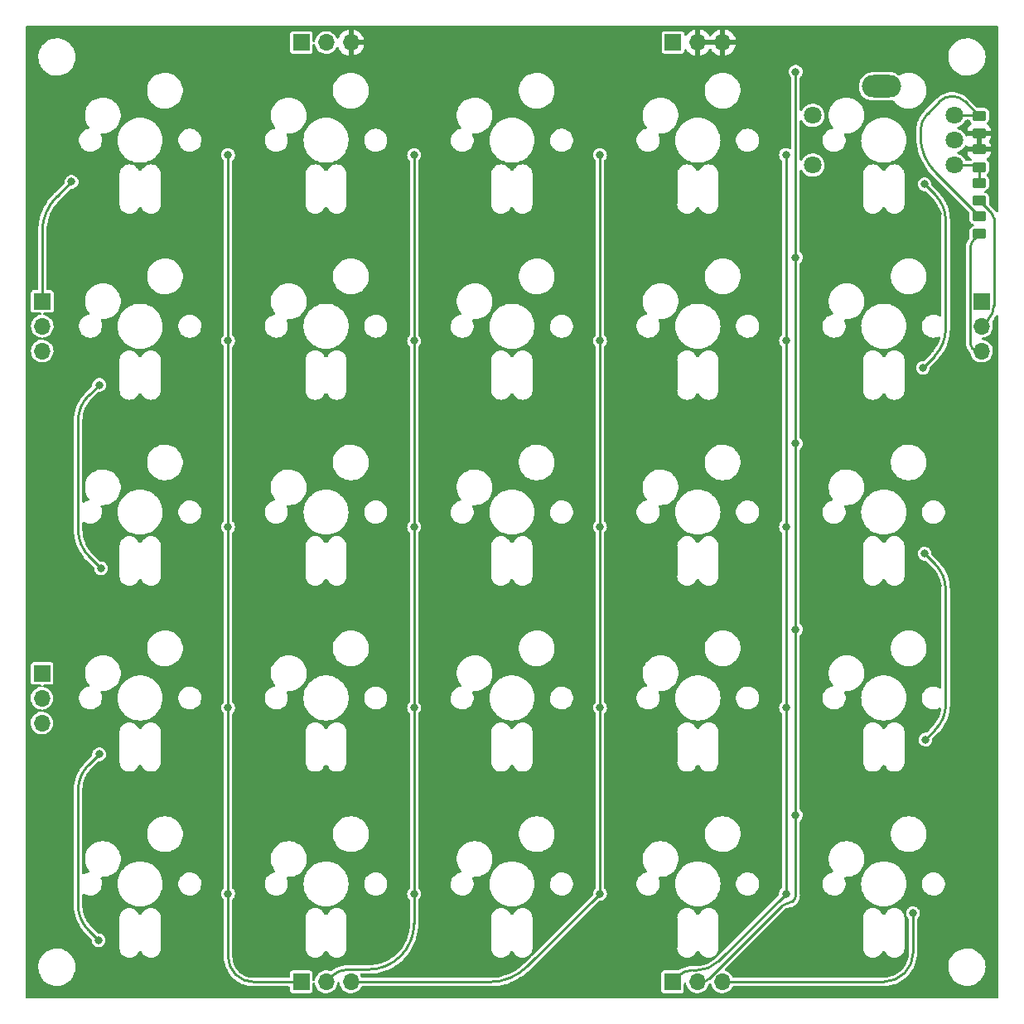
<source format=gtl>
G04 #@! TF.GenerationSoftware,KiCad,Pcbnew,(6.0.5)*
G04 #@! TF.CreationDate,2022-06-26T21:28:19+02:00*
G04 #@! TF.ProjectId,5x5x2-part1,35783578-322d-4706-9172-74312e6b6963,rev?*
G04 #@! TF.SameCoordinates,Original*
G04 #@! TF.FileFunction,Copper,L1,Top*
G04 #@! TF.FilePolarity,Positive*
%FSLAX46Y46*%
G04 Gerber Fmt 4.6, Leading zero omitted, Abs format (unit mm)*
G04 Created by KiCad (PCBNEW (6.0.5)) date 2022-06-26 21:28:19*
%MOMM*%
%LPD*%
G01*
G04 APERTURE LIST*
G04 Aperture macros list*
%AMRoundRect*
0 Rectangle with rounded corners*
0 $1 Rounding radius*
0 $2 $3 $4 $5 $6 $7 $8 $9 X,Y pos of 4 corners*
0 Add a 4 corners polygon primitive as box body*
4,1,4,$2,$3,$4,$5,$6,$7,$8,$9,$2,$3,0*
0 Add four circle primitives for the rounded corners*
1,1,$1+$1,$2,$3*
1,1,$1+$1,$4,$5*
1,1,$1+$1,$6,$7*
1,1,$1+$1,$8,$9*
0 Add four rect primitives between the rounded corners*
20,1,$1+$1,$2,$3,$4,$5,0*
20,1,$1+$1,$4,$5,$6,$7,0*
20,1,$1+$1,$6,$7,$8,$9,0*
20,1,$1+$1,$8,$9,$2,$3,0*%
G04 Aperture macros list end*
G04 #@! TA.AperFunction,SMDPad,CuDef*
%ADD10RoundRect,0.250000X-0.450000X0.262500X-0.450000X-0.262500X0.450000X-0.262500X0.450000X0.262500X0*%
G04 #@! TD*
G04 #@! TA.AperFunction,SMDPad,CuDef*
%ADD11RoundRect,0.250000X0.450000X-0.262500X0.450000X0.262500X-0.450000X0.262500X-0.450000X-0.262500X0*%
G04 #@! TD*
G04 #@! TA.AperFunction,ComponentPad*
%ADD12O,4.000000X2.300000*%
G04 #@! TD*
G04 #@! TA.AperFunction,ComponentPad*
%ADD13C,1.800000*%
G04 #@! TD*
G04 #@! TA.AperFunction,ComponentPad*
%ADD14R,1.700000X1.700000*%
G04 #@! TD*
G04 #@! TA.AperFunction,ComponentPad*
%ADD15O,1.700000X1.700000*%
G04 #@! TD*
G04 #@! TA.AperFunction,ViaPad*
%ADD16C,0.800000*%
G04 #@! TD*
G04 #@! TA.AperFunction,Conductor*
%ADD17C,0.250000*%
G04 #@! TD*
G04 APERTURE END LIST*
D10*
X133750000Y-50925000D03*
X133750000Y-52750000D03*
D11*
X133750000Y-49325000D03*
X133750000Y-47500000D03*
X133750000Y-59575000D03*
X133750000Y-57750000D03*
X133750000Y-56162500D03*
X133750000Y-54337500D03*
D12*
X123750000Y-44500000D03*
D13*
X131250000Y-52540000D03*
X131250000Y-47460000D03*
X131250000Y-50000000D03*
X116750000Y-47460000D03*
X116750000Y-52540000D03*
D14*
X64475000Y-40025000D03*
D15*
X67015000Y-40025000D03*
X69555000Y-40025000D03*
D14*
X102420000Y-136000000D03*
D15*
X104960000Y-136000000D03*
X107500000Y-136000000D03*
D14*
X102460000Y-40000000D03*
D15*
X105000000Y-40000000D03*
X107540000Y-40000000D03*
D14*
X37975000Y-104475000D03*
D15*
X37975000Y-107015000D03*
X37975000Y-109555000D03*
D14*
X134000000Y-66475000D03*
D15*
X134000000Y-69015000D03*
X134000000Y-71555000D03*
D14*
X64460000Y-136000000D03*
D15*
X67000000Y-136000000D03*
X69540000Y-136000000D03*
D14*
X38000000Y-66460000D03*
D15*
X38000000Y-69000000D03*
X38000000Y-71540000D03*
D16*
X42500000Y-109500000D03*
X129500000Y-57500000D03*
X118500000Y-109500000D03*
X110500000Y-57500000D03*
X110500000Y-133250000D03*
X129500000Y-95500000D03*
X99500000Y-109500000D03*
X110500000Y-95500000D03*
X118500000Y-71500000D03*
X99500000Y-71500000D03*
X91500000Y-95500000D03*
X53500000Y-133250000D03*
X80500000Y-71500000D03*
X129500000Y-133250000D03*
X42500000Y-71500000D03*
X53500000Y-95500000D03*
X53500000Y-57500000D03*
X91500000Y-57500000D03*
X61500000Y-109500000D03*
X72500000Y-133235500D03*
X61500000Y-71500000D03*
X80500000Y-109500000D03*
X72500000Y-57500000D03*
X91500000Y-133250000D03*
X72500000Y-95500000D03*
X57000000Y-70500000D03*
X57000000Y-51500000D03*
X57000000Y-127000000D03*
X57000000Y-89500000D03*
X57000000Y-108000000D03*
X76000000Y-89500000D03*
X76000000Y-108000000D03*
X76000000Y-70500000D03*
X76000000Y-51500000D03*
X76000000Y-127000000D03*
X95000000Y-108000000D03*
X95000000Y-51500000D03*
X95000000Y-127000000D03*
X95000000Y-70500000D03*
X95000000Y-89500000D03*
X114000000Y-108000000D03*
X114000000Y-70500000D03*
X114000000Y-89500000D03*
X114000000Y-127000000D03*
X114000000Y-51500000D03*
X115000000Y-62000000D03*
X115000000Y-81000000D03*
X115000000Y-43000000D03*
X115000000Y-100000000D03*
X115000000Y-119000000D03*
X128175500Y-54500000D03*
X128000000Y-73250000D03*
X44000000Y-93750000D03*
X43824500Y-75000000D03*
X128175500Y-92250000D03*
X128250000Y-111250000D03*
X43824500Y-112750000D03*
X43750000Y-131750000D03*
X127000000Y-129000000D03*
X41000000Y-54250000D03*
D17*
X133730000Y-47480000D02*
X132280330Y-46030330D01*
X129299828Y-53299828D02*
X133750000Y-57750000D01*
X129719669Y-46030330D02*
X128470363Y-47279636D01*
X133681715Y-47460000D02*
X131250000Y-47460000D01*
X127750000Y-49018747D02*
X127750000Y-49558211D01*
X132280338Y-46030322D02*
G75*
G03*
X131000000Y-45500000I-1280338J-1280378D01*
G01*
X128470334Y-47279607D02*
G75*
G03*
X127750000Y-49018747I1739166J-1739093D01*
G01*
X127749979Y-49558211D02*
G75*
G03*
X129299828Y-53299828I5291421J11D01*
G01*
X129719661Y-46030322D02*
G75*
G02*
X131000000Y-45500000I1280339J-1280378D01*
G01*
X133750000Y-52898492D02*
X133750000Y-54337500D01*
X133391507Y-52540000D02*
X131250000Y-52540000D01*
X57000000Y-70500000D02*
X57000000Y-63500000D01*
X59603337Y-136025000D02*
X64475000Y-136025000D01*
X57000000Y-127000000D02*
X57000000Y-89500000D01*
X57000000Y-127000000D02*
X57000000Y-133421662D01*
X57000000Y-89500000D02*
X57000000Y-51500000D01*
X57000016Y-133421662D02*
G75*
G03*
X57762500Y-135262500I2603284J-38D01*
G01*
X57762489Y-135262511D02*
G75*
G03*
X59603337Y-136025000I1840811J1840811D01*
G01*
X67652500Y-135387500D02*
X67015000Y-136025000D01*
X76000000Y-51500000D02*
X76000000Y-70500000D01*
X76000000Y-130055456D02*
X76000000Y-127000000D01*
X76000000Y-108000000D02*
X76000000Y-70500000D01*
X76000000Y-108000000D02*
X76000000Y-127000000D01*
X69191561Y-134750000D02*
X71305456Y-134750000D01*
X67652511Y-135387511D02*
G75*
G02*
X69191561Y-134750000I1539089J-1539089D01*
G01*
X74624998Y-133374998D02*
G75*
G03*
X76000000Y-130055456I-3319548J3319548D01*
G01*
X74625013Y-133375013D02*
G75*
G02*
X71305456Y-134750000I-3319513J3319513D01*
G01*
X95000000Y-51500000D02*
X95000000Y-127000000D01*
X87568792Y-134431207D02*
X95000000Y-127000000D01*
X83721036Y-136025000D02*
X69555000Y-136025000D01*
X83721036Y-136025010D02*
G75*
G03*
X87568792Y-134431207I-36J5441610D01*
G01*
X114000000Y-51500000D02*
X114000000Y-108000000D01*
X104425015Y-134825489D02*
X104884511Y-134825489D01*
X114000000Y-108000000D02*
X114000000Y-127000000D01*
X107086678Y-133913321D02*
X114000000Y-127000000D01*
X104884511Y-134825509D02*
G75*
G03*
X107086678Y-133913321I-11J3114309D01*
G01*
X104425015Y-134825499D02*
G75*
G03*
X103007256Y-135412745I-15J-2005001D01*
G01*
X113605287Y-128233702D02*
X106149759Y-135689230D01*
X115000000Y-127146446D02*
X115000000Y-43000000D01*
X114750000Y-127750000D02*
X114733702Y-127766297D01*
X114169495Y-127999993D02*
G75*
G03*
X113605287Y-128233702I5J-797907D01*
G01*
X106149755Y-135689226D02*
G75*
G02*
X105399495Y-136000000I-750255J750226D01*
G01*
X114733703Y-127766298D02*
G75*
G02*
X114169495Y-128000000I-564203J564198D01*
G01*
X115000019Y-127146446D02*
G75*
G02*
X114750000Y-127750000I-853619J46D01*
G01*
X128175500Y-54500000D02*
X129252510Y-55577010D01*
X130329521Y-58177143D02*
X130329521Y-69273258D01*
X128000000Y-73250000D02*
X129164760Y-72085239D01*
X129252527Y-55576993D02*
G75*
G02*
X130329521Y-58177143I-2600127J-2600107D01*
G01*
X130329497Y-69273258D02*
G75*
G02*
X129164760Y-72085239I-3976697J-42D01*
G01*
X43824500Y-75000000D02*
X42747489Y-76077010D01*
X41670479Y-89773258D02*
X41670479Y-78677143D01*
X42835239Y-92585239D02*
X44000000Y-93750000D01*
X42747490Y-76077011D02*
G75*
G03*
X41670479Y-78677143I2600120J-2600129D01*
G01*
X42835238Y-92585240D02*
G75*
G02*
X41670479Y-89773258I2811982J2811980D01*
G01*
X129289760Y-110210239D02*
X128250000Y-111250000D01*
X130329521Y-107700035D02*
X130329521Y-95927143D01*
X128175500Y-92250000D02*
X129252510Y-93327010D01*
X129252527Y-93326993D02*
G75*
G02*
X130329521Y-95927143I-2600127J-2600107D01*
G01*
X130329528Y-107700035D02*
G75*
G02*
X129289759Y-110210238I-3550028J35D01*
G01*
X42747489Y-113827010D02*
X43824500Y-112750000D01*
X42710239Y-130710239D02*
X43750000Y-131750000D01*
X41670479Y-128200035D02*
X41670479Y-116427143D01*
X41670503Y-116427143D02*
G75*
G02*
X42747489Y-113827010I3677097J43D01*
G01*
X41670442Y-128200035D02*
G75*
G03*
X42710240Y-130710238I3549958J35D01*
G01*
X133287744Y-60037255D02*
X133750000Y-59575000D01*
X132825489Y-61153238D02*
X132825489Y-70736423D01*
X133287731Y-60037242D02*
G75*
G03*
X132825489Y-61153238I1115969J-1115958D01*
G01*
X133065249Y-71315239D02*
G75*
G02*
X132825489Y-70736423I578851J578839D01*
G01*
X133065256Y-71315232D02*
G75*
G03*
X133644065Y-71555000I578844J578832D01*
G01*
X124012563Y-136000000D02*
X107500000Y-136000000D01*
X127000000Y-133012563D02*
X127000000Y-129000000D01*
X126999955Y-133012563D02*
G75*
G02*
X126125000Y-135125000I-2987455J-37D01*
G01*
X124012563Y-135999955D02*
G75*
G03*
X126125000Y-135125000I37J2987455D01*
G01*
X135056300Y-57473690D02*
X134862601Y-57279991D01*
X135250000Y-57941322D02*
X135250000Y-66881115D01*
X134625000Y-68389999D02*
X134000000Y-69015000D01*
X134790238Y-57202738D02*
X133750000Y-56162500D01*
X135249993Y-57941322D02*
G75*
G03*
X135056300Y-57473690I-661293J22D01*
G01*
X134624996Y-68389995D02*
G75*
G03*
X135250000Y-66881115I-1508896J1508895D01*
G01*
X134862601Y-57279991D02*
G75*
G02*
X134790238Y-57202738I33992299J31913191D01*
G01*
X38000000Y-59371320D02*
X38000000Y-66460000D01*
X41000000Y-54250000D02*
X39500000Y-55750000D01*
X38000009Y-59371320D02*
G75*
G02*
X39500000Y-55750000I5121291J20D01*
G01*
G04 #@! TA.AperFunction,Conductor*
G36*
X135641621Y-38320502D02*
G01*
X135688114Y-38374158D01*
X135699500Y-38426500D01*
X135699500Y-57228377D01*
X135679498Y-57296498D01*
X135625842Y-57342991D01*
X135555568Y-57353095D01*
X135490988Y-57323601D01*
X135472356Y-57303302D01*
X135470652Y-57300522D01*
X135378647Y-57192800D01*
X135372530Y-57185040D01*
X135366752Y-57177087D01*
X135366750Y-57177085D01*
X135360921Y-57169062D01*
X135341507Y-57154957D01*
X135326480Y-57142122D01*
X135200365Y-57016007D01*
X135185239Y-56997722D01*
X135182252Y-56993326D01*
X135176679Y-56985123D01*
X135168843Y-56979043D01*
X135168839Y-56979039D01*
X135157840Y-56970505D01*
X135143121Y-56957094D01*
X135130762Y-56943900D01*
X135118342Y-56928340D01*
X135104985Y-56908584D01*
X135078671Y-56888072D01*
X135067040Y-56877792D01*
X134783767Y-56594519D01*
X134749741Y-56532207D01*
X134747775Y-56490289D01*
X134750500Y-56467772D01*
X134750500Y-55857228D01*
X134739636Y-55767453D01*
X134684113Y-55627217D01*
X134592922Y-55507078D01*
X134472783Y-55415887D01*
X134349690Y-55367151D01*
X134293718Y-55323478D01*
X134270241Y-55256475D01*
X134286717Y-55187416D01*
X134337912Y-55138227D01*
X134349687Y-55132850D01*
X134472783Y-55084113D01*
X134592922Y-54992922D01*
X134684113Y-54872783D01*
X134739636Y-54732547D01*
X134750500Y-54642772D01*
X134750500Y-54032228D01*
X134739636Y-53942453D01*
X134732183Y-53923627D01*
X134687275Y-53810204D01*
X134684113Y-53802217D01*
X134592922Y-53682078D01*
X134542905Y-53644113D01*
X134500739Y-53586995D01*
X134496146Y-53516147D01*
X134530585Y-53454063D01*
X134542905Y-53443387D01*
X134549946Y-53438043D01*
X134592922Y-53405422D01*
X134684113Y-53285283D01*
X134710816Y-53217839D01*
X134736655Y-53152577D01*
X134736656Y-53152575D01*
X134739636Y-53145047D01*
X134750500Y-53055272D01*
X134750500Y-52444728D01*
X134739636Y-52354953D01*
X134684113Y-52214717D01*
X134592922Y-52094578D01*
X134551259Y-52062954D01*
X134509092Y-52005836D01*
X134504500Y-51934988D01*
X134538939Y-51872904D01*
X134561136Y-51855447D01*
X134667807Y-51789437D01*
X134679208Y-51780401D01*
X134793739Y-51665671D01*
X134802751Y-51654260D01*
X134887816Y-51516257D01*
X134893963Y-51503076D01*
X134945138Y-51348790D01*
X134948005Y-51335414D01*
X134957672Y-51241062D01*
X134958000Y-51234646D01*
X134958000Y-51197115D01*
X134953525Y-51181876D01*
X134952135Y-51180671D01*
X134944452Y-51179000D01*
X132560116Y-51179000D01*
X132544877Y-51183475D01*
X132543672Y-51184865D01*
X132542001Y-51192548D01*
X132542001Y-51234595D01*
X132542338Y-51241114D01*
X132552257Y-51336706D01*
X132555149Y-51350100D01*
X132606588Y-51504284D01*
X132612761Y-51517462D01*
X132698063Y-51655307D01*
X132707099Y-51666708D01*
X132821829Y-51781239D01*
X132833240Y-51790251D01*
X132938741Y-51855282D01*
X132986234Y-51908054D01*
X132997658Y-51978125D01*
X132969384Y-52043249D01*
X132948805Y-52062904D01*
X132914607Y-52088862D01*
X132848254Y-52114116D01*
X132838427Y-52114500D01*
X132457154Y-52114500D01*
X132389033Y-52094498D01*
X132344148Y-52044229D01*
X132335916Y-52027536D01*
X132277980Y-51910053D01*
X132250240Y-51872904D01*
X132149420Y-51737891D01*
X132149420Y-51737890D01*
X132145967Y-51733267D01*
X131983949Y-51583499D01*
X131797350Y-51465764D01*
X131594955Y-51385017D01*
X131539096Y-51341196D01*
X131515795Y-51274132D01*
X131532451Y-51205117D01*
X131583775Y-51156063D01*
X131601144Y-51148674D01*
X131734907Y-51103268D01*
X131734912Y-51103266D01*
X131740379Y-51101410D01*
X131759552Y-51090673D01*
X131860668Y-51034045D01*
X131932884Y-50993602D01*
X132019736Y-50921368D01*
X132098086Y-50856204D01*
X132102518Y-50852518D01*
X132217906Y-50713780D01*
X132239908Y-50687326D01*
X132239910Y-50687323D01*
X132243602Y-50682884D01*
X132246424Y-50677844D01*
X132246428Y-50677839D01*
X132306066Y-50571347D01*
X132356803Y-50521685D01*
X132426334Y-50507338D01*
X132492585Y-50532859D01*
X132534521Y-50590148D01*
X132542000Y-50632913D01*
X132542000Y-50652885D01*
X132546475Y-50668124D01*
X132547865Y-50669329D01*
X132555548Y-50671000D01*
X133477885Y-50671000D01*
X133493124Y-50666525D01*
X133494329Y-50665135D01*
X133496000Y-50657452D01*
X133496000Y-50652885D01*
X134004000Y-50652885D01*
X134008475Y-50668124D01*
X134009865Y-50669329D01*
X134017548Y-50671000D01*
X134939884Y-50671000D01*
X134955123Y-50666525D01*
X134956328Y-50665135D01*
X134957999Y-50657452D01*
X134957999Y-50615405D01*
X134957662Y-50608886D01*
X134947743Y-50513294D01*
X134944851Y-50499900D01*
X134893412Y-50345716D01*
X134887239Y-50332538D01*
X134799928Y-50191447D01*
X134781090Y-50122996D01*
X134799812Y-50059028D01*
X134887816Y-49916257D01*
X134893963Y-49903076D01*
X134945138Y-49748790D01*
X134948005Y-49735414D01*
X134957672Y-49641062D01*
X134958000Y-49634646D01*
X134958000Y-49597115D01*
X134953525Y-49581876D01*
X134952135Y-49580671D01*
X134944452Y-49579000D01*
X134022115Y-49579000D01*
X134006876Y-49583475D01*
X134005671Y-49584865D01*
X134004000Y-49592548D01*
X134004000Y-50652885D01*
X133496000Y-50652885D01*
X133496000Y-49597115D01*
X133491525Y-49581876D01*
X133490135Y-49580671D01*
X133482452Y-49579000D01*
X132560116Y-49579000D01*
X132513716Y-49592624D01*
X132506422Y-49597312D01*
X132435425Y-49597314D01*
X132375698Y-49558931D01*
X132357915Y-49532145D01*
X132280535Y-49375234D01*
X132277980Y-49370053D01*
X132226979Y-49301754D01*
X132149420Y-49197891D01*
X132149420Y-49197890D01*
X132145967Y-49193267D01*
X132048586Y-49103249D01*
X131988189Y-49047418D01*
X131988186Y-49047416D01*
X131983949Y-49043499D01*
X131797350Y-48925764D01*
X131594955Y-48845017D01*
X131539096Y-48801196D01*
X131515795Y-48734132D01*
X131532451Y-48665117D01*
X131583775Y-48616063D01*
X131601144Y-48608674D01*
X131734907Y-48563268D01*
X131734912Y-48563266D01*
X131740379Y-48561410D01*
X131932884Y-48453602D01*
X132005809Y-48392951D01*
X132098086Y-48316204D01*
X132102518Y-48312518D01*
X132206873Y-48187046D01*
X132239908Y-48147326D01*
X132239910Y-48147323D01*
X132243602Y-48142884D01*
X132351410Y-47950379D01*
X132353730Y-47951678D01*
X132392390Y-47906172D01*
X132461542Y-47885500D01*
X132670954Y-47885500D01*
X132739075Y-47905502D01*
X132788106Y-47965116D01*
X132815887Y-48035283D01*
X132907078Y-48155422D01*
X132943768Y-48183271D01*
X132948741Y-48187046D01*
X132990908Y-48244164D01*
X132995500Y-48315012D01*
X132961061Y-48377096D01*
X132938864Y-48394553D01*
X132832193Y-48460563D01*
X132820792Y-48469599D01*
X132706261Y-48584329D01*
X132697249Y-48595740D01*
X132612184Y-48733743D01*
X132606037Y-48746924D01*
X132554862Y-48901210D01*
X132551995Y-48914586D01*
X132542328Y-49008938D01*
X132542000Y-49015355D01*
X132542000Y-49052885D01*
X132546475Y-49068124D01*
X132547865Y-49069329D01*
X132555548Y-49071000D01*
X134939884Y-49071000D01*
X134955123Y-49066525D01*
X134956328Y-49065135D01*
X134957999Y-49057452D01*
X134957999Y-49015405D01*
X134957662Y-49008886D01*
X134947743Y-48913294D01*
X134944851Y-48899900D01*
X134893412Y-48745716D01*
X134887239Y-48732538D01*
X134801937Y-48594693D01*
X134792901Y-48583292D01*
X134678171Y-48468761D01*
X134666760Y-48459749D01*
X134561259Y-48394718D01*
X134513766Y-48341946D01*
X134502342Y-48271875D01*
X134530616Y-48206751D01*
X134551195Y-48187096D01*
X134586082Y-48160615D01*
X134586087Y-48160610D01*
X134592922Y-48155422D01*
X134684113Y-48035283D01*
X134732019Y-47914285D01*
X134736655Y-47902577D01*
X134736656Y-47902575D01*
X134739636Y-47895047D01*
X134750500Y-47805272D01*
X134750500Y-47194728D01*
X134739636Y-47104953D01*
X134684113Y-46964717D01*
X134592922Y-46844578D01*
X134472783Y-46753387D01*
X134392639Y-46721656D01*
X134340077Y-46700845D01*
X134340075Y-46700844D01*
X134332547Y-46697864D01*
X134242772Y-46687000D01*
X133590938Y-46687000D01*
X133522817Y-46666998D01*
X133501843Y-46650095D01*
X132611894Y-45760146D01*
X132599054Y-45745113D01*
X132590777Y-45733721D01*
X132584950Y-45725701D01*
X132575920Y-45719141D01*
X132566021Y-45711155D01*
X132565919Y-45711063D01*
X132402857Y-45565346D01*
X132399052Y-45561946D01*
X132399051Y-45561945D01*
X132396421Y-45559595D01*
X132191583Y-45414259D01*
X131971761Y-45292771D01*
X131739719Y-45196658D01*
X131498376Y-45127129D01*
X131250764Y-45085059D01*
X131023768Y-45072311D01*
X131011142Y-45070961D01*
X131000000Y-45069196D01*
X130988858Y-45070961D01*
X130976232Y-45072311D01*
X130749235Y-45085059D01*
X130501624Y-45127129D01*
X130498238Y-45128104D01*
X130498240Y-45128104D01*
X130263674Y-45195680D01*
X130263670Y-45195681D01*
X130260280Y-45196658D01*
X130028238Y-45292771D01*
X129808416Y-45414259D01*
X129805538Y-45416301D01*
X129805530Y-45416306D01*
X129692538Y-45496477D01*
X129603578Y-45559596D01*
X129600948Y-45561946D01*
X129600942Y-45561951D01*
X129433984Y-45711151D01*
X129424084Y-45719137D01*
X129415049Y-45725701D01*
X129409222Y-45733721D01*
X129400945Y-45745113D01*
X129388105Y-45760146D01*
X128200180Y-46948071D01*
X128185147Y-46960911D01*
X128173756Y-46969187D01*
X128173752Y-46969191D01*
X128165732Y-46975018D01*
X128159903Y-46983041D01*
X128159833Y-46983111D01*
X128151440Y-46993442D01*
X127976638Y-47186315D01*
X127807785Y-47413996D01*
X127806200Y-47416641D01*
X127806193Y-47416651D01*
X127684586Y-47619549D01*
X127662061Y-47657132D01*
X127660748Y-47659907D01*
X127660747Y-47659910D01*
X127593792Y-47801483D01*
X127540871Y-47913380D01*
X127539833Y-47916282D01*
X127539829Y-47916291D01*
X127446424Y-48177358D01*
X127445381Y-48180274D01*
X127444632Y-48183264D01*
X127444630Y-48183271D01*
X127377847Y-48449908D01*
X127376511Y-48455241D01*
X127334924Y-48735635D01*
X127334773Y-48738714D01*
X127334772Y-48738722D01*
X127326394Y-48909327D01*
X127322265Y-48993428D01*
X127322175Y-48995251D01*
X127320776Y-49008776D01*
X127319196Y-49018755D01*
X127320748Y-49028551D01*
X127322948Y-49042441D01*
X127324500Y-49062154D01*
X127324500Y-49514806D01*
X127322949Y-49534516D01*
X127319196Y-49558212D01*
X127320356Y-49565534D01*
X127320573Y-49571061D01*
X127325603Y-49699080D01*
X127337706Y-50007105D01*
X127337995Y-50009549D01*
X127337996Y-50009558D01*
X127350787Y-50117621D01*
X127390510Y-50453231D01*
X127478154Y-50893839D01*
X127534051Y-51092033D01*
X127597256Y-51316137D01*
X127600097Y-51326212D01*
X127600951Y-51328528D01*
X127600955Y-51328539D01*
X127686960Y-51561660D01*
X127755589Y-51747684D01*
X127756619Y-51749919D01*
X127756621Y-51749923D01*
X127924696Y-52114500D01*
X127943670Y-52155658D01*
X127976745Y-52214717D01*
X128159459Y-52540971D01*
X128163180Y-52547616D01*
X128164546Y-52549660D01*
X128164547Y-52549662D01*
X128279712Y-52722016D01*
X128412767Y-52921144D01*
X128414293Y-52923079D01*
X128414299Y-52923088D01*
X128537209Y-53078996D01*
X128690891Y-53273938D01*
X128692564Y-53275748D01*
X128692565Y-53275749D01*
X128985696Y-53592852D01*
X128985800Y-53592978D01*
X128986142Y-53593334D01*
X128990740Y-53598308D01*
X128995206Y-53604455D01*
X129003225Y-53610281D01*
X129014616Y-53618557D01*
X129029651Y-53631399D01*
X132716233Y-57317981D01*
X132750259Y-57380293D01*
X132752225Y-57422211D01*
X132749500Y-57444728D01*
X132749500Y-58055272D01*
X132760364Y-58145047D01*
X132763344Y-58152575D01*
X132763345Y-58152577D01*
X132776948Y-58186933D01*
X132815887Y-58285283D01*
X132907078Y-58405422D01*
X133027217Y-58496613D01*
X133150310Y-58545349D01*
X133206282Y-58589022D01*
X133229759Y-58656025D01*
X133213283Y-58725084D01*
X133162088Y-58774273D01*
X133150313Y-58779650D01*
X133027217Y-58828387D01*
X132907078Y-58919578D01*
X132815887Y-59039717D01*
X132760364Y-59179953D01*
X132749500Y-59269728D01*
X132749500Y-59880272D01*
X132758300Y-59952988D01*
X132746626Y-60023018D01*
X132735974Y-60041035D01*
X132704425Y-60085500D01*
X132702714Y-60088596D01*
X132597274Y-60279379D01*
X132597270Y-60279388D01*
X132595563Y-60282476D01*
X132509440Y-60490404D01*
X132447140Y-60706666D01*
X132409446Y-60928545D01*
X132398368Y-61125890D01*
X132397016Y-61138529D01*
X132394685Y-61153248D01*
X132396237Y-61163044D01*
X132398437Y-61176934D01*
X132399989Y-61196647D01*
X132399989Y-70693028D01*
X132398438Y-70712734D01*
X132394685Y-70736435D01*
X132396705Y-70749185D01*
X132396807Y-70749829D01*
X132397969Y-70759650D01*
X132399410Y-70777951D01*
X132411510Y-70931649D01*
X132427535Y-70998393D01*
X132455758Y-71115939D01*
X132457226Y-71122055D01*
X132459119Y-71126626D01*
X132459121Y-71126631D01*
X132530267Y-71298389D01*
X132530271Y-71298396D01*
X132532164Y-71302967D01*
X132634479Y-71469929D01*
X132637688Y-71473687D01*
X132637690Y-71473689D01*
X132746469Y-71601055D01*
X132752591Y-71608821D01*
X132754785Y-71611841D01*
X132754789Y-71611845D01*
X132760616Y-71619865D01*
X132768638Y-71625693D01*
X132771762Y-71627963D01*
X132779533Y-71634089D01*
X132817849Y-71666815D01*
X132856657Y-71726266D01*
X132858784Y-71735563D01*
X132858796Y-71735749D01*
X132859101Y-71736950D01*
X132859104Y-71736963D01*
X132882784Y-71830200D01*
X132910845Y-71940690D01*
X132913262Y-71945933D01*
X132945101Y-72014998D01*
X132999369Y-72132714D01*
X133121405Y-72305391D01*
X133196900Y-72378935D01*
X133258646Y-72439085D01*
X133272865Y-72452937D01*
X133277661Y-72456142D01*
X133277664Y-72456144D01*
X133362444Y-72512792D01*
X133448677Y-72570411D01*
X133453985Y-72572692D01*
X133453986Y-72572692D01*
X133637650Y-72651600D01*
X133637653Y-72651601D01*
X133642953Y-72653878D01*
X133648582Y-72655152D01*
X133648583Y-72655152D01*
X133843550Y-72699269D01*
X133843553Y-72699269D01*
X133849186Y-72700544D01*
X133854957Y-72700771D01*
X133854959Y-72700771D01*
X133916989Y-72703208D01*
X134060470Y-72708846D01*
X134066179Y-72708018D01*
X134066183Y-72708018D01*
X134264015Y-72679333D01*
X134264019Y-72679332D01*
X134269730Y-72678504D01*
X134348987Y-72651600D01*
X134464483Y-72612395D01*
X134464488Y-72612393D01*
X134469955Y-72610537D01*
X134493422Y-72597395D01*
X134649395Y-72510046D01*
X134649399Y-72510043D01*
X134654442Y-72507219D01*
X134817012Y-72372012D01*
X134952219Y-72209442D01*
X134955043Y-72204399D01*
X134955046Y-72204395D01*
X135052713Y-72029998D01*
X135052714Y-72029996D01*
X135055537Y-72024955D01*
X135057393Y-72019488D01*
X135057395Y-72019483D01*
X135121647Y-71830200D01*
X135123504Y-71824730D01*
X135125924Y-71808045D01*
X135153314Y-71619140D01*
X135153314Y-71619138D01*
X135153846Y-71615470D01*
X135155429Y-71555000D01*
X135136081Y-71344440D01*
X135130282Y-71323876D01*
X135118690Y-71282775D01*
X135078686Y-71140931D01*
X135074752Y-71132952D01*
X134987719Y-70956469D01*
X134985165Y-70951290D01*
X134893866Y-70829025D01*
X134862104Y-70786491D01*
X134862103Y-70786490D01*
X134858651Y-70781867D01*
X134728044Y-70661135D01*
X134707622Y-70642257D01*
X134707620Y-70642255D01*
X134703381Y-70638337D01*
X134679608Y-70623337D01*
X134529434Y-70528584D01*
X134529433Y-70528584D01*
X134524554Y-70525505D01*
X134328160Y-70447152D01*
X134322503Y-70446027D01*
X134322497Y-70446025D01*
X134125234Y-70406788D01*
X134062324Y-70373881D01*
X134027192Y-70312186D01*
X134030992Y-70241291D01*
X134072517Y-70183705D01*
X134131734Y-70158513D01*
X134264015Y-70139333D01*
X134264019Y-70139332D01*
X134269730Y-70138504D01*
X134348987Y-70111600D01*
X134464483Y-70072395D01*
X134464488Y-70072393D01*
X134469955Y-70070537D01*
X134493422Y-70057395D01*
X134649395Y-69970046D01*
X134649399Y-69970043D01*
X134654442Y-69967219D01*
X134817012Y-69832012D01*
X134952219Y-69669442D01*
X134955043Y-69664399D01*
X134955046Y-69664395D01*
X135052713Y-69489998D01*
X135052714Y-69489996D01*
X135055537Y-69484955D01*
X135057393Y-69479488D01*
X135057395Y-69479483D01*
X135119404Y-69296808D01*
X135123504Y-69284730D01*
X135130024Y-69239767D01*
X135153314Y-69079140D01*
X135153314Y-69079138D01*
X135153846Y-69075470D01*
X135155429Y-69015000D01*
X135136081Y-68804440D01*
X135081380Y-68610483D01*
X135082141Y-68539492D01*
X135108698Y-68492327D01*
X135120271Y-68479376D01*
X135286618Y-68244932D01*
X135410255Y-68021229D01*
X135423964Y-67996425D01*
X135423965Y-67996423D01*
X135425670Y-67993338D01*
X135457091Y-67917482D01*
X135501640Y-67862202D01*
X135569003Y-67839781D01*
X135637795Y-67857340D01*
X135686173Y-67909302D01*
X135699500Y-67965701D01*
X135699500Y-137573500D01*
X135679498Y-137641621D01*
X135625842Y-137688114D01*
X135573500Y-137699500D01*
X36426500Y-137699500D01*
X36358379Y-137679498D01*
X36311886Y-137625842D01*
X36300500Y-137573500D01*
X36300500Y-134543233D01*
X37594906Y-134543233D01*
X37621102Y-134817792D01*
X37622187Y-134822226D01*
X37622188Y-134822232D01*
X37674958Y-135037883D01*
X37686657Y-135085694D01*
X37790199Y-135341326D01*
X37792500Y-135345256D01*
X37792503Y-135345262D01*
X37927255Y-135575403D01*
X37927260Y-135575410D01*
X37929558Y-135579335D01*
X37932405Y-135582895D01*
X38050028Y-135729974D01*
X38101816Y-135794732D01*
X38105157Y-135797853D01*
X38289176Y-135969754D01*
X38303364Y-135983008D01*
X38529979Y-136140216D01*
X38534055Y-136142244D01*
X38534057Y-136142245D01*
X38772827Y-136261032D01*
X38772830Y-136261033D01*
X38776914Y-136263065D01*
X39038998Y-136348980D01*
X39043489Y-136349760D01*
X39043490Y-136349760D01*
X39306957Y-136395506D01*
X39306965Y-136395507D01*
X39310738Y-136396162D01*
X39314575Y-136396353D01*
X39396305Y-136400422D01*
X39396313Y-136400422D01*
X39397876Y-136400500D01*
X39570070Y-136400500D01*
X39572338Y-136400335D01*
X39572350Y-136400335D01*
X39706603Y-136390594D01*
X39775083Y-136385625D01*
X39779538Y-136384641D01*
X39779541Y-136384641D01*
X40039947Y-136327148D01*
X40039950Y-136327147D01*
X40044403Y-136326164D01*
X40302319Y-136228449D01*
X40388133Y-136180784D01*
X40539435Y-136096743D01*
X40539436Y-136096742D01*
X40543428Y-136094525D01*
X40733407Y-135949537D01*
X40759046Y-135929970D01*
X40759047Y-135929969D01*
X40762678Y-135927198D01*
X40767071Y-135922704D01*
X40952283Y-135733242D01*
X40952287Y-135733237D01*
X40955477Y-135729974D01*
X40958166Y-135726280D01*
X41115100Y-135510676D01*
X41115102Y-135510673D01*
X41117787Y-135506984D01*
X41246206Y-135262899D01*
X41338045Y-135002832D01*
X41360082Y-134891025D01*
X41390499Y-134736704D01*
X41390500Y-134736698D01*
X41391380Y-134732232D01*
X41391677Y-134726261D01*
X41404867Y-134461336D01*
X41404867Y-134461330D01*
X41405094Y-134456767D01*
X41378898Y-134182208D01*
X41368805Y-134140959D01*
X41314429Y-133918744D01*
X41313343Y-133914306D01*
X41209801Y-133658674D01*
X41207500Y-133654744D01*
X41207497Y-133654738D01*
X41072745Y-133424597D01*
X41072740Y-133424590D01*
X41070442Y-133420665D01*
X41052292Y-133397970D01*
X40901036Y-133208834D01*
X40901035Y-133208833D01*
X40898184Y-133205268D01*
X40776879Y-133091951D01*
X40699972Y-133020108D01*
X40699969Y-133020106D01*
X40696636Y-133016992D01*
X40470021Y-132859784D01*
X40451360Y-132850500D01*
X40227173Y-132738968D01*
X40227170Y-132738967D01*
X40223086Y-132736935D01*
X39961002Y-132651020D01*
X39948251Y-132648806D01*
X39693043Y-132604494D01*
X39693035Y-132604493D01*
X39689262Y-132603838D01*
X39679029Y-132603329D01*
X39603695Y-132599578D01*
X39603687Y-132599578D01*
X39602124Y-132599500D01*
X39429930Y-132599500D01*
X39427662Y-132599665D01*
X39427650Y-132599665D01*
X39293788Y-132609378D01*
X39224917Y-132614375D01*
X39220462Y-132615359D01*
X39220459Y-132615359D01*
X38960053Y-132672852D01*
X38960050Y-132672853D01*
X38955597Y-132673836D01*
X38697681Y-132771551D01*
X38693694Y-132773765D01*
X38693693Y-132773766D01*
X38589889Y-132831424D01*
X38456572Y-132905475D01*
X38411619Y-132939782D01*
X38247286Y-133065198D01*
X38237322Y-133072802D01*
X38234129Y-133076068D01*
X38234127Y-133076070D01*
X38047717Y-133266758D01*
X38047713Y-133266763D01*
X38044523Y-133270026D01*
X38041836Y-133273718D01*
X38041834Y-133273720D01*
X37906408Y-133459776D01*
X37882213Y-133493016D01*
X37753794Y-133737101D01*
X37661955Y-133997168D01*
X37648180Y-134067055D01*
X37610079Y-134260368D01*
X37608620Y-134267768D01*
X37608393Y-134272322D01*
X37608393Y-134272324D01*
X37595427Y-134532771D01*
X37594906Y-134543233D01*
X36300500Y-134543233D01*
X36300500Y-132560915D01*
X45895059Y-132560915D01*
X45895281Y-132561957D01*
X45920443Y-132751880D01*
X45981697Y-132934519D01*
X45984679Y-132939782D01*
X45984680Y-132939784D01*
X46056905Y-133067263D01*
X46076656Y-133102125D01*
X46201836Y-133248546D01*
X46352641Y-133368407D01*
X46523536Y-133457310D01*
X46708249Y-133511992D01*
X46900000Y-133530445D01*
X47091751Y-133511992D01*
X47276464Y-133457310D01*
X47447359Y-133368407D01*
X47598164Y-133248546D01*
X47723344Y-133102125D01*
X47743096Y-133067263D01*
X47815321Y-132939782D01*
X47818303Y-132934519D01*
X47820227Y-132928782D01*
X47821835Y-132925177D01*
X47867850Y-132871111D01*
X47936909Y-132850500D01*
X48063091Y-132850500D01*
X48131212Y-132870502D01*
X48178165Y-132925177D01*
X48179773Y-132928782D01*
X48181697Y-132934519D01*
X48184679Y-132939782D01*
X48256905Y-133067263D01*
X48276656Y-133102125D01*
X48401836Y-133248546D01*
X48552641Y-133368407D01*
X48723536Y-133457310D01*
X48908249Y-133511992D01*
X49100000Y-133530445D01*
X49291751Y-133511992D01*
X49476464Y-133457310D01*
X49647359Y-133368407D01*
X49798164Y-133248546D01*
X49923344Y-133102125D01*
X49943096Y-133067263D01*
X50015320Y-132939784D01*
X50015321Y-132939782D01*
X50018303Y-132934519D01*
X50079557Y-132751880D01*
X50097358Y-132617514D01*
X50097997Y-132614105D01*
X50099883Y-132609378D01*
X50100500Y-132603085D01*
X50100500Y-132600005D01*
X50100650Y-132596933D01*
X50100841Y-132596942D01*
X50101591Y-132585567D01*
X50102853Y-132576039D01*
X50104719Y-132561957D01*
X50104941Y-132560915D01*
X50101711Y-132537785D01*
X50100500Y-132520359D01*
X50100500Y-129479641D01*
X50101711Y-129462214D01*
X50103418Y-129449989D01*
X50104941Y-129439085D01*
X50104719Y-129438043D01*
X50079557Y-129248120D01*
X50018303Y-129065481D01*
X49994782Y-129023966D01*
X49926326Y-128903138D01*
X49926325Y-128903137D01*
X49923344Y-128897875D01*
X49860625Y-128824513D01*
X49802095Y-128756052D01*
X49798164Y-128751454D01*
X49647359Y-128631593D01*
X49476464Y-128542690D01*
X49291751Y-128488008D01*
X49100000Y-128469555D01*
X48908249Y-128488008D01*
X48723536Y-128542690D01*
X48552641Y-128631593D01*
X48401836Y-128751454D01*
X48397905Y-128756052D01*
X48339376Y-128824513D01*
X48276656Y-128897875D01*
X48181697Y-129065481D01*
X48179773Y-129071218D01*
X48178165Y-129074823D01*
X48132150Y-129128889D01*
X48063091Y-129149500D01*
X47936909Y-129149500D01*
X47868788Y-129129498D01*
X47821835Y-129074823D01*
X47820227Y-129071218D01*
X47818303Y-129065481D01*
X47723344Y-128897875D01*
X47660625Y-128824513D01*
X47602095Y-128756052D01*
X47598164Y-128751454D01*
X47447359Y-128631593D01*
X47276464Y-128542690D01*
X47091751Y-128488008D01*
X46900000Y-128469555D01*
X46708249Y-128488008D01*
X46523536Y-128542690D01*
X46352641Y-128631593D01*
X46201836Y-128751454D01*
X46197905Y-128756052D01*
X46139376Y-128824513D01*
X46076656Y-128897875D01*
X46073675Y-128903137D01*
X46073674Y-128903138D01*
X46005218Y-129023966D01*
X45981697Y-129065481D01*
X45920443Y-129248120D01*
X45907461Y-129346113D01*
X45902642Y-129382484D01*
X45902003Y-129385895D01*
X45900117Y-129390622D01*
X45899500Y-129396915D01*
X45899500Y-129399995D01*
X45899350Y-129403067D01*
X45899159Y-129403058D01*
X45898409Y-129414433D01*
X45895281Y-129438043D01*
X45895059Y-129439085D01*
X45896582Y-129449989D01*
X45898289Y-129462214D01*
X45899500Y-129479641D01*
X45899500Y-132520359D01*
X45898289Y-132537785D01*
X45895059Y-132560915D01*
X36300500Y-132560915D01*
X36300500Y-128200039D01*
X41239675Y-128200039D01*
X41241226Y-128209833D01*
X41241226Y-128212101D01*
X41242030Y-128220084D01*
X41256301Y-128546856D01*
X41256661Y-128549590D01*
X41293802Y-128831680D01*
X41301616Y-128891032D01*
X41376757Y-129229950D01*
X41377579Y-129232558D01*
X41377582Y-129232568D01*
X41480324Y-129558409D01*
X41481150Y-129561028D01*
X41614001Y-129881749D01*
X41774300Y-130189670D01*
X41775770Y-130191978D01*
X41775775Y-130191986D01*
X41896031Y-130380744D01*
X41960826Y-130482448D01*
X42172160Y-130757855D01*
X42392913Y-130998757D01*
X42398316Y-131005371D01*
X42399790Y-131006844D01*
X42405619Y-131014868D01*
X42425027Y-131028969D01*
X42440057Y-131041805D01*
X43011680Y-131613427D01*
X43045705Y-131675740D01*
X43047507Y-131718967D01*
X43044394Y-131742611D01*
X43062999Y-131911135D01*
X43070867Y-131932634D01*
X43100647Y-132014011D01*
X43121266Y-132070356D01*
X43125502Y-132076659D01*
X43125502Y-132076660D01*
X43138574Y-132096113D01*
X43215830Y-132211083D01*
X43221442Y-132216190D01*
X43221445Y-132216193D01*
X43335612Y-132320077D01*
X43335616Y-132320080D01*
X43341233Y-132325191D01*
X43347906Y-132328814D01*
X43347910Y-132328817D01*
X43483558Y-132402467D01*
X43483560Y-132402468D01*
X43490235Y-132406092D01*
X43497584Y-132408020D01*
X43646883Y-132447188D01*
X43646885Y-132447188D01*
X43654233Y-132449116D01*
X43740609Y-132450473D01*
X43816161Y-132451660D01*
X43816164Y-132451660D01*
X43823760Y-132451779D01*
X43831165Y-132450083D01*
X43831166Y-132450083D01*
X43935358Y-132426220D01*
X43989029Y-132413928D01*
X44140498Y-132337747D01*
X44269423Y-132227634D01*
X44368361Y-132089947D01*
X44376237Y-132070356D01*
X44428766Y-131939687D01*
X44428767Y-131939685D01*
X44431601Y-131932634D01*
X44455490Y-131764778D01*
X44455645Y-131750000D01*
X44435276Y-131581680D01*
X44375345Y-131423077D01*
X44279312Y-131283349D01*
X44246391Y-131254017D01*
X44158392Y-131175612D01*
X44158388Y-131175610D01*
X44152721Y-131170560D01*
X44002881Y-131091224D01*
X43838441Y-131049919D01*
X43830843Y-131049879D01*
X43830841Y-131049879D01*
X43733216Y-131049368D01*
X43702487Y-131049207D01*
X43634472Y-131028849D01*
X43614052Y-131012304D01*
X43041806Y-130440058D01*
X43028966Y-130425025D01*
X43020690Y-130413634D01*
X43020686Y-130413630D01*
X43014859Y-130405610D01*
X43004470Y-130398062D01*
X42985172Y-130380744D01*
X42809339Y-130186748D01*
X42801502Y-130177197D01*
X42626219Y-129940861D01*
X42619349Y-129930581D01*
X42588559Y-129879213D01*
X42468068Y-129678192D01*
X42462249Y-129667304D01*
X42336437Y-129401305D01*
X42331705Y-129389882D01*
X42304275Y-129313224D01*
X42232573Y-129112837D01*
X42228988Y-129101020D01*
X42218768Y-129060218D01*
X42179419Y-128903138D01*
X42157487Y-128815585D01*
X42155075Y-128803458D01*
X42118699Y-128558252D01*
X42111897Y-128512399D01*
X42110686Y-128500099D01*
X42110064Y-128487429D01*
X42104312Y-128370376D01*
X42097847Y-128238787D01*
X42099245Y-128212899D01*
X42101283Y-128200031D01*
X42097530Y-128176336D01*
X42095979Y-128156625D01*
X42095979Y-127103489D01*
X42115981Y-127035368D01*
X42169637Y-126988875D01*
X42239911Y-126978771D01*
X42280643Y-126991980D01*
X42468228Y-127090673D01*
X42496885Y-127099571D01*
X42656119Y-127149014D01*
X42674553Y-127154738D01*
X42680290Y-127155417D01*
X42846283Y-127175064D01*
X42846289Y-127175064D01*
X42849970Y-127175500D01*
X42974807Y-127175500D01*
X43061746Y-127167512D01*
X43129382Y-127161297D01*
X43129385Y-127161296D01*
X43135136Y-127160768D01*
X43140696Y-127159200D01*
X43337507Y-127103693D01*
X43337509Y-127103692D01*
X43343066Y-127102125D01*
X43348241Y-127099573D01*
X43348246Y-127099571D01*
X43531647Y-127009127D01*
X43536828Y-127006572D01*
X43545414Y-127000161D01*
X43705309Y-126880762D01*
X43705310Y-126880761D01*
X43709933Y-126877309D01*
X43856582Y-126718665D01*
X43971865Y-126535952D01*
X44051921Y-126335290D01*
X44094069Y-126123400D01*
X44094398Y-126098322D01*
X44095685Y-126000000D01*
X45694564Y-126000000D01*
X45714287Y-126300920D01*
X45715089Y-126304953D01*
X45715090Y-126304959D01*
X45761038Y-126535952D01*
X45773120Y-126596691D01*
X45774447Y-126600600D01*
X45774448Y-126600604D01*
X45856846Y-126843339D01*
X45870055Y-126882252D01*
X45871879Y-126885950D01*
X45979258Y-127103693D01*
X46003434Y-127152718D01*
X46023423Y-127182634D01*
X46136587Y-127351995D01*
X46170975Y-127403461D01*
X46173689Y-127406555D01*
X46173693Y-127406561D01*
X46275349Y-127522476D01*
X46369811Y-127630189D01*
X46372900Y-127632898D01*
X46593439Y-127826307D01*
X46593445Y-127826311D01*
X46596539Y-127829025D01*
X46599965Y-127831314D01*
X46599970Y-127831318D01*
X46697316Y-127896362D01*
X46847282Y-127996566D01*
X46850981Y-127998390D01*
X46850986Y-127998393D01*
X46948747Y-128046603D01*
X47117748Y-128129945D01*
X47121653Y-128131271D01*
X47121654Y-128131271D01*
X47399396Y-128225552D01*
X47399400Y-128225553D01*
X47403309Y-128226880D01*
X47407353Y-128227684D01*
X47407359Y-128227686D01*
X47695041Y-128284910D01*
X47695047Y-128284911D01*
X47699080Y-128285713D01*
X47703185Y-128285982D01*
X47703192Y-128285983D01*
X47922641Y-128300366D01*
X47922650Y-128300366D01*
X47924690Y-128300500D01*
X48075310Y-128300500D01*
X48077350Y-128300366D01*
X48077359Y-128300366D01*
X48296808Y-128285983D01*
X48296815Y-128285982D01*
X48300920Y-128285713D01*
X48304953Y-128284911D01*
X48304959Y-128284910D01*
X48592641Y-128227686D01*
X48592647Y-128227684D01*
X48596691Y-128226880D01*
X48600600Y-128225553D01*
X48600604Y-128225552D01*
X48878346Y-128131271D01*
X48878347Y-128131271D01*
X48882252Y-128129945D01*
X49051253Y-128046603D01*
X49149014Y-127998393D01*
X49149019Y-127998390D01*
X49152718Y-127996566D01*
X49302684Y-127896362D01*
X49400030Y-127831318D01*
X49400035Y-127831314D01*
X49403461Y-127829025D01*
X49406555Y-127826311D01*
X49406561Y-127826307D01*
X49627100Y-127632898D01*
X49630189Y-127630189D01*
X49724651Y-127522476D01*
X49826307Y-127406561D01*
X49826311Y-127406555D01*
X49829025Y-127403461D01*
X49863414Y-127351995D01*
X49976577Y-127182634D01*
X49996566Y-127152718D01*
X50020743Y-127103693D01*
X50128121Y-126885950D01*
X50129945Y-126882252D01*
X50143154Y-126843339D01*
X50225552Y-126600604D01*
X50225553Y-126600600D01*
X50226880Y-126596691D01*
X50238962Y-126535952D01*
X50284910Y-126304959D01*
X50284911Y-126304953D01*
X50285713Y-126300920D01*
X50299365Y-126092624D01*
X51903103Y-126092624D01*
X51939690Y-126305545D01*
X52014466Y-126508234D01*
X52124926Y-126693902D01*
X52128732Y-126698242D01*
X52128735Y-126698246D01*
X52246076Y-126832047D01*
X52267373Y-126856331D01*
X52271908Y-126859906D01*
X52271909Y-126859907D01*
X52304945Y-126885950D01*
X52437034Y-126990081D01*
X52442150Y-126992772D01*
X52442152Y-126992774D01*
X52517965Y-127032661D01*
X52628228Y-127090673D01*
X52656885Y-127099571D01*
X52816119Y-127149014D01*
X52834553Y-127154738D01*
X52840290Y-127155417D01*
X53006283Y-127175064D01*
X53006289Y-127175064D01*
X53009970Y-127175500D01*
X53134807Y-127175500D01*
X53221746Y-127167512D01*
X53289382Y-127161297D01*
X53289385Y-127161296D01*
X53295136Y-127160768D01*
X53300696Y-127159200D01*
X53497507Y-127103693D01*
X53497509Y-127103692D01*
X53503066Y-127102125D01*
X53508241Y-127099573D01*
X53508246Y-127099571D01*
X53691647Y-127009127D01*
X53696828Y-127006572D01*
X53705414Y-127000161D01*
X53715525Y-126992611D01*
X56294394Y-126992611D01*
X56312999Y-127161135D01*
X56371266Y-127320356D01*
X56375502Y-127326659D01*
X56375502Y-127326660D01*
X56461596Y-127454783D01*
X56461599Y-127454786D01*
X56465830Y-127461083D01*
X56521496Y-127511735D01*
X56533300Y-127522476D01*
X56570222Y-127583117D01*
X56574500Y-127615670D01*
X56574500Y-133378256D01*
X56572948Y-133397969D01*
X56570747Y-133411861D01*
X56570747Y-133411864D01*
X56569196Y-133421656D01*
X56570746Y-133431445D01*
X56570746Y-133432122D01*
X56571946Y-133443722D01*
X56585309Y-133715802D01*
X56585461Y-133718892D01*
X56585915Y-133721951D01*
X56585915Y-133721954D01*
X56627399Y-134001634D01*
X56629124Y-134013267D01*
X56629875Y-134016265D01*
X56688199Y-134249115D01*
X56701431Y-134301944D01*
X56801685Y-134582143D01*
X56803009Y-134584942D01*
X56927488Y-134848133D01*
X56928922Y-134851166D01*
X56975780Y-134929345D01*
X57072027Y-135089925D01*
X57081915Y-135106423D01*
X57083751Y-135108899D01*
X57083756Y-135108906D01*
X57256130Y-135341326D01*
X57259191Y-135345453D01*
X57261273Y-135347750D01*
X57444310Y-135549702D01*
X57451512Y-135558565D01*
X57452045Y-135559098D01*
X57457876Y-135567124D01*
X57465901Y-135572954D01*
X57466486Y-135573539D01*
X57475166Y-135580590D01*
X57679536Y-135765821D01*
X57682022Y-135767665D01*
X57682026Y-135767668D01*
X57916085Y-135941258D01*
X57916092Y-135941263D01*
X57918568Y-135943099D01*
X57921213Y-135944684D01*
X57921220Y-135944689D01*
X58013503Y-136000000D01*
X58173826Y-136096092D01*
X58176607Y-136097407D01*
X58176612Y-136097410D01*
X58440060Y-136222011D01*
X58440070Y-136222015D01*
X58442850Y-136223330D01*
X58445748Y-136224367D01*
X58445758Y-136224371D01*
X58556561Y-136264015D01*
X58723051Y-136323584D01*
X58922544Y-136373553D01*
X59008722Y-136395139D01*
X59008726Y-136395140D01*
X59011729Y-136395892D01*
X59124840Y-136412669D01*
X59303043Y-136439101D01*
X59303046Y-136439101D01*
X59306105Y-136439555D01*
X59309190Y-136439707D01*
X59309195Y-136439707D01*
X59581430Y-136453077D01*
X59592799Y-136454253D01*
X59593549Y-136454253D01*
X59603343Y-136455804D01*
X59627030Y-136452052D01*
X59646743Y-136450500D01*
X63183500Y-136450500D01*
X63251621Y-136470502D01*
X63298114Y-136524158D01*
X63309500Y-136576500D01*
X63309500Y-136894646D01*
X63312618Y-136920846D01*
X63358061Y-137023153D01*
X63366294Y-137031372D01*
X63366295Y-137031373D01*
X63392363Y-137057395D01*
X63437287Y-137102241D01*
X63447924Y-137106944D01*
X63447926Y-137106945D01*
X63485382Y-137123504D01*
X63539673Y-137147506D01*
X63565354Y-137150500D01*
X65354646Y-137150500D01*
X65358350Y-137150059D01*
X65358353Y-137150059D01*
X65365746Y-137149179D01*
X65380846Y-137147382D01*
X65483153Y-137101939D01*
X65562241Y-137022713D01*
X65607506Y-136920327D01*
X65610500Y-136894646D01*
X65610500Y-136210673D01*
X65630502Y-136142552D01*
X65684158Y-136096059D01*
X65754432Y-136085955D01*
X65819012Y-136115449D01*
X65857396Y-136175175D01*
X65858658Y-136180784D01*
X65858796Y-136180749D01*
X65910845Y-136385690D01*
X65913262Y-136390933D01*
X65917672Y-136400500D01*
X65999369Y-136577714D01*
X66121405Y-136750391D01*
X66125539Y-136754418D01*
X66265727Y-136890983D01*
X66272865Y-136897937D01*
X66277661Y-136901142D01*
X66277664Y-136901144D01*
X66420936Y-136996875D01*
X66448677Y-137015411D01*
X66453985Y-137017692D01*
X66453986Y-137017692D01*
X66637650Y-137096600D01*
X66637653Y-137096601D01*
X66642953Y-137098878D01*
X66648582Y-137100152D01*
X66648583Y-137100152D01*
X66843550Y-137144269D01*
X66843553Y-137144269D01*
X66849186Y-137145544D01*
X66854957Y-137145771D01*
X66854959Y-137145771D01*
X66916989Y-137148208D01*
X67060470Y-137153846D01*
X67066179Y-137153018D01*
X67066183Y-137153018D01*
X67264015Y-137124333D01*
X67264019Y-137124332D01*
X67269730Y-137123504D01*
X67356579Y-137094023D01*
X67464483Y-137057395D01*
X67464488Y-137057393D01*
X67469955Y-137055537D01*
X67513103Y-137031373D01*
X67649395Y-136955046D01*
X67649399Y-136955043D01*
X67654442Y-136952219D01*
X67817012Y-136817012D01*
X67952219Y-136654442D01*
X67955043Y-136649399D01*
X67955046Y-136649395D01*
X68052713Y-136474998D01*
X68052714Y-136474996D01*
X68055537Y-136469955D01*
X68057393Y-136464488D01*
X68057395Y-136464483D01*
X68121647Y-136275200D01*
X68123504Y-136269730D01*
X68124333Y-136264015D01*
X68145090Y-136120860D01*
X68174660Y-136056315D01*
X68234432Y-136018003D01*
X68305429Y-136018087D01*
X68365109Y-136056542D01*
X68394525Y-136121158D01*
X68395515Y-136130695D01*
X68398796Y-136180749D01*
X68400217Y-136186345D01*
X68400218Y-136186350D01*
X68435316Y-136324547D01*
X68450845Y-136385690D01*
X68453262Y-136390933D01*
X68457672Y-136400500D01*
X68539369Y-136577714D01*
X68661405Y-136750391D01*
X68665539Y-136754418D01*
X68805727Y-136890983D01*
X68812865Y-136897937D01*
X68817661Y-136901142D01*
X68817664Y-136901144D01*
X68960936Y-136996875D01*
X68988677Y-137015411D01*
X68993985Y-137017692D01*
X68993986Y-137017692D01*
X69177650Y-137096600D01*
X69177653Y-137096601D01*
X69182953Y-137098878D01*
X69188582Y-137100152D01*
X69188583Y-137100152D01*
X69383550Y-137144269D01*
X69383553Y-137144269D01*
X69389186Y-137145544D01*
X69394957Y-137145771D01*
X69394959Y-137145771D01*
X69456989Y-137148208D01*
X69600470Y-137153846D01*
X69606179Y-137153018D01*
X69606183Y-137153018D01*
X69804015Y-137124333D01*
X69804019Y-137124332D01*
X69809730Y-137123504D01*
X69896579Y-137094023D01*
X70004483Y-137057395D01*
X70004488Y-137057393D01*
X70009955Y-137055537D01*
X70053103Y-137031373D01*
X70189395Y-136955046D01*
X70189399Y-136955043D01*
X70194442Y-136952219D01*
X70263667Y-136894646D01*
X101269500Y-136894646D01*
X101272618Y-136920846D01*
X101318061Y-137023153D01*
X101326294Y-137031372D01*
X101326295Y-137031373D01*
X101352363Y-137057395D01*
X101397287Y-137102241D01*
X101407924Y-137106944D01*
X101407926Y-137106945D01*
X101445382Y-137123504D01*
X101499673Y-137147506D01*
X101525354Y-137150500D01*
X103314646Y-137150500D01*
X103318350Y-137150059D01*
X103318353Y-137150059D01*
X103325746Y-137149179D01*
X103340846Y-137147382D01*
X103443153Y-137101939D01*
X103522241Y-137022713D01*
X103567506Y-136920327D01*
X103570500Y-136894646D01*
X103570500Y-136210673D01*
X103590502Y-136142552D01*
X103644158Y-136096059D01*
X103714432Y-136085955D01*
X103779012Y-136115449D01*
X103817396Y-136175175D01*
X103818658Y-136180784D01*
X103818796Y-136180749D01*
X103870845Y-136385690D01*
X103873262Y-136390933D01*
X103877672Y-136400500D01*
X103959369Y-136577714D01*
X104081405Y-136750391D01*
X104085539Y-136754418D01*
X104225727Y-136890983D01*
X104232865Y-136897937D01*
X104237661Y-136901142D01*
X104237664Y-136901144D01*
X104380936Y-136996875D01*
X104408677Y-137015411D01*
X104413985Y-137017692D01*
X104413986Y-137017692D01*
X104597650Y-137096600D01*
X104597653Y-137096601D01*
X104602953Y-137098878D01*
X104608582Y-137100152D01*
X104608583Y-137100152D01*
X104803550Y-137144269D01*
X104803553Y-137144269D01*
X104809186Y-137145544D01*
X104814957Y-137145771D01*
X104814959Y-137145771D01*
X104876989Y-137148208D01*
X105020470Y-137153846D01*
X105026179Y-137153018D01*
X105026183Y-137153018D01*
X105224015Y-137124333D01*
X105224019Y-137124332D01*
X105229730Y-137123504D01*
X105316579Y-137094023D01*
X105424483Y-137057395D01*
X105424488Y-137057393D01*
X105429955Y-137055537D01*
X105473103Y-137031373D01*
X105609395Y-136955046D01*
X105609399Y-136955043D01*
X105614442Y-136952219D01*
X105777012Y-136817012D01*
X105912219Y-136654442D01*
X105915043Y-136649399D01*
X105915046Y-136649395D01*
X106012713Y-136474998D01*
X106012714Y-136474996D01*
X106015537Y-136469955D01*
X106071057Y-136306398D01*
X106111894Y-136248322D01*
X106134636Y-136233897D01*
X106140649Y-136230931D01*
X106144360Y-136229101D01*
X106189944Y-136198642D01*
X106257697Y-136177426D01*
X106326164Y-136196208D01*
X106373608Y-136249025D01*
X106382070Y-136272390D01*
X106394807Y-136322542D01*
X106410845Y-136385690D01*
X106413262Y-136390933D01*
X106417672Y-136400500D01*
X106499369Y-136577714D01*
X106621405Y-136750391D01*
X106625539Y-136754418D01*
X106765727Y-136890983D01*
X106772865Y-136897937D01*
X106777661Y-136901142D01*
X106777664Y-136901144D01*
X106920936Y-136996875D01*
X106948677Y-137015411D01*
X106953985Y-137017692D01*
X106953986Y-137017692D01*
X107137650Y-137096600D01*
X107137653Y-137096601D01*
X107142953Y-137098878D01*
X107148582Y-137100152D01*
X107148583Y-137100152D01*
X107343550Y-137144269D01*
X107343553Y-137144269D01*
X107349186Y-137145544D01*
X107354957Y-137145771D01*
X107354959Y-137145771D01*
X107416989Y-137148208D01*
X107560470Y-137153846D01*
X107566179Y-137153018D01*
X107566183Y-137153018D01*
X107764015Y-137124333D01*
X107764019Y-137124332D01*
X107769730Y-137123504D01*
X107856579Y-137094023D01*
X107964483Y-137057395D01*
X107964488Y-137057393D01*
X107969955Y-137055537D01*
X108013103Y-137031373D01*
X108149395Y-136955046D01*
X108149399Y-136955043D01*
X108154442Y-136952219D01*
X108317012Y-136817012D01*
X108452219Y-136654442D01*
X108544348Y-136489934D01*
X108595085Y-136440272D01*
X108654282Y-136425500D01*
X123969158Y-136425500D01*
X123988871Y-136427052D01*
X124002763Y-136429253D01*
X124002766Y-136429253D01*
X124012558Y-136430804D01*
X124022348Y-136429254D01*
X124025129Y-136429254D01*
X124030650Y-136428683D01*
X124344397Y-136413273D01*
X124344404Y-136413272D01*
X124347485Y-136413121D01*
X124350526Y-136412670D01*
X124350536Y-136412669D01*
X124676140Y-136364375D01*
X124676141Y-136364375D01*
X124679187Y-136363923D01*
X125004469Y-136282450D01*
X125169708Y-136223330D01*
X125317289Y-136170528D01*
X125317298Y-136170524D01*
X125320200Y-136169486D01*
X125382089Y-136140216D01*
X125620556Y-136027435D01*
X125620560Y-136027433D01*
X125623338Y-136026119D01*
X125910964Y-135853730D01*
X126180308Y-135653980D01*
X126415668Y-135440671D01*
X126418431Y-135438426D01*
X126420354Y-135436425D01*
X126420705Y-135436106D01*
X126429617Y-135429632D01*
X126429623Y-135429623D01*
X126429632Y-135429617D01*
X126436106Y-135420705D01*
X126436425Y-135420354D01*
X126438426Y-135418431D01*
X126440671Y-135415668D01*
X126653980Y-135180308D01*
X126656396Y-135177051D01*
X126841061Y-134928047D01*
X126853730Y-134910964D01*
X127026119Y-134623338D01*
X127061850Y-134547789D01*
X127064005Y-134543233D01*
X130594906Y-134543233D01*
X130621102Y-134817792D01*
X130622187Y-134822226D01*
X130622188Y-134822232D01*
X130674958Y-135037883D01*
X130686657Y-135085694D01*
X130790199Y-135341326D01*
X130792500Y-135345256D01*
X130792503Y-135345262D01*
X130927255Y-135575403D01*
X130927260Y-135575410D01*
X130929558Y-135579335D01*
X130932405Y-135582895D01*
X131050028Y-135729974D01*
X131101816Y-135794732D01*
X131105157Y-135797853D01*
X131289176Y-135969754D01*
X131303364Y-135983008D01*
X131529979Y-136140216D01*
X131534055Y-136142244D01*
X131534057Y-136142245D01*
X131772827Y-136261032D01*
X131772830Y-136261033D01*
X131776914Y-136263065D01*
X132038998Y-136348980D01*
X132043489Y-136349760D01*
X132043490Y-136349760D01*
X132306957Y-136395506D01*
X132306965Y-136395507D01*
X132310738Y-136396162D01*
X132314575Y-136396353D01*
X132396305Y-136400422D01*
X132396313Y-136400422D01*
X132397876Y-136400500D01*
X132570070Y-136400500D01*
X132572338Y-136400335D01*
X132572350Y-136400335D01*
X132706603Y-136390594D01*
X132775083Y-136385625D01*
X132779538Y-136384641D01*
X132779541Y-136384641D01*
X133039947Y-136327148D01*
X133039950Y-136327147D01*
X133044403Y-136326164D01*
X133302319Y-136228449D01*
X133388133Y-136180784D01*
X133539435Y-136096743D01*
X133539436Y-136096742D01*
X133543428Y-136094525D01*
X133733407Y-135949537D01*
X133759046Y-135929970D01*
X133759047Y-135929969D01*
X133762678Y-135927198D01*
X133767071Y-135922704D01*
X133952283Y-135733242D01*
X133952287Y-135733237D01*
X133955477Y-135729974D01*
X133958166Y-135726280D01*
X134115100Y-135510676D01*
X134115102Y-135510673D01*
X134117787Y-135506984D01*
X134246206Y-135262899D01*
X134338045Y-135002832D01*
X134360082Y-134891025D01*
X134390499Y-134736704D01*
X134390500Y-134736698D01*
X134391380Y-134732232D01*
X134391677Y-134726261D01*
X134404867Y-134461336D01*
X134404867Y-134461330D01*
X134405094Y-134456767D01*
X134378898Y-134182208D01*
X134368805Y-134140959D01*
X134314429Y-133918744D01*
X134313343Y-133914306D01*
X134209801Y-133658674D01*
X134207500Y-133654744D01*
X134207497Y-133654738D01*
X134072745Y-133424597D01*
X134072740Y-133424590D01*
X134070442Y-133420665D01*
X134052292Y-133397970D01*
X133901036Y-133208834D01*
X133901035Y-133208833D01*
X133898184Y-133205268D01*
X133776879Y-133091951D01*
X133699972Y-133020108D01*
X133699969Y-133020106D01*
X133696636Y-133016992D01*
X133470021Y-132859784D01*
X133451360Y-132850500D01*
X133227173Y-132738968D01*
X133227170Y-132738967D01*
X133223086Y-132736935D01*
X132961002Y-132651020D01*
X132948251Y-132648806D01*
X132693043Y-132604494D01*
X132693035Y-132604493D01*
X132689262Y-132603838D01*
X132679029Y-132603329D01*
X132603695Y-132599578D01*
X132603687Y-132599578D01*
X132602124Y-132599500D01*
X132429930Y-132599500D01*
X132427662Y-132599665D01*
X132427650Y-132599665D01*
X132293788Y-132609378D01*
X132224917Y-132614375D01*
X132220462Y-132615359D01*
X132220459Y-132615359D01*
X131960053Y-132672852D01*
X131960050Y-132672853D01*
X131955597Y-132673836D01*
X131697681Y-132771551D01*
X131693694Y-132773765D01*
X131693693Y-132773766D01*
X131589889Y-132831424D01*
X131456572Y-132905475D01*
X131411619Y-132939782D01*
X131247286Y-133065198D01*
X131237322Y-133072802D01*
X131234129Y-133076068D01*
X131234127Y-133076070D01*
X131047717Y-133266758D01*
X131047713Y-133266763D01*
X131044523Y-133270026D01*
X131041836Y-133273718D01*
X131041834Y-133273720D01*
X130906408Y-133459776D01*
X130882213Y-133493016D01*
X130753794Y-133737101D01*
X130661955Y-133997168D01*
X130648180Y-134067055D01*
X130610079Y-134260368D01*
X130608620Y-134267768D01*
X130608393Y-134272322D01*
X130608393Y-134272324D01*
X130595427Y-134532771D01*
X130594906Y-134543233D01*
X127064005Y-134543233D01*
X127168167Y-134322989D01*
X127168167Y-134322988D01*
X127169486Y-134320200D01*
X127174976Y-134304858D01*
X127260811Y-134064949D01*
X127282450Y-134004469D01*
X127363923Y-133679187D01*
X127366338Y-133662902D01*
X127412669Y-133350536D01*
X127412670Y-133350526D01*
X127413121Y-133347485D01*
X127414025Y-133329092D01*
X127428683Y-133030650D01*
X127429254Y-133025129D01*
X127429254Y-133022348D01*
X127430804Y-133012558D01*
X127429253Y-133002766D01*
X127429253Y-133002763D01*
X127427052Y-132988871D01*
X127425500Y-132969158D01*
X127425500Y-129615939D01*
X127445502Y-129547818D01*
X127469669Y-129520128D01*
X127513651Y-129482564D01*
X127513652Y-129482563D01*
X127519423Y-129477634D01*
X127618361Y-129339947D01*
X127652866Y-129254114D01*
X127678766Y-129189687D01*
X127678767Y-129189685D01*
X127681601Y-129182634D01*
X127696351Y-129078996D01*
X127704909Y-129018862D01*
X127704909Y-129018859D01*
X127705490Y-129014778D01*
X127705645Y-129000000D01*
X127703840Y-128985080D01*
X127686188Y-128839220D01*
X127685276Y-128831680D01*
X127625345Y-128673077D01*
X127596834Y-128631593D01*
X127533614Y-128539608D01*
X127533613Y-128539607D01*
X127529312Y-128533349D01*
X127517514Y-128522837D01*
X127408392Y-128425612D01*
X127408388Y-128425610D01*
X127402721Y-128420560D01*
X127388481Y-128413020D01*
X127335080Y-128384746D01*
X127252881Y-128341224D01*
X127088441Y-128299919D01*
X127080843Y-128299879D01*
X127080841Y-128299879D01*
X127003668Y-128299475D01*
X126918895Y-128299031D01*
X126911508Y-128300805D01*
X126911504Y-128300805D01*
X126768162Y-128335220D01*
X126754032Y-128338612D01*
X126747288Y-128342093D01*
X126747285Y-128342094D01*
X126694728Y-128369221D01*
X126603369Y-128416375D01*
X126597647Y-128421367D01*
X126597645Y-128421368D01*
X126578370Y-128438183D01*
X126475604Y-128527831D01*
X126434475Y-128586351D01*
X126404641Y-128628802D01*
X126378113Y-128666547D01*
X126316524Y-128824513D01*
X126315532Y-128832046D01*
X126315532Y-128832047D01*
X126308125Y-128888314D01*
X126294394Y-128992611D01*
X126312922Y-129160434D01*
X126311834Y-129166561D01*
X126313967Y-129168635D01*
X126322555Y-129187248D01*
X126338182Y-129229950D01*
X126371266Y-129320356D01*
X126375502Y-129326659D01*
X126375502Y-129326660D01*
X126461596Y-129454783D01*
X126461599Y-129454786D01*
X126465830Y-129461083D01*
X126502235Y-129494209D01*
X126533300Y-129522476D01*
X126570222Y-129583117D01*
X126574500Y-129615670D01*
X126574500Y-132969161D01*
X126572949Y-132988870D01*
X126569196Y-133012568D01*
X126570970Y-133023765D01*
X126572323Y-133050539D01*
X126569998Y-133091951D01*
X126560184Y-133266758D01*
X126558747Y-133292348D01*
X126557166Y-133306383D01*
X126525458Y-133493016D01*
X126511415Y-133575676D01*
X126508272Y-133589447D01*
X126471872Y-133715802D01*
X126432661Y-133851914D01*
X126427995Y-133865251D01*
X126330915Y-134099638D01*
X126323470Y-134117612D01*
X126317339Y-134130342D01*
X126185218Y-134369408D01*
X126177706Y-134381364D01*
X126019641Y-134604145D01*
X126010853Y-134615167D01*
X125849608Y-134795610D01*
X125829718Y-134813586D01*
X125820383Y-134820368D01*
X125820377Y-134820377D01*
X125820368Y-134820383D01*
X125813788Y-134829440D01*
X125813586Y-134829718D01*
X125795610Y-134849608D01*
X125615167Y-135010853D01*
X125604145Y-135019641D01*
X125381364Y-135177706D01*
X125369408Y-135185218D01*
X125130342Y-135317339D01*
X125117616Y-135323468D01*
X124941798Y-135396290D01*
X124865251Y-135427995D01*
X124851914Y-135432661D01*
X124824078Y-135440680D01*
X124589447Y-135508272D01*
X124575679Y-135511414D01*
X124306383Y-135557166D01*
X124292355Y-135558746D01*
X124161820Y-135566075D01*
X124050539Y-135572323D01*
X124023767Y-135570970D01*
X124012568Y-135569196D01*
X124002775Y-135570747D01*
X124002773Y-135570747D01*
X123988870Y-135572949D01*
X123969161Y-135574500D01*
X108651401Y-135574500D01*
X108583280Y-135554498D01*
X108538395Y-135504229D01*
X108487719Y-135401469D01*
X108485165Y-135396290D01*
X108358651Y-135226867D01*
X108231236Y-135109086D01*
X108207622Y-135087257D01*
X108207620Y-135087255D01*
X108203381Y-135083337D01*
X108154956Y-135052783D01*
X108029434Y-134973584D01*
X108029433Y-134973584D01*
X108024554Y-134970505D01*
X107828160Y-134892152D01*
X107822496Y-134891025D01*
X107816955Y-134889384D01*
X107817583Y-134887264D01*
X107763261Y-134858850D01*
X107728128Y-134797156D01*
X107731927Y-134726261D01*
X107761655Y-134679082D01*
X109879822Y-132560915D01*
X121895059Y-132560915D01*
X121895281Y-132561957D01*
X121920443Y-132751880D01*
X121981697Y-132934519D01*
X121984679Y-132939782D01*
X121984680Y-132939784D01*
X122056905Y-133067263D01*
X122076656Y-133102125D01*
X122201836Y-133248546D01*
X122352641Y-133368407D01*
X122523536Y-133457310D01*
X122708249Y-133511992D01*
X122900000Y-133530445D01*
X123091751Y-133511992D01*
X123276464Y-133457310D01*
X123447359Y-133368407D01*
X123598164Y-133248546D01*
X123723344Y-133102125D01*
X123743096Y-133067263D01*
X123815321Y-132939782D01*
X123818303Y-132934519D01*
X123820227Y-132928782D01*
X123821835Y-132925177D01*
X123867850Y-132871111D01*
X123936909Y-132850500D01*
X124063091Y-132850500D01*
X124131212Y-132870502D01*
X124178165Y-132925177D01*
X124179773Y-132928782D01*
X124181697Y-132934519D01*
X124184679Y-132939782D01*
X124256905Y-133067263D01*
X124276656Y-133102125D01*
X124401836Y-133248546D01*
X124552641Y-133368407D01*
X124723536Y-133457310D01*
X124908249Y-133511992D01*
X125100000Y-133530445D01*
X125291751Y-133511992D01*
X125476464Y-133457310D01*
X125647359Y-133368407D01*
X125798164Y-133248546D01*
X125923344Y-133102125D01*
X125943096Y-133067263D01*
X126015320Y-132939784D01*
X126015321Y-132939782D01*
X126018303Y-132934519D01*
X126079557Y-132751880D01*
X126097358Y-132617514D01*
X126097997Y-132614105D01*
X126099883Y-132609378D01*
X126100500Y-132603085D01*
X126100500Y-132600005D01*
X126100650Y-132596933D01*
X126100841Y-132596942D01*
X126101591Y-132585567D01*
X126102853Y-132576039D01*
X126104719Y-132561957D01*
X126104941Y-132560915D01*
X126101711Y-132537785D01*
X126100500Y-132520359D01*
X126100500Y-129479641D01*
X126101711Y-129462214D01*
X126103418Y-129449989D01*
X126104941Y-129439085D01*
X126104719Y-129438043D01*
X126079557Y-129248120D01*
X126082140Y-129247778D01*
X126082771Y-129236824D01*
X126071412Y-129222810D01*
X126068223Y-129214324D01*
X126020229Y-129071222D01*
X126020227Y-129071217D01*
X126018303Y-129065481D01*
X125994782Y-129023966D01*
X125926326Y-128903138D01*
X125926325Y-128903137D01*
X125923344Y-128897875D01*
X125860625Y-128824513D01*
X125802095Y-128756052D01*
X125798164Y-128751454D01*
X125647359Y-128631593D01*
X125476464Y-128542690D01*
X125291751Y-128488008D01*
X125100000Y-128469555D01*
X124908249Y-128488008D01*
X124723536Y-128542690D01*
X124552641Y-128631593D01*
X124401836Y-128751454D01*
X124397905Y-128756052D01*
X124339376Y-128824513D01*
X124276656Y-128897875D01*
X124181697Y-129065481D01*
X124179773Y-129071218D01*
X124178165Y-129074823D01*
X124132150Y-129128889D01*
X124063091Y-129149500D01*
X123936909Y-129149500D01*
X123868788Y-129129498D01*
X123821835Y-129074823D01*
X123820227Y-129071218D01*
X123818303Y-129065481D01*
X123723344Y-128897875D01*
X123660625Y-128824513D01*
X123602095Y-128756052D01*
X123598164Y-128751454D01*
X123447359Y-128631593D01*
X123276464Y-128542690D01*
X123091751Y-128488008D01*
X122900000Y-128469555D01*
X122708249Y-128488008D01*
X122523536Y-128542690D01*
X122352641Y-128631593D01*
X122201836Y-128751454D01*
X122197905Y-128756052D01*
X122139376Y-128824513D01*
X122076656Y-128897875D01*
X122073675Y-128903137D01*
X122073674Y-128903138D01*
X122005218Y-129023966D01*
X121981697Y-129065481D01*
X121920443Y-129248120D01*
X121907461Y-129346113D01*
X121902642Y-129382484D01*
X121902003Y-129385895D01*
X121900117Y-129390622D01*
X121899500Y-129396915D01*
X121899500Y-129399995D01*
X121899350Y-129403067D01*
X121899159Y-129403058D01*
X121898409Y-129414433D01*
X121895281Y-129438043D01*
X121895059Y-129439085D01*
X121896582Y-129449989D01*
X121898289Y-129462214D01*
X121899500Y-129479641D01*
X121899500Y-132520359D01*
X121898289Y-132537785D01*
X121895059Y-132560915D01*
X109879822Y-132560915D01*
X113875474Y-128565263D01*
X113890497Y-128552431D01*
X113909915Y-128538322D01*
X113915741Y-128530303D01*
X113922757Y-128523287D01*
X113923643Y-128524173D01*
X113935292Y-128512222D01*
X113970136Y-128485485D01*
X113998620Y-128469039D01*
X114057785Y-128444532D01*
X114089556Y-128436018D01*
X114133071Y-128430289D01*
X114159591Y-128430619D01*
X114159668Y-128429641D01*
X114164605Y-128430030D01*
X114169492Y-128430804D01*
X114169498Y-128430804D01*
X114183697Y-128428555D01*
X114193513Y-128427393D01*
X114361469Y-128414175D01*
X114366276Y-128413021D01*
X114366282Y-128413020D01*
X114484223Y-128384705D01*
X114548718Y-128369221D01*
X114614209Y-128342094D01*
X114722058Y-128297422D01*
X114722060Y-128297421D01*
X114726630Y-128295528D01*
X114890822Y-128194910D01*
X114935648Y-128156625D01*
X115018943Y-128085484D01*
X115026713Y-128079359D01*
X115030308Y-128076747D01*
X115030309Y-128076746D01*
X115038328Y-128070920D01*
X115044154Y-128062901D01*
X115046604Y-128060451D01*
X115054624Y-128054624D01*
X115061794Y-128044756D01*
X115067910Y-128036998D01*
X115184421Y-127900583D01*
X115289615Y-127728928D01*
X115336420Y-127615939D01*
X115364772Y-127547497D01*
X115364774Y-127547492D01*
X115366663Y-127542931D01*
X115371575Y-127522476D01*
X115412511Y-127351995D01*
X115412511Y-127351994D01*
X115413669Y-127347172D01*
X115427772Y-127168085D01*
X115428932Y-127158289D01*
X115430804Y-127146469D01*
X115427050Y-127122759D01*
X115425500Y-127103055D01*
X115425500Y-126092624D01*
X117743103Y-126092624D01*
X117779690Y-126305545D01*
X117854466Y-126508234D01*
X117964926Y-126693902D01*
X117968732Y-126698242D01*
X117968735Y-126698246D01*
X118086076Y-126832047D01*
X118107373Y-126856331D01*
X118111908Y-126859906D01*
X118111909Y-126859907D01*
X118144945Y-126885950D01*
X118277034Y-126990081D01*
X118282150Y-126992772D01*
X118282152Y-126992774D01*
X118357965Y-127032661D01*
X118468228Y-127090673D01*
X118496885Y-127099571D01*
X118656119Y-127149014D01*
X118674553Y-127154738D01*
X118680290Y-127155417D01*
X118846283Y-127175064D01*
X118846289Y-127175064D01*
X118849970Y-127175500D01*
X118974807Y-127175500D01*
X119061746Y-127167512D01*
X119129382Y-127161297D01*
X119129385Y-127161296D01*
X119135136Y-127160768D01*
X119140696Y-127159200D01*
X119337507Y-127103693D01*
X119337509Y-127103692D01*
X119343066Y-127102125D01*
X119348241Y-127099573D01*
X119348246Y-127099571D01*
X119531647Y-127009127D01*
X119536828Y-127006572D01*
X119545414Y-127000161D01*
X119705309Y-126880762D01*
X119705310Y-126880761D01*
X119709933Y-126877309D01*
X119856582Y-126718665D01*
X119971865Y-126535952D01*
X120051921Y-126335290D01*
X120094069Y-126123400D01*
X120094398Y-126098322D01*
X120095685Y-126000000D01*
X121694564Y-126000000D01*
X121714287Y-126300920D01*
X121715089Y-126304953D01*
X121715090Y-126304959D01*
X121761038Y-126535952D01*
X121773120Y-126596691D01*
X121774447Y-126600600D01*
X121774448Y-126600604D01*
X121856846Y-126843339D01*
X121870055Y-126882252D01*
X121871879Y-126885950D01*
X121979258Y-127103693D01*
X122003434Y-127152718D01*
X122023423Y-127182634D01*
X122136587Y-127351995D01*
X122170975Y-127403461D01*
X122173689Y-127406555D01*
X122173693Y-127406561D01*
X122275349Y-127522476D01*
X122369811Y-127630189D01*
X122372900Y-127632898D01*
X122593439Y-127826307D01*
X122593445Y-127826311D01*
X122596539Y-127829025D01*
X122599965Y-127831314D01*
X122599970Y-127831318D01*
X122697316Y-127896362D01*
X122847282Y-127996566D01*
X122850981Y-127998390D01*
X122850986Y-127998393D01*
X122948747Y-128046603D01*
X123117748Y-128129945D01*
X123121653Y-128131271D01*
X123121654Y-128131271D01*
X123399396Y-128225552D01*
X123399400Y-128225553D01*
X123403309Y-128226880D01*
X123407353Y-128227684D01*
X123407359Y-128227686D01*
X123695041Y-128284910D01*
X123695047Y-128284911D01*
X123699080Y-128285713D01*
X123703185Y-128285982D01*
X123703192Y-128285983D01*
X123922641Y-128300366D01*
X123922650Y-128300366D01*
X123924690Y-128300500D01*
X124075310Y-128300500D01*
X124077350Y-128300366D01*
X124077359Y-128300366D01*
X124296808Y-128285983D01*
X124296815Y-128285982D01*
X124300920Y-128285713D01*
X124304953Y-128284911D01*
X124304959Y-128284910D01*
X124592641Y-128227686D01*
X124592647Y-128227684D01*
X124596691Y-128226880D01*
X124600600Y-128225553D01*
X124600604Y-128225552D01*
X124878346Y-128131271D01*
X124878347Y-128131271D01*
X124882252Y-128129945D01*
X125051253Y-128046603D01*
X125149014Y-127998393D01*
X125149019Y-127998390D01*
X125152718Y-127996566D01*
X125302684Y-127896362D01*
X125400030Y-127831318D01*
X125400035Y-127831314D01*
X125403461Y-127829025D01*
X125406555Y-127826311D01*
X125406561Y-127826307D01*
X125627100Y-127632898D01*
X125630189Y-127630189D01*
X125724651Y-127522476D01*
X125826307Y-127406561D01*
X125826311Y-127406555D01*
X125829025Y-127403461D01*
X125863414Y-127351995D01*
X125976577Y-127182634D01*
X125996566Y-127152718D01*
X126020743Y-127103693D01*
X126128121Y-126885950D01*
X126129945Y-126882252D01*
X126143154Y-126843339D01*
X126225552Y-126600604D01*
X126225553Y-126600600D01*
X126226880Y-126596691D01*
X126238962Y-126535952D01*
X126284910Y-126304959D01*
X126284911Y-126304953D01*
X126285713Y-126300920D01*
X126299365Y-126092624D01*
X127903103Y-126092624D01*
X127939690Y-126305545D01*
X128014466Y-126508234D01*
X128124926Y-126693902D01*
X128128732Y-126698242D01*
X128128735Y-126698246D01*
X128246076Y-126832047D01*
X128267373Y-126856331D01*
X128271908Y-126859906D01*
X128271909Y-126859907D01*
X128304945Y-126885950D01*
X128437034Y-126990081D01*
X128442150Y-126992772D01*
X128442152Y-126992774D01*
X128517965Y-127032661D01*
X128628228Y-127090673D01*
X128656885Y-127099571D01*
X128816119Y-127149014D01*
X128834553Y-127154738D01*
X128840290Y-127155417D01*
X129006283Y-127175064D01*
X129006289Y-127175064D01*
X129009970Y-127175500D01*
X129134807Y-127175500D01*
X129221746Y-127167512D01*
X129289382Y-127161297D01*
X129289385Y-127161296D01*
X129295136Y-127160768D01*
X129300696Y-127159200D01*
X129497507Y-127103693D01*
X129497509Y-127103692D01*
X129503066Y-127102125D01*
X129508241Y-127099573D01*
X129508246Y-127099571D01*
X129691647Y-127009127D01*
X129696828Y-127006572D01*
X129705414Y-127000161D01*
X129865309Y-126880762D01*
X129865310Y-126880761D01*
X129869933Y-126877309D01*
X130016582Y-126718665D01*
X130131865Y-126535952D01*
X130211921Y-126335290D01*
X130254069Y-126123400D01*
X130254398Y-126098322D01*
X130256821Y-125913158D01*
X130256897Y-125907376D01*
X130220310Y-125694455D01*
X130145534Y-125491766D01*
X130035074Y-125306098D01*
X130031268Y-125301758D01*
X130031265Y-125301754D01*
X129896434Y-125148010D01*
X129892627Y-125143669D01*
X129864701Y-125121654D01*
X129727505Y-125013497D01*
X129727503Y-125013496D01*
X129722966Y-125009919D01*
X129717850Y-125007228D01*
X129717848Y-125007226D01*
X129536889Y-124912019D01*
X129536887Y-124912018D01*
X129531772Y-124909327D01*
X129428609Y-124877294D01*
X129330964Y-124846975D01*
X129330963Y-124846975D01*
X129325447Y-124845262D01*
X129311657Y-124843630D01*
X129153717Y-124824936D01*
X129153711Y-124824936D01*
X129150030Y-124824500D01*
X129025193Y-124824500D01*
X128938254Y-124832488D01*
X128870618Y-124838703D01*
X128870615Y-124838704D01*
X128864864Y-124839232D01*
X128859305Y-124840800D01*
X128859304Y-124840800D01*
X128662493Y-124896307D01*
X128662491Y-124896308D01*
X128656934Y-124897875D01*
X128651759Y-124900427D01*
X128651754Y-124900429D01*
X128490460Y-124979971D01*
X128463172Y-124993428D01*
X128458546Y-124996882D01*
X128458545Y-124996883D01*
X128294691Y-125119238D01*
X128290067Y-125122691D01*
X128210342Y-125208937D01*
X128153104Y-125270857D01*
X128143418Y-125281335D01*
X128028135Y-125464048D01*
X127948079Y-125664710D01*
X127905931Y-125876600D01*
X127905855Y-125882375D01*
X127905855Y-125882379D01*
X127905528Y-125907376D01*
X127903103Y-126092624D01*
X126299365Y-126092624D01*
X126305436Y-126000000D01*
X126285713Y-125699080D01*
X126283715Y-125689032D01*
X126227686Y-125407359D01*
X126227684Y-125407353D01*
X126226880Y-125403309D01*
X126186831Y-125285327D01*
X126131271Y-125121654D01*
X126131271Y-125121653D01*
X126129945Y-125117748D01*
X126027163Y-124909327D01*
X125998393Y-124850986D01*
X125998390Y-124850981D01*
X125996566Y-124847282D01*
X125949496Y-124776837D01*
X125831318Y-124599970D01*
X125831314Y-124599965D01*
X125829025Y-124596539D01*
X125826311Y-124593445D01*
X125826307Y-124593439D01*
X125632898Y-124372900D01*
X125630189Y-124369811D01*
X125599909Y-124343256D01*
X125406561Y-124173693D01*
X125406555Y-124173689D01*
X125403461Y-124170975D01*
X125400035Y-124168686D01*
X125400030Y-124168682D01*
X125156151Y-124005728D01*
X125152718Y-124003434D01*
X125149019Y-124001610D01*
X125149014Y-124001607D01*
X124926336Y-123891795D01*
X124882252Y-123870055D01*
X124808746Y-123845103D01*
X124600604Y-123774448D01*
X124600600Y-123774447D01*
X124596691Y-123773120D01*
X124592647Y-123772316D01*
X124592641Y-123772314D01*
X124304959Y-123715090D01*
X124304953Y-123715089D01*
X124300920Y-123714287D01*
X124296815Y-123714018D01*
X124296808Y-123714017D01*
X124077359Y-123699634D01*
X124077350Y-123699634D01*
X124075310Y-123699500D01*
X123924690Y-123699500D01*
X123922650Y-123699634D01*
X123922641Y-123699634D01*
X123703192Y-123714017D01*
X123703185Y-123714018D01*
X123699080Y-123714287D01*
X123695047Y-123715089D01*
X123695041Y-123715090D01*
X123407359Y-123772314D01*
X123407353Y-123772316D01*
X123403309Y-123773120D01*
X123399400Y-123774447D01*
X123399396Y-123774448D01*
X123191254Y-123845103D01*
X123117748Y-123870055D01*
X123073664Y-123891795D01*
X122850986Y-124001607D01*
X122850981Y-124001610D01*
X122847282Y-124003434D01*
X122843849Y-124005728D01*
X122599970Y-124168682D01*
X122599965Y-124168686D01*
X122596539Y-124170975D01*
X122593445Y-124173689D01*
X122593439Y-124173693D01*
X122400091Y-124343256D01*
X122369811Y-124369811D01*
X122367102Y-124372900D01*
X122173693Y-124593439D01*
X122173689Y-124593445D01*
X122170975Y-124596539D01*
X122168686Y-124599965D01*
X122168682Y-124599970D01*
X122050504Y-124776837D01*
X122003434Y-124847282D01*
X122001610Y-124850981D01*
X122001607Y-124850986D01*
X121972837Y-124909327D01*
X121870055Y-125117748D01*
X121868729Y-125121653D01*
X121868729Y-125121654D01*
X121813170Y-125285327D01*
X121773120Y-125403309D01*
X121772316Y-125407353D01*
X121772314Y-125407359D01*
X121716286Y-125689032D01*
X121714287Y-125699080D01*
X121694564Y-126000000D01*
X120095685Y-126000000D01*
X120096821Y-125913158D01*
X120096897Y-125907376D01*
X120060310Y-125694455D01*
X119985534Y-125491766D01*
X119975679Y-125475201D01*
X119958038Y-125406431D01*
X119980378Y-125339041D01*
X120035605Y-125294426D01*
X120091106Y-125286224D01*
X120091166Y-125285025D01*
X120094332Y-125285184D01*
X120097470Y-125285500D01*
X120258884Y-125285500D01*
X120261209Y-125285327D01*
X120261215Y-125285327D01*
X120455931Y-125270857D01*
X120455935Y-125270856D01*
X120460583Y-125270511D01*
X120725221Y-125210630D01*
X120729575Y-125208937D01*
X120973749Y-125113983D01*
X120973751Y-125113982D01*
X120978102Y-125112290D01*
X121213669Y-124977652D01*
X121426748Y-124809674D01*
X121612658Y-124612046D01*
X121767315Y-124389109D01*
X121769383Y-124384916D01*
X121885255Y-124149950D01*
X121885256Y-124149947D01*
X121887320Y-124145762D01*
X121970039Y-123887350D01*
X122013653Y-123619549D01*
X122017205Y-123348243D01*
X122002679Y-123241510D01*
X121981248Y-123084033D01*
X121981247Y-123084026D01*
X121980616Y-123079393D01*
X121904690Y-122818904D01*
X121870771Y-122745327D01*
X121836810Y-122671661D01*
X121791095Y-122572498D01*
X121788535Y-122568593D01*
X121788532Y-122568588D01*
X121644894Y-122349503D01*
X121644890Y-122349498D01*
X121642328Y-122345590D01*
X121461655Y-122143163D01*
X121253046Y-121969665D01*
X121021084Y-121828907D01*
X121016768Y-121827097D01*
X120775174Y-121725788D01*
X120775170Y-121725787D01*
X120770864Y-121723981D01*
X120507884Y-121657192D01*
X120503233Y-121656724D01*
X120503229Y-121656723D01*
X120285668Y-121634816D01*
X120282530Y-121634500D01*
X120121116Y-121634500D01*
X120118791Y-121634673D01*
X120118785Y-121634673D01*
X119924069Y-121649143D01*
X119924065Y-121649144D01*
X119919417Y-121649489D01*
X119654779Y-121709370D01*
X119650427Y-121711062D01*
X119650425Y-121711063D01*
X119406251Y-121806017D01*
X119406249Y-121806018D01*
X119401898Y-121807710D01*
X119166331Y-121942348D01*
X118953252Y-122110326D01*
X118767342Y-122307954D01*
X118612685Y-122530891D01*
X118610619Y-122535081D01*
X118610617Y-122535084D01*
X118514244Y-122730511D01*
X118492680Y-122774238D01*
X118409961Y-123032650D01*
X118366347Y-123300451D01*
X118362795Y-123571757D01*
X118363426Y-123576391D01*
X118398752Y-123835967D01*
X118398753Y-123835974D01*
X118399384Y-123840607D01*
X118400693Y-123845097D01*
X118400694Y-123845103D01*
X118407967Y-123870055D01*
X118475310Y-124101096D01*
X118588905Y-124347502D01*
X118591465Y-124351407D01*
X118591468Y-124351412D01*
X118735106Y-124570497D01*
X118735110Y-124570502D01*
X118737672Y-124574410D01*
X118774305Y-124615454D01*
X118787188Y-124629888D01*
X118817626Y-124694029D01*
X118808554Y-124764444D01*
X118762854Y-124818776D01*
X118716145Y-124837680D01*
X118710630Y-124838702D01*
X118704864Y-124839232D01*
X118568351Y-124877733D01*
X118502493Y-124896307D01*
X118502491Y-124896308D01*
X118496934Y-124897875D01*
X118491759Y-124900427D01*
X118491754Y-124900429D01*
X118330460Y-124979971D01*
X118303172Y-124993428D01*
X118298546Y-124996882D01*
X118298545Y-124996883D01*
X118134691Y-125119238D01*
X118130067Y-125122691D01*
X118050342Y-125208937D01*
X117993104Y-125270857D01*
X117983418Y-125281335D01*
X117868135Y-125464048D01*
X117788079Y-125664710D01*
X117745931Y-125876600D01*
X117745855Y-125882375D01*
X117745855Y-125882379D01*
X117745528Y-125907376D01*
X117743103Y-126092624D01*
X115425500Y-126092624D01*
X115425500Y-121031757D01*
X124712795Y-121031757D01*
X124713426Y-121036391D01*
X124748752Y-121295967D01*
X124748753Y-121295974D01*
X124749384Y-121300607D01*
X124825310Y-121561096D01*
X124827268Y-121565343D01*
X124827269Y-121565346D01*
X124859295Y-121634816D01*
X124938905Y-121807502D01*
X124941465Y-121811407D01*
X124941468Y-121811412D01*
X125085106Y-122030497D01*
X125085110Y-122030502D01*
X125087672Y-122034410D01*
X125268345Y-122236837D01*
X125476954Y-122410335D01*
X125708916Y-122551093D01*
X125713230Y-122552902D01*
X125713232Y-122552903D01*
X125954826Y-122654212D01*
X125954830Y-122654213D01*
X125959136Y-122656019D01*
X126222116Y-122722808D01*
X126226767Y-122723276D01*
X126226771Y-122723277D01*
X126429514Y-122743692D01*
X126447470Y-122745500D01*
X126608884Y-122745500D01*
X126611209Y-122745327D01*
X126611215Y-122745327D01*
X126805931Y-122730857D01*
X126805935Y-122730856D01*
X126810583Y-122730511D01*
X127075221Y-122670630D01*
X127109836Y-122657169D01*
X127323749Y-122573983D01*
X127323751Y-122573982D01*
X127328102Y-122572290D01*
X127563669Y-122437652D01*
X127776748Y-122269674D01*
X127962658Y-122072046D01*
X128117315Y-121849109D01*
X128126080Y-121831335D01*
X128235255Y-121609950D01*
X128235256Y-121609947D01*
X128237320Y-121605762D01*
X128320039Y-121347350D01*
X128363653Y-121079549D01*
X128367205Y-120808243D01*
X128352679Y-120701510D01*
X128331248Y-120544033D01*
X128331247Y-120544026D01*
X128330616Y-120539393D01*
X128254690Y-120278904D01*
X128141095Y-120032498D01*
X128138535Y-120028593D01*
X128138532Y-120028588D01*
X127994894Y-119809503D01*
X127994890Y-119809498D01*
X127992328Y-119805590D01*
X127811655Y-119603163D01*
X127603046Y-119429665D01*
X127371084Y-119288907D01*
X127316498Y-119266017D01*
X127125174Y-119185788D01*
X127125170Y-119185787D01*
X127120864Y-119183981D01*
X126857884Y-119117192D01*
X126853233Y-119116724D01*
X126853229Y-119116723D01*
X126635668Y-119094816D01*
X126632530Y-119094500D01*
X126471116Y-119094500D01*
X126468791Y-119094673D01*
X126468785Y-119094673D01*
X126274069Y-119109143D01*
X126274065Y-119109144D01*
X126269417Y-119109489D01*
X126004779Y-119169370D01*
X126000427Y-119171062D01*
X126000425Y-119171063D01*
X125756251Y-119266017D01*
X125756249Y-119266018D01*
X125751898Y-119267710D01*
X125516331Y-119402348D01*
X125303252Y-119570326D01*
X125117342Y-119767954D01*
X124962685Y-119990891D01*
X124842680Y-120234238D01*
X124759961Y-120492650D01*
X124716347Y-120760451D01*
X124712795Y-121031757D01*
X115425500Y-121031757D01*
X115425500Y-119615939D01*
X115445502Y-119547818D01*
X115469669Y-119520128D01*
X115513651Y-119482564D01*
X115513652Y-119482563D01*
X115519423Y-119477634D01*
X115618361Y-119339947D01*
X115646469Y-119270028D01*
X115678766Y-119189687D01*
X115678767Y-119189685D01*
X115681601Y-119182634D01*
X115694099Y-119094816D01*
X115704909Y-119018862D01*
X115704909Y-119018859D01*
X115705490Y-119014778D01*
X115705645Y-119000000D01*
X115685276Y-118831680D01*
X115625345Y-118673077D01*
X115529312Y-118533349D01*
X115467679Y-118478436D01*
X115430125Y-118418186D01*
X115425500Y-118384361D01*
X115425500Y-113560915D01*
X121895059Y-113560915D01*
X121895281Y-113561957D01*
X121920443Y-113751880D01*
X121981697Y-113934519D01*
X121984679Y-113939782D01*
X121984680Y-113939784D01*
X122059433Y-114071725D01*
X122076656Y-114102125D01*
X122080585Y-114106721D01*
X122080586Y-114106722D01*
X122114888Y-114146844D01*
X122201836Y-114248546D01*
X122352641Y-114368407D01*
X122523536Y-114457310D01*
X122708249Y-114511992D01*
X122900000Y-114530445D01*
X123091751Y-114511992D01*
X123276464Y-114457310D01*
X123447359Y-114368407D01*
X123598164Y-114248546D01*
X123685112Y-114146844D01*
X123719414Y-114106722D01*
X123719415Y-114106721D01*
X123723344Y-114102125D01*
X123740568Y-114071725D01*
X123815321Y-113939782D01*
X123818303Y-113934519D01*
X123820227Y-113928782D01*
X123821835Y-113925177D01*
X123867850Y-113871111D01*
X123936909Y-113850500D01*
X124063091Y-113850500D01*
X124131212Y-113870502D01*
X124178165Y-113925177D01*
X124179773Y-113928782D01*
X124181697Y-113934519D01*
X124184679Y-113939782D01*
X124259433Y-114071725D01*
X124276656Y-114102125D01*
X124280585Y-114106721D01*
X124280586Y-114106722D01*
X124314888Y-114146844D01*
X124401836Y-114248546D01*
X124552641Y-114368407D01*
X124723536Y-114457310D01*
X124908249Y-114511992D01*
X125100000Y-114530445D01*
X125291751Y-114511992D01*
X125476464Y-114457310D01*
X125647359Y-114368407D01*
X125798164Y-114248546D01*
X125885112Y-114146844D01*
X125919414Y-114106722D01*
X125919415Y-114106721D01*
X125923344Y-114102125D01*
X125940568Y-114071725D01*
X126015320Y-113939784D01*
X126015321Y-113939782D01*
X126018303Y-113934519D01*
X126079557Y-113751880D01*
X126097358Y-113617514D01*
X126097997Y-113614105D01*
X126099883Y-113609378D01*
X126100500Y-113603085D01*
X126100500Y-113600005D01*
X126100650Y-113596933D01*
X126100841Y-113596942D01*
X126101591Y-113585567D01*
X126102853Y-113576039D01*
X126104719Y-113561957D01*
X126104941Y-113560915D01*
X126101711Y-113537785D01*
X126100500Y-113520359D01*
X126100500Y-110479641D01*
X126101711Y-110462214D01*
X126102559Y-110456144D01*
X126104941Y-110439085D01*
X126104719Y-110438043D01*
X126079557Y-110248120D01*
X126018303Y-110065481D01*
X125947243Y-109940057D01*
X125926326Y-109903138D01*
X125926325Y-109903137D01*
X125923344Y-109897875D01*
X125865487Y-109830200D01*
X125802095Y-109756052D01*
X125798164Y-109751454D01*
X125647359Y-109631593D01*
X125476464Y-109542690D01*
X125291751Y-109488008D01*
X125100000Y-109469555D01*
X124908249Y-109488008D01*
X124723536Y-109542690D01*
X124552641Y-109631593D01*
X124401836Y-109751454D01*
X124397905Y-109756052D01*
X124334514Y-109830200D01*
X124276656Y-109897875D01*
X124273675Y-109903137D01*
X124273674Y-109903138D01*
X124252757Y-109940057D01*
X124181697Y-110065481D01*
X124179773Y-110071218D01*
X124178165Y-110074823D01*
X124132150Y-110128889D01*
X124063091Y-110149500D01*
X123936909Y-110149500D01*
X123868788Y-110129498D01*
X123821835Y-110074823D01*
X123820227Y-110071218D01*
X123818303Y-110065481D01*
X123747243Y-109940057D01*
X123726326Y-109903138D01*
X123726325Y-109903137D01*
X123723344Y-109897875D01*
X123665487Y-109830200D01*
X123602095Y-109756052D01*
X123598164Y-109751454D01*
X123447359Y-109631593D01*
X123276464Y-109542690D01*
X123091751Y-109488008D01*
X122900000Y-109469555D01*
X122708249Y-109488008D01*
X122523536Y-109542690D01*
X122352641Y-109631593D01*
X122201836Y-109751454D01*
X122197905Y-109756052D01*
X122134514Y-109830200D01*
X122076656Y-109897875D01*
X122073675Y-109903137D01*
X122073674Y-109903138D01*
X122052757Y-109940057D01*
X121981697Y-110065481D01*
X121920443Y-110248120D01*
X121919649Y-110254113D01*
X121902642Y-110382484D01*
X121902003Y-110385895D01*
X121900117Y-110390622D01*
X121899500Y-110396915D01*
X121899500Y-110399995D01*
X121899350Y-110403067D01*
X121899159Y-110403058D01*
X121898409Y-110414433D01*
X121895281Y-110438043D01*
X121895059Y-110439085D01*
X121897441Y-110456144D01*
X121898289Y-110462214D01*
X121899500Y-110479641D01*
X121899500Y-113520359D01*
X121898289Y-113537785D01*
X121895059Y-113560915D01*
X115425500Y-113560915D01*
X115425500Y-107092624D01*
X117743103Y-107092624D01*
X117779690Y-107305545D01*
X117854466Y-107508234D01*
X117964926Y-107693902D01*
X117968732Y-107698242D01*
X117968735Y-107698246D01*
X118086046Y-107832012D01*
X118107373Y-107856331D01*
X118111908Y-107859906D01*
X118111909Y-107859907D01*
X118251620Y-107970046D01*
X118277034Y-107990081D01*
X118282150Y-107992772D01*
X118282152Y-107992774D01*
X118433487Y-108072395D01*
X118468228Y-108090673D01*
X118473746Y-108092386D01*
X118473745Y-108092386D01*
X118656119Y-108149014D01*
X118674553Y-108154738D01*
X118680290Y-108155417D01*
X118846283Y-108175064D01*
X118846289Y-108175064D01*
X118849970Y-108175500D01*
X118974807Y-108175500D01*
X119061746Y-108167512D01*
X119129382Y-108161297D01*
X119129385Y-108161296D01*
X119135136Y-108160768D01*
X119143132Y-108158513D01*
X119337507Y-108103693D01*
X119337509Y-108103692D01*
X119343066Y-108102125D01*
X119348241Y-108099573D01*
X119348246Y-108099571D01*
X119531647Y-108009127D01*
X119536828Y-108006572D01*
X119545414Y-108000161D01*
X119705309Y-107880762D01*
X119705310Y-107880761D01*
X119709933Y-107877309D01*
X119813389Y-107765391D01*
X119852663Y-107722905D01*
X119852665Y-107722902D01*
X119856582Y-107718665D01*
X119971865Y-107535952D01*
X120051921Y-107335290D01*
X120094069Y-107123400D01*
X120094398Y-107098322D01*
X120095684Y-107000000D01*
X121694564Y-107000000D01*
X121694834Y-107004119D01*
X121713226Y-107284730D01*
X121714287Y-107300920D01*
X121715089Y-107304953D01*
X121715090Y-107304959D01*
X121772314Y-107592641D01*
X121773120Y-107596691D01*
X121774447Y-107600600D01*
X121774448Y-107600604D01*
X121858532Y-107848307D01*
X121870055Y-107882252D01*
X121911956Y-107967219D01*
X121998246Y-108142197D01*
X122003434Y-108152718D01*
X122023423Y-108182634D01*
X122164459Y-108393709D01*
X122170975Y-108403461D01*
X122173689Y-108406555D01*
X122173693Y-108406561D01*
X122275349Y-108522476D01*
X122369811Y-108630189D01*
X122372900Y-108632898D01*
X122593439Y-108826307D01*
X122593445Y-108826311D01*
X122596539Y-108829025D01*
X122599965Y-108831314D01*
X122599970Y-108831318D01*
X122734445Y-108921171D01*
X122847282Y-108996566D01*
X122850981Y-108998390D01*
X122850986Y-108998393D01*
X122972643Y-109058387D01*
X123117748Y-109129945D01*
X123121653Y-109131271D01*
X123121654Y-109131271D01*
X123399396Y-109225552D01*
X123399400Y-109225553D01*
X123403309Y-109226880D01*
X123407353Y-109227684D01*
X123407359Y-109227686D01*
X123695041Y-109284910D01*
X123695047Y-109284911D01*
X123699080Y-109285713D01*
X123703185Y-109285982D01*
X123703192Y-109285983D01*
X123922641Y-109300366D01*
X123922650Y-109300366D01*
X123924690Y-109300500D01*
X124075310Y-109300500D01*
X124077350Y-109300366D01*
X124077359Y-109300366D01*
X124296808Y-109285983D01*
X124296815Y-109285982D01*
X124300920Y-109285713D01*
X124304953Y-109284911D01*
X124304959Y-109284910D01*
X124592641Y-109227686D01*
X124592647Y-109227684D01*
X124596691Y-109226880D01*
X124600600Y-109225553D01*
X124600604Y-109225552D01*
X124878346Y-109131271D01*
X124878347Y-109131271D01*
X124882252Y-109129945D01*
X125027357Y-109058387D01*
X125149014Y-108998393D01*
X125149019Y-108998390D01*
X125152718Y-108996566D01*
X125265555Y-108921171D01*
X125400030Y-108831318D01*
X125400035Y-108831314D01*
X125403461Y-108829025D01*
X125406555Y-108826311D01*
X125406561Y-108826307D01*
X125627100Y-108632898D01*
X125630189Y-108630189D01*
X125724651Y-108522476D01*
X125826307Y-108406561D01*
X125826311Y-108406555D01*
X125829025Y-108403461D01*
X125835542Y-108393709D01*
X125976577Y-108182634D01*
X125996566Y-108152718D01*
X126001755Y-108142197D01*
X126088044Y-107967219D01*
X126129945Y-107882252D01*
X126141468Y-107848307D01*
X126225552Y-107600604D01*
X126225553Y-107600600D01*
X126226880Y-107596691D01*
X126227686Y-107592641D01*
X126284910Y-107304959D01*
X126284911Y-107304953D01*
X126285713Y-107300920D01*
X126286775Y-107284730D01*
X126305166Y-107004119D01*
X126305436Y-107000000D01*
X126290674Y-106774773D01*
X126285983Y-106703192D01*
X126285982Y-106703185D01*
X126285713Y-106699080D01*
X126283715Y-106689032D01*
X126227686Y-106407359D01*
X126227684Y-106407353D01*
X126226880Y-106403309D01*
X126222642Y-106390822D01*
X126131271Y-106121654D01*
X126131271Y-106121653D01*
X126129945Y-106117748D01*
X126060857Y-105977652D01*
X125998393Y-105850986D01*
X125998390Y-105850981D01*
X125996566Y-105847282D01*
X125944548Y-105769432D01*
X125831318Y-105599970D01*
X125831314Y-105599965D01*
X125829025Y-105596539D01*
X125826311Y-105593445D01*
X125826307Y-105593439D01*
X125632898Y-105372900D01*
X125630189Y-105369811D01*
X125599909Y-105343256D01*
X125406561Y-105173693D01*
X125406555Y-105173689D01*
X125403461Y-105170975D01*
X125400035Y-105168686D01*
X125400030Y-105168682D01*
X125156151Y-105005728D01*
X125152718Y-105003434D01*
X125149019Y-105001610D01*
X125149014Y-105001607D01*
X124926336Y-104891795D01*
X124882252Y-104870055D01*
X124808746Y-104845103D01*
X124600604Y-104774448D01*
X124600600Y-104774447D01*
X124596691Y-104773120D01*
X124592647Y-104772316D01*
X124592641Y-104772314D01*
X124304959Y-104715090D01*
X124304953Y-104715089D01*
X124300920Y-104714287D01*
X124296815Y-104714018D01*
X124296808Y-104714017D01*
X124077359Y-104699634D01*
X124077350Y-104699634D01*
X124075310Y-104699500D01*
X123924690Y-104699500D01*
X123922650Y-104699634D01*
X123922641Y-104699634D01*
X123703192Y-104714017D01*
X123703185Y-104714018D01*
X123699080Y-104714287D01*
X123695047Y-104715089D01*
X123695041Y-104715090D01*
X123407359Y-104772314D01*
X123407353Y-104772316D01*
X123403309Y-104773120D01*
X123399400Y-104774447D01*
X123399396Y-104774448D01*
X123191254Y-104845103D01*
X123117748Y-104870055D01*
X123073664Y-104891795D01*
X122850986Y-105001607D01*
X122850981Y-105001610D01*
X122847282Y-105003434D01*
X122843849Y-105005728D01*
X122599970Y-105168682D01*
X122599965Y-105168686D01*
X122596539Y-105170975D01*
X122593445Y-105173689D01*
X122593439Y-105173693D01*
X122400091Y-105343256D01*
X122369811Y-105369811D01*
X122367102Y-105372900D01*
X122173693Y-105593439D01*
X122173689Y-105593445D01*
X122170975Y-105596539D01*
X122168686Y-105599965D01*
X122168682Y-105599970D01*
X122055452Y-105769432D01*
X122003434Y-105847282D01*
X122001610Y-105850981D01*
X122001607Y-105850986D01*
X121939143Y-105977652D01*
X121870055Y-106117748D01*
X121868729Y-106121653D01*
X121868729Y-106121654D01*
X121777359Y-106390822D01*
X121773120Y-106403309D01*
X121772316Y-106407353D01*
X121772314Y-106407359D01*
X121716286Y-106689032D01*
X121714287Y-106699080D01*
X121714018Y-106703185D01*
X121714017Y-106703192D01*
X121709326Y-106774773D01*
X121694564Y-107000000D01*
X120095684Y-107000000D01*
X120095738Y-106995881D01*
X120096897Y-106907376D01*
X120060310Y-106694455D01*
X119985534Y-106491766D01*
X119975679Y-106475201D01*
X119958038Y-106406431D01*
X119980378Y-106339041D01*
X120035605Y-106294426D01*
X120091106Y-106286224D01*
X120091166Y-106285025D01*
X120094332Y-106285184D01*
X120097470Y-106285500D01*
X120258884Y-106285500D01*
X120261209Y-106285327D01*
X120261215Y-106285327D01*
X120455931Y-106270857D01*
X120455935Y-106270856D01*
X120460583Y-106270511D01*
X120725221Y-106210630D01*
X120729575Y-106208937D01*
X120973749Y-106113983D01*
X120973751Y-106113982D01*
X120978102Y-106112290D01*
X121213669Y-105977652D01*
X121426748Y-105809674D01*
X121612658Y-105612046D01*
X121686263Y-105505945D01*
X121764650Y-105392951D01*
X121764652Y-105392948D01*
X121767315Y-105389109D01*
X121775118Y-105373287D01*
X121885255Y-105149950D01*
X121885256Y-105149947D01*
X121887320Y-105145762D01*
X121970039Y-104887350D01*
X122013653Y-104619549D01*
X122017205Y-104348243D01*
X122002679Y-104241510D01*
X121981248Y-104084033D01*
X121981247Y-104084026D01*
X121980616Y-104079393D01*
X121904690Y-103818904D01*
X121870771Y-103745327D01*
X121836810Y-103671661D01*
X121791095Y-103572498D01*
X121788535Y-103568593D01*
X121788532Y-103568588D01*
X121644894Y-103349503D01*
X121644890Y-103349498D01*
X121642328Y-103345590D01*
X121461655Y-103143163D01*
X121253046Y-102969665D01*
X121021084Y-102828907D01*
X121016768Y-102827097D01*
X120775174Y-102725788D01*
X120775170Y-102725787D01*
X120770864Y-102723981D01*
X120507884Y-102657192D01*
X120503233Y-102656724D01*
X120503229Y-102656723D01*
X120285668Y-102634816D01*
X120282530Y-102634500D01*
X120121116Y-102634500D01*
X120118791Y-102634673D01*
X120118785Y-102634673D01*
X119924069Y-102649143D01*
X119924065Y-102649144D01*
X119919417Y-102649489D01*
X119654779Y-102709370D01*
X119650427Y-102711062D01*
X119650425Y-102711063D01*
X119406251Y-102806017D01*
X119406249Y-102806018D01*
X119401898Y-102807710D01*
X119166331Y-102942348D01*
X118953252Y-103110326D01*
X118767342Y-103307954D01*
X118753787Y-103327494D01*
X118667215Y-103452287D01*
X118612685Y-103530891D01*
X118610619Y-103535081D01*
X118610617Y-103535084D01*
X118514244Y-103730511D01*
X118492680Y-103774238D01*
X118409961Y-104032650D01*
X118366347Y-104300451D01*
X118362795Y-104571757D01*
X118363426Y-104576391D01*
X118398752Y-104835967D01*
X118398753Y-104835974D01*
X118399384Y-104840607D01*
X118400693Y-104845097D01*
X118400694Y-104845103D01*
X118407967Y-104870055D01*
X118475310Y-105101096D01*
X118588905Y-105347502D01*
X118591465Y-105351407D01*
X118591468Y-105351412D01*
X118735106Y-105570497D01*
X118735110Y-105570502D01*
X118737672Y-105574410D01*
X118774305Y-105615454D01*
X118787188Y-105629888D01*
X118817626Y-105694029D01*
X118808554Y-105764444D01*
X118762854Y-105818776D01*
X118716145Y-105837680D01*
X118710630Y-105838702D01*
X118704864Y-105839232D01*
X118610304Y-105865901D01*
X118502493Y-105896307D01*
X118502491Y-105896308D01*
X118496934Y-105897875D01*
X118491759Y-105900427D01*
X118491754Y-105900429D01*
X118330460Y-105979971D01*
X118303172Y-105993428D01*
X118298546Y-105996882D01*
X118298545Y-105996883D01*
X118134691Y-106119238D01*
X118130067Y-106122691D01*
X118050342Y-106208937D01*
X117993104Y-106270857D01*
X117983418Y-106281335D01*
X117868135Y-106464048D01*
X117788079Y-106664710D01*
X117745931Y-106876600D01*
X117745855Y-106882375D01*
X117745855Y-106882379D01*
X117745528Y-106907376D01*
X117743103Y-107092624D01*
X115425500Y-107092624D01*
X115425500Y-102031757D01*
X124712795Y-102031757D01*
X124713426Y-102036391D01*
X124748752Y-102295967D01*
X124748753Y-102295974D01*
X124749384Y-102300607D01*
X124825310Y-102561096D01*
X124827268Y-102565343D01*
X124827269Y-102565346D01*
X124859295Y-102634816D01*
X124938905Y-102807502D01*
X124941465Y-102811407D01*
X124941468Y-102811412D01*
X125085106Y-103030497D01*
X125085110Y-103030502D01*
X125087672Y-103034410D01*
X125268345Y-103236837D01*
X125476954Y-103410335D01*
X125708916Y-103551093D01*
X125713230Y-103552902D01*
X125713232Y-103552903D01*
X125954826Y-103654212D01*
X125954830Y-103654213D01*
X125959136Y-103656019D01*
X126222116Y-103722808D01*
X126226767Y-103723276D01*
X126226771Y-103723277D01*
X126429514Y-103743692D01*
X126447470Y-103745500D01*
X126608884Y-103745500D01*
X126611209Y-103745327D01*
X126611215Y-103745327D01*
X126805931Y-103730857D01*
X126805935Y-103730856D01*
X126810583Y-103730511D01*
X127075221Y-103670630D01*
X127109836Y-103657169D01*
X127323749Y-103573983D01*
X127323751Y-103573982D01*
X127328102Y-103572290D01*
X127342460Y-103564084D01*
X127416063Y-103522016D01*
X127563669Y-103437652D01*
X127776748Y-103269674D01*
X127962658Y-103072046D01*
X128117315Y-102849109D01*
X128126080Y-102831335D01*
X128235255Y-102609950D01*
X128235256Y-102609947D01*
X128237320Y-102605762D01*
X128320039Y-102347350D01*
X128363653Y-102079549D01*
X128367205Y-101808243D01*
X128352679Y-101701510D01*
X128331248Y-101544033D01*
X128331247Y-101544026D01*
X128330616Y-101539393D01*
X128254690Y-101278904D01*
X128141095Y-101032498D01*
X128138535Y-101028593D01*
X128138532Y-101028588D01*
X127994894Y-100809503D01*
X127994890Y-100809498D01*
X127992328Y-100805590D01*
X127811655Y-100603163D01*
X127603046Y-100429665D01*
X127371084Y-100288907D01*
X127316498Y-100266017D01*
X127125174Y-100185788D01*
X127125170Y-100185787D01*
X127120864Y-100183981D01*
X126857884Y-100117192D01*
X126853233Y-100116724D01*
X126853229Y-100116723D01*
X126635668Y-100094816D01*
X126632530Y-100094500D01*
X126471116Y-100094500D01*
X126468791Y-100094673D01*
X126468785Y-100094673D01*
X126274069Y-100109143D01*
X126274065Y-100109144D01*
X126269417Y-100109489D01*
X126004779Y-100169370D01*
X126000427Y-100171062D01*
X126000425Y-100171063D01*
X125756251Y-100266017D01*
X125756249Y-100266018D01*
X125751898Y-100267710D01*
X125516331Y-100402348D01*
X125303252Y-100570326D01*
X125117342Y-100767954D01*
X124962685Y-100990891D01*
X124842680Y-101234238D01*
X124759961Y-101492650D01*
X124716347Y-101760451D01*
X124712795Y-102031757D01*
X115425500Y-102031757D01*
X115425500Y-100615939D01*
X115445502Y-100547818D01*
X115469669Y-100520128D01*
X115513651Y-100482564D01*
X115513652Y-100482563D01*
X115519423Y-100477634D01*
X115618361Y-100339947D01*
X115646469Y-100270028D01*
X115678766Y-100189687D01*
X115678767Y-100189685D01*
X115681601Y-100182634D01*
X115694099Y-100094816D01*
X115704909Y-100018862D01*
X115704909Y-100018859D01*
X115705490Y-100014778D01*
X115705645Y-100000000D01*
X115685276Y-99831680D01*
X115625345Y-99673077D01*
X115529312Y-99533349D01*
X115467679Y-99478436D01*
X115430125Y-99418186D01*
X115425500Y-99384361D01*
X115425500Y-94560915D01*
X121895059Y-94560915D01*
X121895281Y-94561957D01*
X121920443Y-94751880D01*
X121981697Y-94934519D01*
X122076656Y-95102125D01*
X122201836Y-95248546D01*
X122352641Y-95368407D01*
X122523536Y-95457310D01*
X122708249Y-95511992D01*
X122900000Y-95530445D01*
X123091751Y-95511992D01*
X123276464Y-95457310D01*
X123447359Y-95368407D01*
X123598164Y-95248546D01*
X123723344Y-95102125D01*
X123818303Y-94934519D01*
X123820227Y-94928782D01*
X123821835Y-94925177D01*
X123867850Y-94871111D01*
X123936909Y-94850500D01*
X124063091Y-94850500D01*
X124131212Y-94870502D01*
X124178165Y-94925177D01*
X124179773Y-94928782D01*
X124181697Y-94934519D01*
X124276656Y-95102125D01*
X124401836Y-95248546D01*
X124552641Y-95368407D01*
X124723536Y-95457310D01*
X124908249Y-95511992D01*
X125100000Y-95530445D01*
X125291751Y-95511992D01*
X125476464Y-95457310D01*
X125647359Y-95368407D01*
X125798164Y-95248546D01*
X125923344Y-95102125D01*
X126018303Y-94934519D01*
X126079557Y-94751880D01*
X126097358Y-94617514D01*
X126097997Y-94614105D01*
X126099883Y-94609378D01*
X126100500Y-94603085D01*
X126100500Y-94600005D01*
X126100650Y-94596933D01*
X126100841Y-94596942D01*
X126101591Y-94585567D01*
X126102853Y-94576039D01*
X126104719Y-94561957D01*
X126104941Y-94560915D01*
X126101711Y-94537785D01*
X126100500Y-94520359D01*
X126100500Y-92242611D01*
X127469894Y-92242611D01*
X127488499Y-92411135D01*
X127546766Y-92570356D01*
X127641330Y-92711083D01*
X127646942Y-92716190D01*
X127646945Y-92716193D01*
X127761112Y-92820077D01*
X127761116Y-92820080D01*
X127766733Y-92825191D01*
X127773406Y-92828814D01*
X127773410Y-92828817D01*
X127909058Y-92902467D01*
X127909060Y-92902468D01*
X127915735Y-92906092D01*
X127923084Y-92908020D01*
X128072383Y-92947188D01*
X128072385Y-92947188D01*
X128079733Y-92949116D01*
X128166420Y-92950478D01*
X128224923Y-92951397D01*
X128292721Y-92972466D01*
X128312039Y-92988286D01*
X128920937Y-93597184D01*
X128933778Y-93612218D01*
X128947884Y-93631633D01*
X128958375Y-93639255D01*
X128977666Y-93656568D01*
X129034225Y-93718972D01*
X129161790Y-93859720D01*
X129169634Y-93869278D01*
X129352348Y-94115641D01*
X129359218Y-94125923D01*
X129400126Y-94194175D01*
X129488224Y-94341159D01*
X129516901Y-94389005D01*
X129522728Y-94399905D01*
X129618286Y-94601950D01*
X129653869Y-94677185D01*
X129658600Y-94688607D01*
X129743245Y-94925177D01*
X129761932Y-94977406D01*
X129765521Y-94989239D01*
X129840044Y-95286768D01*
X129842456Y-95298895D01*
X129882149Y-95566495D01*
X129887459Y-95602296D01*
X129888671Y-95614602D01*
X129902126Y-95888558D01*
X129900727Y-95914449D01*
X129898717Y-95927138D01*
X129900268Y-95936931D01*
X129900268Y-95936933D01*
X129902470Y-95950836D01*
X129904021Y-95970545D01*
X129904021Y-105896511D01*
X129884019Y-105964632D01*
X129830363Y-106011125D01*
X129760089Y-106021229D01*
X129719357Y-106008020D01*
X129531772Y-105909327D01*
X129383002Y-105863133D01*
X129330964Y-105846975D01*
X129330963Y-105846975D01*
X129325447Y-105845262D01*
X129299340Y-105842172D01*
X129153717Y-105824936D01*
X129153711Y-105824936D01*
X129150030Y-105824500D01*
X129025193Y-105824500D01*
X128938254Y-105832488D01*
X128870618Y-105838703D01*
X128870615Y-105838704D01*
X128864864Y-105839232D01*
X128859305Y-105840800D01*
X128859304Y-105840800D01*
X128662493Y-105896307D01*
X128662491Y-105896308D01*
X128656934Y-105897875D01*
X128651759Y-105900427D01*
X128651754Y-105900429D01*
X128490460Y-105979971D01*
X128463172Y-105993428D01*
X128458546Y-105996882D01*
X128458545Y-105996883D01*
X128294691Y-106119238D01*
X128290067Y-106122691D01*
X128210342Y-106208937D01*
X128153104Y-106270857D01*
X128143418Y-106281335D01*
X128028135Y-106464048D01*
X127948079Y-106664710D01*
X127905931Y-106876600D01*
X127905855Y-106882375D01*
X127905855Y-106882379D01*
X127905528Y-106907376D01*
X127903103Y-107092624D01*
X127939690Y-107305545D01*
X128014466Y-107508234D01*
X128124926Y-107693902D01*
X128128732Y-107698242D01*
X128128735Y-107698246D01*
X128246046Y-107832012D01*
X128267373Y-107856331D01*
X128271908Y-107859906D01*
X128271909Y-107859907D01*
X128411620Y-107970046D01*
X128437034Y-107990081D01*
X128442150Y-107992772D01*
X128442152Y-107992774D01*
X128593487Y-108072395D01*
X128628228Y-108090673D01*
X128633746Y-108092386D01*
X128633745Y-108092386D01*
X128816119Y-108149014D01*
X128834553Y-108154738D01*
X128840290Y-108155417D01*
X129006283Y-108175064D01*
X129006289Y-108175064D01*
X129009970Y-108175500D01*
X129134807Y-108175500D01*
X129221746Y-108167512D01*
X129289382Y-108161297D01*
X129289385Y-108161296D01*
X129295136Y-108160768D01*
X129303132Y-108158513D01*
X129497507Y-108103693D01*
X129497509Y-108103692D01*
X129503066Y-108102125D01*
X129508241Y-108099573D01*
X129508246Y-108099571D01*
X129688454Y-108010702D01*
X129758396Y-107998512D01*
X129823826Y-108026071D01*
X129863969Y-108084629D01*
X129868818Y-108142197D01*
X129854509Y-108238659D01*
X129844896Y-108303459D01*
X129842485Y-108315582D01*
X129819172Y-108408651D01*
X129770986Y-108601015D01*
X129767396Y-108612848D01*
X129668271Y-108889880D01*
X129663540Y-108901303D01*
X129537732Y-109167300D01*
X129531903Y-109178205D01*
X129380631Y-109430587D01*
X129373761Y-109440868D01*
X129198485Y-109677202D01*
X129190641Y-109686760D01*
X129014823Y-109880747D01*
X128995524Y-109898067D01*
X128993154Y-109899789D01*
X128985134Y-109905616D01*
X128979308Y-109913635D01*
X128971035Y-109925022D01*
X128958194Y-109940057D01*
X128655868Y-110242384D01*
X128385460Y-110512792D01*
X128323147Y-110546817D01*
X128295704Y-110549695D01*
X128241182Y-110549410D01*
X128168895Y-110549031D01*
X128161508Y-110550805D01*
X128161504Y-110550805D01*
X128065810Y-110573780D01*
X128004032Y-110588612D01*
X127997288Y-110592093D01*
X127997285Y-110592094D01*
X127875113Y-110655152D01*
X127853369Y-110666375D01*
X127847647Y-110671367D01*
X127847645Y-110671368D01*
X127792420Y-110719544D01*
X127725604Y-110777831D01*
X127628113Y-110916547D01*
X127566524Y-111074513D01*
X127565532Y-111082046D01*
X127565532Y-111082047D01*
X127556829Y-111148158D01*
X127544394Y-111242611D01*
X127562999Y-111411135D01*
X127621266Y-111570356D01*
X127625502Y-111576659D01*
X127625502Y-111576660D01*
X127638574Y-111596113D01*
X127715830Y-111711083D01*
X127721442Y-111716190D01*
X127721445Y-111716193D01*
X127835612Y-111820077D01*
X127835616Y-111820080D01*
X127841233Y-111825191D01*
X127847906Y-111828814D01*
X127847910Y-111828817D01*
X127983558Y-111902467D01*
X127983560Y-111902468D01*
X127990235Y-111906092D01*
X127997584Y-111908020D01*
X128146883Y-111947188D01*
X128146885Y-111947188D01*
X128154233Y-111949116D01*
X128240609Y-111950473D01*
X128316161Y-111951660D01*
X128316164Y-111951660D01*
X128323760Y-111951779D01*
X128331165Y-111950083D01*
X128331166Y-111950083D01*
X128391586Y-111936245D01*
X128489029Y-111913928D01*
X128640498Y-111837747D01*
X128769423Y-111727634D01*
X128868361Y-111589947D01*
X128876237Y-111570356D01*
X128928766Y-111439687D01*
X128928767Y-111439685D01*
X128931601Y-111432634D01*
X128955490Y-111264778D01*
X128955645Y-111250000D01*
X128951795Y-111218188D01*
X128963470Y-111148158D01*
X128987788Y-111113958D01*
X129559934Y-110541812D01*
X129574967Y-110528972D01*
X129586361Y-110520693D01*
X129586362Y-110520692D01*
X129594386Y-110514862D01*
X129600215Y-110506839D01*
X129601684Y-110505370D01*
X129607091Y-110498752D01*
X129827839Y-110257846D01*
X129830704Y-110254113D01*
X130008541Y-110022349D01*
X130039166Y-109982438D01*
X130225687Y-109689659D01*
X130385981Y-109381739D01*
X130518828Y-109061019D01*
X130612421Y-108764185D01*
X130622391Y-108732566D01*
X130622393Y-108732558D01*
X130623218Y-108729942D01*
X130698356Y-108391027D01*
X130729732Y-108152718D01*
X130743310Y-108049589D01*
X130743310Y-108049584D01*
X130743670Y-108046853D01*
X130757928Y-107720349D01*
X130758773Y-107711954D01*
X130758773Y-107709836D01*
X130760325Y-107700039D01*
X130758567Y-107688934D01*
X130756572Y-107676341D01*
X130755021Y-107656632D01*
X130755021Y-95970548D01*
X130756573Y-95950835D01*
X130758773Y-95936944D01*
X130760325Y-95927148D01*
X130758774Y-95917355D01*
X130758774Y-95914658D01*
X130758087Y-95907836D01*
X130743428Y-95571998D01*
X130743427Y-95571987D01*
X130743307Y-95569237D01*
X130696550Y-95214049D01*
X130619013Y-94864288D01*
X130608652Y-94831424D01*
X130512111Y-94525228D01*
X130512108Y-94525219D01*
X130511287Y-94522616D01*
X130374193Y-94191633D01*
X130208773Y-93873858D01*
X130016286Y-93571710D01*
X129798197Y-93287488D01*
X129569081Y-93037450D01*
X129564954Y-93032399D01*
X129562965Y-93030410D01*
X129557136Y-93022387D01*
X129549112Y-93016557D01*
X129549111Y-93016556D01*
X129537717Y-93008277D01*
X129522684Y-92995437D01*
X128914425Y-92387178D01*
X128880399Y-92324866D01*
X128878777Y-92280332D01*
X128880408Y-92268867D01*
X128880990Y-92264778D01*
X128881145Y-92250000D01*
X128879340Y-92235080D01*
X128861688Y-92089220D01*
X128860776Y-92081680D01*
X128800845Y-91923077D01*
X128704812Y-91783349D01*
X128668727Y-91751198D01*
X128583892Y-91675612D01*
X128583888Y-91675610D01*
X128578221Y-91670560D01*
X128428381Y-91591224D01*
X128263941Y-91549919D01*
X128256343Y-91549879D01*
X128256341Y-91549879D01*
X128179168Y-91549475D01*
X128094395Y-91549031D01*
X128087008Y-91550805D01*
X128087004Y-91550805D01*
X127991310Y-91573780D01*
X127929532Y-91588612D01*
X127922788Y-91592093D01*
X127922785Y-91592094D01*
X127785660Y-91662870D01*
X127778869Y-91666375D01*
X127773147Y-91671367D01*
X127773145Y-91671368D01*
X127717920Y-91719544D01*
X127651104Y-91777831D01*
X127553613Y-91916547D01*
X127492024Y-92074513D01*
X127469894Y-92242611D01*
X126100500Y-92242611D01*
X126100500Y-91479641D01*
X126101711Y-91462214D01*
X126103418Y-91449989D01*
X126104941Y-91439085D01*
X126104719Y-91438043D01*
X126079557Y-91248120D01*
X126018303Y-91065481D01*
X125932325Y-90913727D01*
X125926326Y-90903138D01*
X125926325Y-90903137D01*
X125923344Y-90897875D01*
X125798164Y-90751454D01*
X125647359Y-90631593D01*
X125476464Y-90542690D01*
X125291751Y-90488008D01*
X125100000Y-90469555D01*
X124908249Y-90488008D01*
X124723536Y-90542690D01*
X124552641Y-90631593D01*
X124401836Y-90751454D01*
X124276656Y-90897875D01*
X124273675Y-90903137D01*
X124273674Y-90903138D01*
X124267675Y-90913727D01*
X124181697Y-91065481D01*
X124179773Y-91071218D01*
X124178165Y-91074823D01*
X124132150Y-91128889D01*
X124063091Y-91149500D01*
X123936909Y-91149500D01*
X123868788Y-91129498D01*
X123821835Y-91074823D01*
X123820227Y-91071218D01*
X123818303Y-91065481D01*
X123732325Y-90913727D01*
X123726326Y-90903138D01*
X123726325Y-90903137D01*
X123723344Y-90897875D01*
X123598164Y-90751454D01*
X123447359Y-90631593D01*
X123276464Y-90542690D01*
X123091751Y-90488008D01*
X122900000Y-90469555D01*
X122708249Y-90488008D01*
X122523536Y-90542690D01*
X122352641Y-90631593D01*
X122201836Y-90751454D01*
X122076656Y-90897875D01*
X122073675Y-90903137D01*
X122073674Y-90903138D01*
X122067675Y-90913727D01*
X121981697Y-91065481D01*
X121920443Y-91248120D01*
X121919649Y-91254113D01*
X121902642Y-91382484D01*
X121902003Y-91385895D01*
X121900117Y-91390622D01*
X121899500Y-91396915D01*
X121899500Y-91399995D01*
X121899350Y-91403067D01*
X121899159Y-91403058D01*
X121898409Y-91414433D01*
X121895281Y-91438043D01*
X121895059Y-91439085D01*
X121896582Y-91449989D01*
X121898289Y-91462214D01*
X121899500Y-91479641D01*
X121899500Y-94520359D01*
X121898289Y-94537785D01*
X121895059Y-94560915D01*
X115425500Y-94560915D01*
X115425500Y-88092624D01*
X117743103Y-88092624D01*
X117779690Y-88305545D01*
X117854466Y-88508234D01*
X117964926Y-88693902D01*
X117968732Y-88698242D01*
X117968735Y-88698246D01*
X117990361Y-88722905D01*
X118107373Y-88856331D01*
X118111908Y-88859906D01*
X118111909Y-88859907D01*
X118263256Y-88979219D01*
X118277034Y-88990081D01*
X118282150Y-88992772D01*
X118282152Y-88992774D01*
X118363110Y-89035368D01*
X118468228Y-89090673D01*
X118473746Y-89092386D01*
X118473745Y-89092386D01*
X118656119Y-89149014D01*
X118674553Y-89154738D01*
X118680290Y-89155417D01*
X118846283Y-89175064D01*
X118846289Y-89175064D01*
X118849970Y-89175500D01*
X118974807Y-89175500D01*
X119072243Y-89166547D01*
X119129382Y-89161297D01*
X119129385Y-89161296D01*
X119135136Y-89160768D01*
X119140696Y-89159200D01*
X119337507Y-89103693D01*
X119337509Y-89103692D01*
X119343066Y-89102125D01*
X119348241Y-89099573D01*
X119348246Y-89099571D01*
X119531647Y-89009127D01*
X119536828Y-89006572D01*
X119623892Y-88941559D01*
X119705309Y-88880762D01*
X119705310Y-88880761D01*
X119709933Y-88877309D01*
X119856582Y-88718665D01*
X119971865Y-88535952D01*
X120051921Y-88335290D01*
X120094069Y-88123400D01*
X120094398Y-88098322D01*
X120095685Y-88000000D01*
X121694564Y-88000000D01*
X121714287Y-88300920D01*
X121715089Y-88304953D01*
X121715090Y-88304959D01*
X121759971Y-88530588D01*
X121773120Y-88596691D01*
X121774447Y-88600600D01*
X121774448Y-88600604D01*
X121815964Y-88722905D01*
X121870055Y-88882252D01*
X121871879Y-88885950D01*
X121979258Y-89103693D01*
X122003434Y-89152718D01*
X122021784Y-89180180D01*
X122128051Y-89339220D01*
X122170975Y-89403461D01*
X122173689Y-89406555D01*
X122173693Y-89406561D01*
X122272179Y-89518862D01*
X122369811Y-89630189D01*
X122372900Y-89632898D01*
X122593439Y-89826307D01*
X122593445Y-89826311D01*
X122596539Y-89829025D01*
X122599965Y-89831314D01*
X122599970Y-89831318D01*
X122704236Y-89900986D01*
X122847282Y-89996566D01*
X122850981Y-89998390D01*
X122850986Y-89998393D01*
X122989834Y-90066865D01*
X123117748Y-90129945D01*
X123121653Y-90131271D01*
X123121654Y-90131271D01*
X123399396Y-90225552D01*
X123399400Y-90225553D01*
X123403309Y-90226880D01*
X123407353Y-90227684D01*
X123407359Y-90227686D01*
X123695041Y-90284910D01*
X123695047Y-90284911D01*
X123699080Y-90285713D01*
X123703185Y-90285982D01*
X123703192Y-90285983D01*
X123922641Y-90300366D01*
X123922650Y-90300366D01*
X123924690Y-90300500D01*
X124075310Y-90300500D01*
X124077350Y-90300366D01*
X124077359Y-90300366D01*
X124296808Y-90285983D01*
X124296815Y-90285982D01*
X124300920Y-90285713D01*
X124304953Y-90284911D01*
X124304959Y-90284910D01*
X124592641Y-90227686D01*
X124592647Y-90227684D01*
X124596691Y-90226880D01*
X124600600Y-90225553D01*
X124600604Y-90225552D01*
X124878346Y-90131271D01*
X124878347Y-90131271D01*
X124882252Y-90129945D01*
X125010166Y-90066865D01*
X125149014Y-89998393D01*
X125149019Y-89998390D01*
X125152718Y-89996566D01*
X125295764Y-89900986D01*
X125400030Y-89831318D01*
X125400035Y-89831314D01*
X125403461Y-89829025D01*
X125406555Y-89826311D01*
X125406561Y-89826307D01*
X125627100Y-89632898D01*
X125630189Y-89630189D01*
X125727821Y-89518862D01*
X125826307Y-89406561D01*
X125826311Y-89406555D01*
X125829025Y-89403461D01*
X125871950Y-89339220D01*
X125978216Y-89180180D01*
X125996566Y-89152718D01*
X126020743Y-89103693D01*
X126128121Y-88885950D01*
X126129945Y-88882252D01*
X126184036Y-88722905D01*
X126225552Y-88600604D01*
X126225553Y-88600600D01*
X126226880Y-88596691D01*
X126240029Y-88530588D01*
X126284910Y-88304959D01*
X126284911Y-88304953D01*
X126285713Y-88300920D01*
X126299365Y-88092624D01*
X127903103Y-88092624D01*
X127939690Y-88305545D01*
X128014466Y-88508234D01*
X128124926Y-88693902D01*
X128128732Y-88698242D01*
X128128735Y-88698246D01*
X128150361Y-88722905D01*
X128267373Y-88856331D01*
X128271908Y-88859906D01*
X128271909Y-88859907D01*
X128423256Y-88979219D01*
X128437034Y-88990081D01*
X128442150Y-88992772D01*
X128442152Y-88992774D01*
X128523110Y-89035368D01*
X128628228Y-89090673D01*
X128633746Y-89092386D01*
X128633745Y-89092386D01*
X128816119Y-89149014D01*
X128834553Y-89154738D01*
X128840290Y-89155417D01*
X129006283Y-89175064D01*
X129006289Y-89175064D01*
X129009970Y-89175500D01*
X129134807Y-89175500D01*
X129232243Y-89166547D01*
X129289382Y-89161297D01*
X129289385Y-89161296D01*
X129295136Y-89160768D01*
X129300696Y-89159200D01*
X129497507Y-89103693D01*
X129497509Y-89103692D01*
X129503066Y-89102125D01*
X129508241Y-89099573D01*
X129508246Y-89099571D01*
X129691647Y-89009127D01*
X129696828Y-89006572D01*
X129783892Y-88941559D01*
X129865309Y-88880762D01*
X129865310Y-88880761D01*
X129869933Y-88877309D01*
X130016582Y-88718665D01*
X130131865Y-88535952D01*
X130211921Y-88335290D01*
X130254069Y-88123400D01*
X130254398Y-88098322D01*
X130256821Y-87913158D01*
X130256897Y-87907376D01*
X130220310Y-87694455D01*
X130145534Y-87491766D01*
X130035074Y-87306098D01*
X130031268Y-87301758D01*
X130031265Y-87301754D01*
X129896434Y-87148010D01*
X129892627Y-87143669D01*
X129864701Y-87121654D01*
X129727505Y-87013497D01*
X129727503Y-87013496D01*
X129722966Y-87009919D01*
X129717850Y-87007228D01*
X129717848Y-87007226D01*
X129536889Y-86912019D01*
X129536887Y-86912018D01*
X129531772Y-86909327D01*
X129428609Y-86877294D01*
X129330964Y-86846975D01*
X129330963Y-86846975D01*
X129325447Y-86845262D01*
X129311657Y-86843630D01*
X129153717Y-86824936D01*
X129153711Y-86824936D01*
X129150030Y-86824500D01*
X129025193Y-86824500D01*
X128938254Y-86832488D01*
X128870618Y-86838703D01*
X128870615Y-86838704D01*
X128864864Y-86839232D01*
X128859305Y-86840800D01*
X128859304Y-86840800D01*
X128662493Y-86896307D01*
X128662491Y-86896308D01*
X128656934Y-86897875D01*
X128651759Y-86900427D01*
X128651754Y-86900429D01*
X128490460Y-86979971D01*
X128463172Y-86993428D01*
X128458546Y-86996882D01*
X128458545Y-86996883D01*
X128294691Y-87119238D01*
X128290067Y-87122691D01*
X128210342Y-87208937D01*
X128153104Y-87270857D01*
X128143418Y-87281335D01*
X128028135Y-87464048D01*
X127948079Y-87664710D01*
X127905931Y-87876600D01*
X127905855Y-87882375D01*
X127905855Y-87882379D01*
X127905528Y-87907376D01*
X127903103Y-88092624D01*
X126299365Y-88092624D01*
X126305436Y-88000000D01*
X126285713Y-87699080D01*
X126283715Y-87689032D01*
X126227686Y-87407359D01*
X126227684Y-87407353D01*
X126226880Y-87403309D01*
X126186831Y-87285327D01*
X126131271Y-87121654D01*
X126131271Y-87121653D01*
X126129945Y-87117748D01*
X126027163Y-86909327D01*
X125998393Y-86850986D01*
X125998390Y-86850981D01*
X125996566Y-86847282D01*
X125949496Y-86776837D01*
X125831318Y-86599970D01*
X125831314Y-86599965D01*
X125829025Y-86596539D01*
X125826311Y-86593445D01*
X125826307Y-86593439D01*
X125632898Y-86372900D01*
X125630189Y-86369811D01*
X125599909Y-86343256D01*
X125406561Y-86173693D01*
X125406555Y-86173689D01*
X125403461Y-86170975D01*
X125400035Y-86168686D01*
X125400030Y-86168682D01*
X125156151Y-86005728D01*
X125152718Y-86003434D01*
X125149019Y-86001610D01*
X125149014Y-86001607D01*
X124926336Y-85891795D01*
X124882252Y-85870055D01*
X124808746Y-85845103D01*
X124600604Y-85774448D01*
X124600600Y-85774447D01*
X124596691Y-85773120D01*
X124592647Y-85772316D01*
X124592641Y-85772314D01*
X124304959Y-85715090D01*
X124304953Y-85715089D01*
X124300920Y-85714287D01*
X124296815Y-85714018D01*
X124296808Y-85714017D01*
X124077359Y-85699634D01*
X124077350Y-85699634D01*
X124075310Y-85699500D01*
X123924690Y-85699500D01*
X123922650Y-85699634D01*
X123922641Y-85699634D01*
X123703192Y-85714017D01*
X123703185Y-85714018D01*
X123699080Y-85714287D01*
X123695047Y-85715089D01*
X123695041Y-85715090D01*
X123407359Y-85772314D01*
X123407353Y-85772316D01*
X123403309Y-85773120D01*
X123399400Y-85774447D01*
X123399396Y-85774448D01*
X123191254Y-85845103D01*
X123117748Y-85870055D01*
X123073664Y-85891795D01*
X122850986Y-86001607D01*
X122850981Y-86001610D01*
X122847282Y-86003434D01*
X122843849Y-86005728D01*
X122599970Y-86168682D01*
X122599965Y-86168686D01*
X122596539Y-86170975D01*
X122593445Y-86173689D01*
X122593439Y-86173693D01*
X122400091Y-86343256D01*
X122369811Y-86369811D01*
X122367102Y-86372900D01*
X122173693Y-86593439D01*
X122173689Y-86593445D01*
X122170975Y-86596539D01*
X122168686Y-86599965D01*
X122168682Y-86599970D01*
X122050504Y-86776837D01*
X122003434Y-86847282D01*
X122001610Y-86850981D01*
X122001607Y-86850986D01*
X121972837Y-86909327D01*
X121870055Y-87117748D01*
X121868729Y-87121653D01*
X121868729Y-87121654D01*
X121813170Y-87285327D01*
X121773120Y-87403309D01*
X121772316Y-87407353D01*
X121772314Y-87407359D01*
X121716286Y-87689032D01*
X121714287Y-87699080D01*
X121694564Y-88000000D01*
X120095685Y-88000000D01*
X120096821Y-87913158D01*
X120096897Y-87907376D01*
X120060310Y-87694455D01*
X119985534Y-87491766D01*
X119975679Y-87475201D01*
X119958038Y-87406431D01*
X119980378Y-87339041D01*
X120035605Y-87294426D01*
X120091106Y-87286224D01*
X120091166Y-87285025D01*
X120094332Y-87285184D01*
X120097470Y-87285500D01*
X120258884Y-87285500D01*
X120261209Y-87285327D01*
X120261215Y-87285327D01*
X120455931Y-87270857D01*
X120455935Y-87270856D01*
X120460583Y-87270511D01*
X120725221Y-87210630D01*
X120729575Y-87208937D01*
X120973749Y-87113983D01*
X120973751Y-87113982D01*
X120978102Y-87112290D01*
X121213669Y-86977652D01*
X121426748Y-86809674D01*
X121612658Y-86612046D01*
X121767315Y-86389109D01*
X121769383Y-86384916D01*
X121885255Y-86149950D01*
X121885256Y-86149947D01*
X121887320Y-86145762D01*
X121970039Y-85887350D01*
X122013653Y-85619549D01*
X122017205Y-85348243D01*
X122002679Y-85241510D01*
X121981248Y-85084033D01*
X121981247Y-85084026D01*
X121980616Y-85079393D01*
X121904690Y-84818904D01*
X121870771Y-84745327D01*
X121836810Y-84671661D01*
X121791095Y-84572498D01*
X121788535Y-84568593D01*
X121788532Y-84568588D01*
X121644894Y-84349503D01*
X121644890Y-84349498D01*
X121642328Y-84345590D01*
X121461655Y-84143163D01*
X121253046Y-83969665D01*
X121021084Y-83828907D01*
X121016768Y-83827097D01*
X120775174Y-83725788D01*
X120775170Y-83725787D01*
X120770864Y-83723981D01*
X120507884Y-83657192D01*
X120503233Y-83656724D01*
X120503229Y-83656723D01*
X120285668Y-83634816D01*
X120282530Y-83634500D01*
X120121116Y-83634500D01*
X120118791Y-83634673D01*
X120118785Y-83634673D01*
X119924069Y-83649143D01*
X119924065Y-83649144D01*
X119919417Y-83649489D01*
X119654779Y-83709370D01*
X119650427Y-83711062D01*
X119650425Y-83711063D01*
X119406251Y-83806017D01*
X119406249Y-83806018D01*
X119401898Y-83807710D01*
X119166331Y-83942348D01*
X118953252Y-84110326D01*
X118767342Y-84307954D01*
X118612685Y-84530891D01*
X118610619Y-84535081D01*
X118610617Y-84535084D01*
X118514244Y-84730511D01*
X118492680Y-84774238D01*
X118409961Y-85032650D01*
X118366347Y-85300451D01*
X118362795Y-85571757D01*
X118363426Y-85576391D01*
X118398752Y-85835967D01*
X118398753Y-85835974D01*
X118399384Y-85840607D01*
X118400693Y-85845097D01*
X118400694Y-85845103D01*
X118407967Y-85870055D01*
X118475310Y-86101096D01*
X118588905Y-86347502D01*
X118591465Y-86351407D01*
X118591468Y-86351412D01*
X118735106Y-86570497D01*
X118735110Y-86570502D01*
X118737672Y-86574410D01*
X118774305Y-86615454D01*
X118787188Y-86629888D01*
X118817626Y-86694029D01*
X118808554Y-86764444D01*
X118762854Y-86818776D01*
X118716145Y-86837680D01*
X118710630Y-86838702D01*
X118704864Y-86839232D01*
X118568351Y-86877733D01*
X118502493Y-86896307D01*
X118502491Y-86896308D01*
X118496934Y-86897875D01*
X118491759Y-86900427D01*
X118491754Y-86900429D01*
X118330460Y-86979971D01*
X118303172Y-86993428D01*
X118298546Y-86996882D01*
X118298545Y-86996883D01*
X118134691Y-87119238D01*
X118130067Y-87122691D01*
X118050342Y-87208937D01*
X117993104Y-87270857D01*
X117983418Y-87281335D01*
X117868135Y-87464048D01*
X117788079Y-87664710D01*
X117745931Y-87876600D01*
X117745855Y-87882375D01*
X117745855Y-87882379D01*
X117745528Y-87907376D01*
X117743103Y-88092624D01*
X115425500Y-88092624D01*
X115425500Y-83031757D01*
X124712795Y-83031757D01*
X124713426Y-83036391D01*
X124748752Y-83295967D01*
X124748753Y-83295974D01*
X124749384Y-83300607D01*
X124825310Y-83561096D01*
X124827268Y-83565343D01*
X124827269Y-83565346D01*
X124859295Y-83634816D01*
X124938905Y-83807502D01*
X124941465Y-83811407D01*
X124941468Y-83811412D01*
X125085106Y-84030497D01*
X125085110Y-84030502D01*
X125087672Y-84034410D01*
X125268345Y-84236837D01*
X125476954Y-84410335D01*
X125708916Y-84551093D01*
X125713230Y-84552902D01*
X125713232Y-84552903D01*
X125954826Y-84654212D01*
X125954830Y-84654213D01*
X125959136Y-84656019D01*
X126222116Y-84722808D01*
X126226767Y-84723276D01*
X126226771Y-84723277D01*
X126429514Y-84743692D01*
X126447470Y-84745500D01*
X126608884Y-84745500D01*
X126611209Y-84745327D01*
X126611215Y-84745327D01*
X126805931Y-84730857D01*
X126805935Y-84730856D01*
X126810583Y-84730511D01*
X127075221Y-84670630D01*
X127109836Y-84657169D01*
X127323749Y-84573983D01*
X127323751Y-84573982D01*
X127328102Y-84572290D01*
X127563669Y-84437652D01*
X127776748Y-84269674D01*
X127962658Y-84072046D01*
X128117315Y-83849109D01*
X128126080Y-83831335D01*
X128235255Y-83609950D01*
X128235256Y-83609947D01*
X128237320Y-83605762D01*
X128320039Y-83347350D01*
X128363653Y-83079549D01*
X128367205Y-82808243D01*
X128352679Y-82701510D01*
X128331248Y-82544033D01*
X128331247Y-82544026D01*
X128330616Y-82539393D01*
X128254690Y-82278904D01*
X128141095Y-82032498D01*
X128138535Y-82028593D01*
X128138532Y-82028588D01*
X127994894Y-81809503D01*
X127994890Y-81809498D01*
X127992328Y-81805590D01*
X127811655Y-81603163D01*
X127603046Y-81429665D01*
X127371084Y-81288907D01*
X127316498Y-81266017D01*
X127125174Y-81185788D01*
X127125170Y-81185787D01*
X127120864Y-81183981D01*
X126857884Y-81117192D01*
X126853233Y-81116724D01*
X126853229Y-81116723D01*
X126635668Y-81094816D01*
X126632530Y-81094500D01*
X126471116Y-81094500D01*
X126468791Y-81094673D01*
X126468785Y-81094673D01*
X126274069Y-81109143D01*
X126274065Y-81109144D01*
X126269417Y-81109489D01*
X126004779Y-81169370D01*
X126000427Y-81171062D01*
X126000425Y-81171063D01*
X125756251Y-81266017D01*
X125756249Y-81266018D01*
X125751898Y-81267710D01*
X125516331Y-81402348D01*
X125303252Y-81570326D01*
X125117342Y-81767954D01*
X124962685Y-81990891D01*
X124842680Y-82234238D01*
X124759961Y-82492650D01*
X124716347Y-82760451D01*
X124712795Y-83031757D01*
X115425500Y-83031757D01*
X115425500Y-81615939D01*
X115445502Y-81547818D01*
X115469669Y-81520128D01*
X115513651Y-81482564D01*
X115513652Y-81482563D01*
X115519423Y-81477634D01*
X115618361Y-81339947D01*
X115646469Y-81270028D01*
X115678766Y-81189687D01*
X115678767Y-81189685D01*
X115681601Y-81182634D01*
X115694099Y-81094816D01*
X115704909Y-81018862D01*
X115704909Y-81018859D01*
X115705490Y-81014778D01*
X115705645Y-81000000D01*
X115685276Y-80831680D01*
X115625345Y-80673077D01*
X115529312Y-80533349D01*
X115467679Y-80478436D01*
X115430125Y-80418186D01*
X115425500Y-80384361D01*
X115425500Y-75560915D01*
X121895059Y-75560915D01*
X121895281Y-75561957D01*
X121920443Y-75751880D01*
X121981697Y-75934519D01*
X122076656Y-76102125D01*
X122201836Y-76248546D01*
X122352641Y-76368407D01*
X122523536Y-76457310D01*
X122708249Y-76511992D01*
X122900000Y-76530445D01*
X123091751Y-76511992D01*
X123276464Y-76457310D01*
X123447359Y-76368407D01*
X123598164Y-76248546D01*
X123723344Y-76102125D01*
X123818303Y-75934519D01*
X123820227Y-75928782D01*
X123821835Y-75925177D01*
X123867850Y-75871111D01*
X123936909Y-75850500D01*
X124063091Y-75850500D01*
X124131212Y-75870502D01*
X124178165Y-75925177D01*
X124179773Y-75928782D01*
X124181697Y-75934519D01*
X124276656Y-76102125D01*
X124401836Y-76248546D01*
X124552641Y-76368407D01*
X124723536Y-76457310D01*
X124908249Y-76511992D01*
X125100000Y-76530445D01*
X125291751Y-76511992D01*
X125476464Y-76457310D01*
X125647359Y-76368407D01*
X125798164Y-76248546D01*
X125923344Y-76102125D01*
X126018303Y-75934519D01*
X126079557Y-75751880D01*
X126097358Y-75617514D01*
X126097997Y-75614105D01*
X126099883Y-75609378D01*
X126100500Y-75603085D01*
X126100500Y-75600005D01*
X126100650Y-75596933D01*
X126100841Y-75596942D01*
X126101591Y-75585567D01*
X126102853Y-75576039D01*
X126104719Y-75561957D01*
X126104941Y-75560915D01*
X126101711Y-75537785D01*
X126100500Y-75520359D01*
X126100500Y-73242611D01*
X127294394Y-73242611D01*
X127312999Y-73411135D01*
X127371266Y-73570356D01*
X127375502Y-73576659D01*
X127375502Y-73576660D01*
X127388574Y-73596113D01*
X127465830Y-73711083D01*
X127471442Y-73716190D01*
X127471445Y-73716193D01*
X127585612Y-73820077D01*
X127585616Y-73820080D01*
X127591233Y-73825191D01*
X127597906Y-73828814D01*
X127597910Y-73828817D01*
X127733558Y-73902467D01*
X127733560Y-73902468D01*
X127740235Y-73906092D01*
X127747584Y-73908020D01*
X127896883Y-73947188D01*
X127896885Y-73947188D01*
X127904233Y-73949116D01*
X127990609Y-73950473D01*
X128066161Y-73951660D01*
X128066164Y-73951660D01*
X128073760Y-73951779D01*
X128081165Y-73950083D01*
X128081166Y-73950083D01*
X128141586Y-73936245D01*
X128239029Y-73913928D01*
X128390498Y-73837747D01*
X128519423Y-73727634D01*
X128618361Y-73589947D01*
X128626237Y-73570356D01*
X128678766Y-73439687D01*
X128678767Y-73439685D01*
X128681601Y-73432634D01*
X128705490Y-73264778D01*
X128705645Y-73250000D01*
X128701795Y-73218189D01*
X128713469Y-73148160D01*
X128737788Y-73113959D01*
X129434941Y-72416806D01*
X129449975Y-72403965D01*
X129461365Y-72395690D01*
X129461366Y-72395689D01*
X129469386Y-72389862D01*
X129475145Y-72381936D01*
X129475421Y-72381635D01*
X129478121Y-72378935D01*
X129479982Y-72376657D01*
X129484239Y-72372012D01*
X129728304Y-72105658D01*
X129763173Y-72060216D01*
X129943865Y-71824730D01*
X129962317Y-71800683D01*
X130070496Y-71630875D01*
X130167384Y-71478791D01*
X130167391Y-71478779D01*
X130168860Y-71476473D01*
X130346359Y-71135494D01*
X130348658Y-71129945D01*
X130424574Y-70946662D01*
X130493464Y-70780343D01*
X130498948Y-70762951D01*
X130608232Y-70416338D01*
X130608235Y-70416328D01*
X130609056Y-70413723D01*
X130664965Y-70161525D01*
X130691663Y-70041095D01*
X130691664Y-70041087D01*
X130692255Y-70038423D01*
X130742427Y-69657299D01*
X130745250Y-69592641D01*
X130758448Y-69290284D01*
X130758775Y-69287036D01*
X130758775Y-69283044D01*
X130760325Y-69273253D01*
X130756572Y-69249559D01*
X130755021Y-69229847D01*
X130755021Y-58220548D01*
X130756573Y-58200835D01*
X130758773Y-58186944D01*
X130760325Y-58177148D01*
X130758774Y-58167355D01*
X130758774Y-58164658D01*
X130758087Y-58157836D01*
X130743428Y-57821998D01*
X130743427Y-57821987D01*
X130743307Y-57819237D01*
X130696550Y-57464049D01*
X130694437Y-57454515D01*
X130649611Y-57252311D01*
X130619013Y-57114288D01*
X130615179Y-57102125D01*
X130512111Y-56775228D01*
X130512108Y-56775219D01*
X130511287Y-56772616D01*
X130410428Y-56529114D01*
X130375246Y-56444175D01*
X130375245Y-56444173D01*
X130374193Y-56441633D01*
X130208773Y-56123858D01*
X130016286Y-55821710D01*
X129798197Y-55537488D01*
X129569081Y-55287450D01*
X129564954Y-55282399D01*
X129562965Y-55280410D01*
X129557136Y-55272387D01*
X129549112Y-55266557D01*
X129549111Y-55266556D01*
X129537717Y-55258277D01*
X129522684Y-55245437D01*
X128914425Y-54637178D01*
X128880399Y-54574866D01*
X128878777Y-54530332D01*
X128880408Y-54518867D01*
X128880990Y-54514778D01*
X128881145Y-54500000D01*
X128879340Y-54485080D01*
X128872082Y-54425108D01*
X128860776Y-54331680D01*
X128800845Y-54173077D01*
X128792084Y-54160330D01*
X128709114Y-54039608D01*
X128709113Y-54039607D01*
X128704812Y-54033349D01*
X128693014Y-54022837D01*
X128583892Y-53925612D01*
X128583888Y-53925610D01*
X128578221Y-53920560D01*
X128571156Y-53916819D01*
X128510580Y-53884746D01*
X128428381Y-53841224D01*
X128263941Y-53799919D01*
X128256343Y-53799879D01*
X128256341Y-53799879D01*
X128179168Y-53799475D01*
X128094395Y-53799031D01*
X128087008Y-53800805D01*
X128087004Y-53800805D01*
X127943662Y-53835220D01*
X127929532Y-53838612D01*
X127922788Y-53842093D01*
X127922785Y-53842094D01*
X127917589Y-53844776D01*
X127778869Y-53916375D01*
X127773147Y-53921367D01*
X127773145Y-53921368D01*
X127768280Y-53925612D01*
X127651104Y-54027831D01*
X127553613Y-54166547D01*
X127492024Y-54324513D01*
X127491032Y-54332046D01*
X127491032Y-54332047D01*
X127471622Y-54479489D01*
X127469894Y-54492611D01*
X127488499Y-54661135D01*
X127546766Y-54820356D01*
X127641330Y-54961083D01*
X127646942Y-54966190D01*
X127646945Y-54966193D01*
X127761112Y-55070077D01*
X127761116Y-55070080D01*
X127766733Y-55075191D01*
X127773406Y-55078814D01*
X127773410Y-55078817D01*
X127909058Y-55152467D01*
X127909060Y-55152468D01*
X127915735Y-55156092D01*
X127923084Y-55158020D01*
X128072383Y-55197188D01*
X128072385Y-55197188D01*
X128079733Y-55199116D01*
X128166420Y-55200478D01*
X128224923Y-55201397D01*
X128292721Y-55222466D01*
X128312039Y-55238286D01*
X128920937Y-55847184D01*
X128933778Y-55862218D01*
X128947884Y-55881633D01*
X128958375Y-55889255D01*
X128977666Y-55906568D01*
X129027819Y-55961904D01*
X129161790Y-56109720D01*
X129169634Y-56119278D01*
X129352348Y-56365641D01*
X129359218Y-56375923D01*
X129399138Y-56442526D01*
X129499144Y-56609378D01*
X129516901Y-56639005D01*
X129522728Y-56649905D01*
X129647463Y-56913641D01*
X129653869Y-56927185D01*
X129658600Y-56938607D01*
X129749554Y-57192810D01*
X129761932Y-57227406D01*
X129765520Y-57239236D01*
X129767467Y-57247007D01*
X129840044Y-57536768D01*
X129842456Y-57548895D01*
X129846915Y-57578955D01*
X129882149Y-57816495D01*
X129887459Y-57852296D01*
X129888671Y-57864602D01*
X129902126Y-58138558D01*
X129900727Y-58164449D01*
X129898717Y-58177138D01*
X129900268Y-58186931D01*
X129900268Y-58186933D01*
X129902470Y-58200836D01*
X129904021Y-58220545D01*
X129904021Y-67896511D01*
X129884019Y-67964632D01*
X129830363Y-68011125D01*
X129760089Y-68021229D01*
X129719357Y-68008020D01*
X129531772Y-67909327D01*
X129364345Y-67857340D01*
X129330964Y-67846975D01*
X129330963Y-67846975D01*
X129325447Y-67845262D01*
X129299340Y-67842172D01*
X129153717Y-67824936D01*
X129153711Y-67824936D01*
X129150030Y-67824500D01*
X129025193Y-67824500D01*
X128938254Y-67832488D01*
X128870618Y-67838703D01*
X128870615Y-67838704D01*
X128864864Y-67839232D01*
X128859305Y-67840800D01*
X128859304Y-67840800D01*
X128662493Y-67896307D01*
X128662491Y-67896308D01*
X128656934Y-67897875D01*
X128651759Y-67900427D01*
X128651754Y-67900429D01*
X128490460Y-67979971D01*
X128463172Y-67993428D01*
X128458546Y-67996882D01*
X128458545Y-67996883D01*
X128294691Y-68119238D01*
X128290067Y-68122691D01*
X128217818Y-68200850D01*
X128153104Y-68270857D01*
X128143418Y-68281335D01*
X128028135Y-68464048D01*
X127948079Y-68664710D01*
X127905931Y-68876600D01*
X127905855Y-68882375D01*
X127905855Y-68882379D01*
X127904636Y-68975520D01*
X127903103Y-69092624D01*
X127904082Y-69098321D01*
X127904082Y-69098322D01*
X127937053Y-69290200D01*
X127939690Y-69305545D01*
X128014466Y-69508234D01*
X128124926Y-69693902D01*
X128128732Y-69698242D01*
X128128735Y-69698246D01*
X128177997Y-69754418D01*
X128267373Y-69856331D01*
X128271908Y-69859906D01*
X128271909Y-69859907D01*
X128423256Y-69979219D01*
X128437034Y-69990081D01*
X128442150Y-69992772D01*
X128442152Y-69992774D01*
X128593487Y-70072395D01*
X128628228Y-70090673D01*
X128633746Y-70092386D01*
X128633745Y-70092386D01*
X128816119Y-70149014D01*
X128834553Y-70154738D01*
X128840290Y-70155417D01*
X129006283Y-70175064D01*
X129006289Y-70175064D01*
X129009970Y-70175500D01*
X129134807Y-70175500D01*
X129232243Y-70166547D01*
X129289382Y-70161297D01*
X129289385Y-70161296D01*
X129295136Y-70160768D01*
X129303132Y-70158513D01*
X129497507Y-70103693D01*
X129497509Y-70103692D01*
X129503066Y-70102125D01*
X129508241Y-70099573D01*
X129508246Y-70099571D01*
X129599701Y-70054470D01*
X129669643Y-70042280D01*
X129735073Y-70069839D01*
X129775216Y-70128397D01*
X129777653Y-70198090D01*
X129753561Y-70294276D01*
X129752597Y-70298123D01*
X129749009Y-70309953D01*
X129674262Y-70518862D01*
X129635773Y-70626434D01*
X129631042Y-70637856D01*
X129487447Y-70941469D01*
X129487333Y-70941709D01*
X129481511Y-70952602D01*
X129308700Y-71240923D01*
X129301840Y-71251189D01*
X129105802Y-71515520D01*
X129101610Y-71521172D01*
X129093768Y-71530728D01*
X129020252Y-71611841D01*
X128889827Y-71755744D01*
X128870526Y-71773065D01*
X128868157Y-71774786D01*
X128868153Y-71774790D01*
X128860134Y-71780616D01*
X128854308Y-71788635D01*
X128846035Y-71800022D01*
X128833194Y-71815057D01*
X128479676Y-72168576D01*
X128135460Y-72512792D01*
X128073147Y-72546817D01*
X128045704Y-72549695D01*
X127991182Y-72549410D01*
X127918895Y-72549031D01*
X127911508Y-72550805D01*
X127911504Y-72550805D01*
X127815810Y-72573780D01*
X127754032Y-72588612D01*
X127747288Y-72592093D01*
X127747285Y-72592094D01*
X127625113Y-72655152D01*
X127603369Y-72666375D01*
X127597647Y-72671367D01*
X127597645Y-72671368D01*
X127542420Y-72719544D01*
X127475604Y-72777831D01*
X127378113Y-72916547D01*
X127316524Y-73074513D01*
X127315532Y-73082046D01*
X127315532Y-73082047D01*
X127297609Y-73218191D01*
X127294394Y-73242611D01*
X126100500Y-73242611D01*
X126100500Y-72479641D01*
X126101711Y-72462214D01*
X126102559Y-72456144D01*
X126104941Y-72439085D01*
X126104719Y-72438043D01*
X126079557Y-72248120D01*
X126018303Y-72065481D01*
X125947601Y-71940690D01*
X125926326Y-71903138D01*
X125926325Y-71903137D01*
X125923344Y-71897875D01*
X125865487Y-71830200D01*
X125802095Y-71756052D01*
X125798164Y-71751454D01*
X125647359Y-71631593D01*
X125476464Y-71542690D01*
X125291751Y-71488008D01*
X125100000Y-71469555D01*
X124908249Y-71488008D01*
X124723536Y-71542690D01*
X124552641Y-71631593D01*
X124401836Y-71751454D01*
X124397905Y-71756052D01*
X124334514Y-71830200D01*
X124276656Y-71897875D01*
X124273675Y-71903137D01*
X124273674Y-71903138D01*
X124252399Y-71940690D01*
X124181697Y-72065481D01*
X124179773Y-72071218D01*
X124178165Y-72074823D01*
X124132150Y-72128889D01*
X124063091Y-72149500D01*
X123936909Y-72149500D01*
X123868788Y-72129498D01*
X123821835Y-72074823D01*
X123820227Y-72071218D01*
X123818303Y-72065481D01*
X123747601Y-71940690D01*
X123726326Y-71903138D01*
X123726325Y-71903137D01*
X123723344Y-71897875D01*
X123665487Y-71830200D01*
X123602095Y-71756052D01*
X123598164Y-71751454D01*
X123447359Y-71631593D01*
X123276464Y-71542690D01*
X123091751Y-71488008D01*
X122900000Y-71469555D01*
X122708249Y-71488008D01*
X122523536Y-71542690D01*
X122352641Y-71631593D01*
X122201836Y-71751454D01*
X122197905Y-71756052D01*
X122134514Y-71830200D01*
X122076656Y-71897875D01*
X122073675Y-71903137D01*
X122073674Y-71903138D01*
X122052399Y-71940690D01*
X121981697Y-72065481D01*
X121920443Y-72248120D01*
X121919649Y-72254113D01*
X121902642Y-72382484D01*
X121902003Y-72385895D01*
X121900117Y-72390622D01*
X121899500Y-72396915D01*
X121899500Y-72399995D01*
X121899350Y-72403067D01*
X121899159Y-72403058D01*
X121898409Y-72414433D01*
X121895281Y-72438043D01*
X121895059Y-72439085D01*
X121897441Y-72456144D01*
X121898289Y-72462214D01*
X121899500Y-72479641D01*
X121899500Y-75520359D01*
X121898289Y-75537785D01*
X121895059Y-75560915D01*
X115425500Y-75560915D01*
X115425500Y-69092624D01*
X117743103Y-69092624D01*
X117744082Y-69098321D01*
X117744082Y-69098322D01*
X117777053Y-69290200D01*
X117779690Y-69305545D01*
X117854466Y-69508234D01*
X117964926Y-69693902D01*
X117968732Y-69698242D01*
X117968735Y-69698246D01*
X118017997Y-69754418D01*
X118107373Y-69856331D01*
X118111908Y-69859906D01*
X118111909Y-69859907D01*
X118263256Y-69979219D01*
X118277034Y-69990081D01*
X118282150Y-69992772D01*
X118282152Y-69992774D01*
X118433487Y-70072395D01*
X118468228Y-70090673D01*
X118473746Y-70092386D01*
X118473745Y-70092386D01*
X118656119Y-70149014D01*
X118674553Y-70154738D01*
X118680290Y-70155417D01*
X118846283Y-70175064D01*
X118846289Y-70175064D01*
X118849970Y-70175500D01*
X118974807Y-70175500D01*
X119072243Y-70166547D01*
X119129382Y-70161297D01*
X119129385Y-70161296D01*
X119135136Y-70160768D01*
X119143132Y-70158513D01*
X119337507Y-70103693D01*
X119337509Y-70103692D01*
X119343066Y-70102125D01*
X119348241Y-70099573D01*
X119348246Y-70099571D01*
X119531647Y-70009127D01*
X119536828Y-70006572D01*
X119585743Y-69970046D01*
X119705309Y-69880762D01*
X119705310Y-69880761D01*
X119709933Y-69877309D01*
X119827255Y-69750391D01*
X119852663Y-69722905D01*
X119852665Y-69722902D01*
X119856582Y-69718665D01*
X119971865Y-69535952D01*
X120051921Y-69335290D01*
X120094069Y-69123400D01*
X120094398Y-69098322D01*
X120095685Y-69000000D01*
X121694564Y-69000000D01*
X121694834Y-69004119D01*
X121713590Y-69290284D01*
X121714287Y-69300920D01*
X121715089Y-69304953D01*
X121715090Y-69304959D01*
X121759971Y-69530588D01*
X121773120Y-69596691D01*
X121774447Y-69600600D01*
X121774448Y-69600604D01*
X121825294Y-69750391D01*
X121870055Y-69882252D01*
X121911391Y-69966073D01*
X121998895Y-70143513D01*
X122003434Y-70152718D01*
X122021784Y-70180180D01*
X122165744Y-70395632D01*
X122170975Y-70403461D01*
X122173689Y-70406555D01*
X122173693Y-70406561D01*
X122313654Y-70566155D01*
X122369811Y-70630189D01*
X122372900Y-70632898D01*
X122593439Y-70826307D01*
X122593445Y-70826311D01*
X122596539Y-70829025D01*
X122599965Y-70831314D01*
X122599970Y-70831318D01*
X122757343Y-70936471D01*
X122847282Y-70996566D01*
X122850981Y-70998390D01*
X122850986Y-70998393D01*
X122989834Y-71066865D01*
X123117748Y-71129945D01*
X123121653Y-71131271D01*
X123121654Y-71131271D01*
X123399396Y-71225552D01*
X123399400Y-71225553D01*
X123403309Y-71226880D01*
X123407353Y-71227684D01*
X123407359Y-71227686D01*
X123695041Y-71284910D01*
X123695047Y-71284911D01*
X123699080Y-71285713D01*
X123703185Y-71285982D01*
X123703192Y-71285983D01*
X123922641Y-71300366D01*
X123922650Y-71300366D01*
X123924690Y-71300500D01*
X124075310Y-71300500D01*
X124077350Y-71300366D01*
X124077359Y-71300366D01*
X124296808Y-71285983D01*
X124296815Y-71285982D01*
X124300920Y-71285713D01*
X124304953Y-71284911D01*
X124304959Y-71284910D01*
X124592641Y-71227686D01*
X124592647Y-71227684D01*
X124596691Y-71226880D01*
X124600600Y-71225553D01*
X124600604Y-71225552D01*
X124878346Y-71131271D01*
X124878347Y-71131271D01*
X124882252Y-71129945D01*
X125010166Y-71066865D01*
X125149014Y-70998393D01*
X125149019Y-70998390D01*
X125152718Y-70996566D01*
X125242657Y-70936471D01*
X125400030Y-70831318D01*
X125400035Y-70831314D01*
X125403461Y-70829025D01*
X125406555Y-70826311D01*
X125406561Y-70826307D01*
X125627100Y-70632898D01*
X125630189Y-70630189D01*
X125686346Y-70566155D01*
X125826307Y-70406561D01*
X125826311Y-70406555D01*
X125829025Y-70403461D01*
X125834257Y-70395632D01*
X125978216Y-70180180D01*
X125996566Y-70152718D01*
X126001106Y-70143513D01*
X126088609Y-69966073D01*
X126129945Y-69882252D01*
X126174706Y-69750391D01*
X126225552Y-69600604D01*
X126225553Y-69600600D01*
X126226880Y-69596691D01*
X126240029Y-69530588D01*
X126284910Y-69304959D01*
X126284911Y-69304953D01*
X126285713Y-69300920D01*
X126286411Y-69290284D01*
X126305166Y-69004119D01*
X126305436Y-69000000D01*
X126292013Y-68795197D01*
X126285983Y-68703192D01*
X126285982Y-68703185D01*
X126285713Y-68699080D01*
X126283715Y-68689032D01*
X126227686Y-68407359D01*
X126227684Y-68407353D01*
X126226880Y-68403309D01*
X126224498Y-68396290D01*
X126131271Y-68121654D01*
X126131271Y-68121653D01*
X126129945Y-68117748D01*
X126060857Y-67977652D01*
X125998393Y-67850986D01*
X125998390Y-67850981D01*
X125996566Y-67847282D01*
X125941906Y-67765477D01*
X125831318Y-67599970D01*
X125831314Y-67599965D01*
X125829025Y-67596539D01*
X125826311Y-67593445D01*
X125826307Y-67593439D01*
X125632898Y-67372900D01*
X125630189Y-67369811D01*
X125599909Y-67343256D01*
X125406561Y-67173693D01*
X125406555Y-67173689D01*
X125403461Y-67170975D01*
X125400035Y-67168686D01*
X125400030Y-67168682D01*
X125156151Y-67005728D01*
X125152718Y-67003434D01*
X125149019Y-67001610D01*
X125149014Y-67001607D01*
X124926336Y-66891795D01*
X124882252Y-66870055D01*
X124878346Y-66868729D01*
X124600604Y-66774448D01*
X124600600Y-66774447D01*
X124596691Y-66773120D01*
X124592647Y-66772316D01*
X124592641Y-66772314D01*
X124304959Y-66715090D01*
X124304953Y-66715089D01*
X124300920Y-66714287D01*
X124296815Y-66714018D01*
X124296808Y-66714017D01*
X124077359Y-66699634D01*
X124077350Y-66699634D01*
X124075310Y-66699500D01*
X123924690Y-66699500D01*
X123922650Y-66699634D01*
X123922641Y-66699634D01*
X123703192Y-66714017D01*
X123703185Y-66714018D01*
X123699080Y-66714287D01*
X123695047Y-66715089D01*
X123695041Y-66715090D01*
X123407359Y-66772314D01*
X123407353Y-66772316D01*
X123403309Y-66773120D01*
X123399400Y-66774447D01*
X123399396Y-66774448D01*
X123121654Y-66868729D01*
X123117748Y-66870055D01*
X123073664Y-66891795D01*
X122850986Y-67001607D01*
X122850981Y-67001610D01*
X122847282Y-67003434D01*
X122843849Y-67005728D01*
X122599970Y-67168682D01*
X122599965Y-67168686D01*
X122596539Y-67170975D01*
X122593445Y-67173689D01*
X122593439Y-67173693D01*
X122400091Y-67343256D01*
X122369811Y-67369811D01*
X122367102Y-67372900D01*
X122173693Y-67593439D01*
X122173689Y-67593445D01*
X122170975Y-67596539D01*
X122168686Y-67599965D01*
X122168682Y-67599970D01*
X122058094Y-67765477D01*
X122003434Y-67847282D01*
X122001610Y-67850981D01*
X122001607Y-67850986D01*
X121939143Y-67977652D01*
X121870055Y-68117748D01*
X121868729Y-68121653D01*
X121868729Y-68121654D01*
X121775503Y-68396290D01*
X121773120Y-68403309D01*
X121772316Y-68407353D01*
X121772314Y-68407359D01*
X121716286Y-68689032D01*
X121714287Y-68699080D01*
X121714018Y-68703185D01*
X121714017Y-68703192D01*
X121707987Y-68795197D01*
X121694564Y-69000000D01*
X120095685Y-69000000D01*
X120096821Y-68913158D01*
X120096897Y-68907376D01*
X120060310Y-68694455D01*
X119985534Y-68491766D01*
X119975679Y-68475201D01*
X119958038Y-68406431D01*
X119980378Y-68339041D01*
X120035605Y-68294426D01*
X120091106Y-68286224D01*
X120091166Y-68285025D01*
X120094332Y-68285184D01*
X120097470Y-68285500D01*
X120258884Y-68285500D01*
X120261209Y-68285327D01*
X120261215Y-68285327D01*
X120455931Y-68270857D01*
X120455935Y-68270856D01*
X120460583Y-68270511D01*
X120725221Y-68210630D01*
X120740586Y-68204655D01*
X120973749Y-68113983D01*
X120973751Y-68113982D01*
X120978102Y-68112290D01*
X121213669Y-67977652D01*
X121426748Y-67809674D01*
X121612658Y-67612046D01*
X121767315Y-67389109D01*
X121771646Y-67380327D01*
X121885255Y-67149950D01*
X121885256Y-67149947D01*
X121887320Y-67145762D01*
X121970039Y-66887350D01*
X122013653Y-66619549D01*
X122017205Y-66348243D01*
X122002679Y-66241510D01*
X121981248Y-66084033D01*
X121981247Y-66084026D01*
X121980616Y-66079393D01*
X121904690Y-65818904D01*
X121870771Y-65745327D01*
X121836810Y-65671661D01*
X121791095Y-65572498D01*
X121788535Y-65568593D01*
X121788532Y-65568588D01*
X121644894Y-65349503D01*
X121644890Y-65349498D01*
X121642328Y-65345590D01*
X121461655Y-65143163D01*
X121253046Y-64969665D01*
X121021084Y-64828907D01*
X121016768Y-64827097D01*
X120775174Y-64725788D01*
X120775170Y-64725787D01*
X120770864Y-64723981D01*
X120507884Y-64657192D01*
X120503233Y-64656724D01*
X120503229Y-64656723D01*
X120285668Y-64634816D01*
X120282530Y-64634500D01*
X120121116Y-64634500D01*
X120118791Y-64634673D01*
X120118785Y-64634673D01*
X119924069Y-64649143D01*
X119924065Y-64649144D01*
X119919417Y-64649489D01*
X119654779Y-64709370D01*
X119650427Y-64711062D01*
X119650425Y-64711063D01*
X119406251Y-64806017D01*
X119406249Y-64806018D01*
X119401898Y-64807710D01*
X119166331Y-64942348D01*
X118953252Y-65110326D01*
X118767342Y-65307954D01*
X118612685Y-65530891D01*
X118610619Y-65535081D01*
X118610617Y-65535084D01*
X118514244Y-65730511D01*
X118492680Y-65774238D01*
X118409961Y-66032650D01*
X118366347Y-66300451D01*
X118362795Y-66571757D01*
X118363426Y-66576391D01*
X118398752Y-66835967D01*
X118398753Y-66835974D01*
X118399384Y-66840607D01*
X118400693Y-66845097D01*
X118400694Y-66845103D01*
X118407967Y-66870055D01*
X118475310Y-67101096D01*
X118588905Y-67347502D01*
X118591465Y-67351407D01*
X118591468Y-67351412D01*
X118735106Y-67570497D01*
X118735110Y-67570502D01*
X118737672Y-67574410D01*
X118774305Y-67615454D01*
X118787188Y-67629888D01*
X118817626Y-67694029D01*
X118808554Y-67764444D01*
X118762854Y-67818776D01*
X118716145Y-67837680D01*
X118710630Y-67838702D01*
X118704864Y-67839232D01*
X118610304Y-67865901D01*
X118502493Y-67896307D01*
X118502491Y-67896308D01*
X118496934Y-67897875D01*
X118491759Y-67900427D01*
X118491754Y-67900429D01*
X118330460Y-67979971D01*
X118303172Y-67993428D01*
X118298546Y-67996882D01*
X118298545Y-67996883D01*
X118134691Y-68119238D01*
X118130067Y-68122691D01*
X118057818Y-68200850D01*
X117993104Y-68270857D01*
X117983418Y-68281335D01*
X117868135Y-68464048D01*
X117788079Y-68664710D01*
X117745931Y-68876600D01*
X117745855Y-68882375D01*
X117745855Y-68882379D01*
X117744636Y-68975520D01*
X117743103Y-69092624D01*
X115425500Y-69092624D01*
X115425500Y-64031757D01*
X124712795Y-64031757D01*
X124713426Y-64036391D01*
X124748752Y-64295967D01*
X124748753Y-64295974D01*
X124749384Y-64300607D01*
X124825310Y-64561096D01*
X124827268Y-64565343D01*
X124827269Y-64565346D01*
X124859295Y-64634816D01*
X124938905Y-64807502D01*
X124941465Y-64811407D01*
X124941468Y-64811412D01*
X125085106Y-65030497D01*
X125085110Y-65030502D01*
X125087672Y-65034410D01*
X125268345Y-65236837D01*
X125476954Y-65410335D01*
X125708916Y-65551093D01*
X125713230Y-65552902D01*
X125713232Y-65552903D01*
X125954826Y-65654212D01*
X125954830Y-65654213D01*
X125959136Y-65656019D01*
X126222116Y-65722808D01*
X126226767Y-65723276D01*
X126226771Y-65723277D01*
X126429514Y-65743692D01*
X126447470Y-65745500D01*
X126608884Y-65745500D01*
X126611209Y-65745327D01*
X126611215Y-65745327D01*
X126805931Y-65730857D01*
X126805935Y-65730856D01*
X126810583Y-65730511D01*
X127075221Y-65670630D01*
X127109836Y-65657169D01*
X127323749Y-65573983D01*
X127323751Y-65573982D01*
X127328102Y-65572290D01*
X127340238Y-65565354D01*
X127546470Y-65447482D01*
X127563669Y-65437652D01*
X127776748Y-65269674D01*
X127962658Y-65072046D01*
X128117315Y-64849109D01*
X128126080Y-64831335D01*
X128235255Y-64609950D01*
X128235256Y-64609947D01*
X128237320Y-64605762D01*
X128320039Y-64347350D01*
X128363653Y-64079549D01*
X128367205Y-63808243D01*
X128352679Y-63701510D01*
X128331248Y-63544033D01*
X128331247Y-63544026D01*
X128330616Y-63539393D01*
X128254690Y-63278904D01*
X128141095Y-63032498D01*
X128138535Y-63028593D01*
X128138532Y-63028588D01*
X127994894Y-62809503D01*
X127994890Y-62809498D01*
X127992328Y-62805590D01*
X127811655Y-62603163D01*
X127603046Y-62429665D01*
X127371084Y-62288907D01*
X127316498Y-62266017D01*
X127125174Y-62185788D01*
X127125170Y-62185787D01*
X127120864Y-62183981D01*
X126857884Y-62117192D01*
X126853233Y-62116724D01*
X126853229Y-62116723D01*
X126635668Y-62094816D01*
X126632530Y-62094500D01*
X126471116Y-62094500D01*
X126468791Y-62094673D01*
X126468785Y-62094673D01*
X126274069Y-62109143D01*
X126274065Y-62109144D01*
X126269417Y-62109489D01*
X126004779Y-62169370D01*
X126000427Y-62171062D01*
X126000425Y-62171063D01*
X125756251Y-62266017D01*
X125756249Y-62266018D01*
X125751898Y-62267710D01*
X125516331Y-62402348D01*
X125303252Y-62570326D01*
X125117342Y-62767954D01*
X124962685Y-62990891D01*
X124842680Y-63234238D01*
X124759961Y-63492650D01*
X124716347Y-63760451D01*
X124712795Y-64031757D01*
X115425500Y-64031757D01*
X115425500Y-62615939D01*
X115445502Y-62547818D01*
X115469669Y-62520128D01*
X115513651Y-62482564D01*
X115513652Y-62482563D01*
X115519423Y-62477634D01*
X115618361Y-62339947D01*
X115646469Y-62270028D01*
X115678766Y-62189687D01*
X115678767Y-62189685D01*
X115681601Y-62182634D01*
X115694099Y-62094816D01*
X115704909Y-62018862D01*
X115704909Y-62018859D01*
X115705490Y-62014778D01*
X115705645Y-62000000D01*
X115685276Y-61831680D01*
X115625345Y-61673077D01*
X115529312Y-61533349D01*
X115467679Y-61478436D01*
X115430125Y-61418186D01*
X115425500Y-61384361D01*
X115425500Y-56560915D01*
X121895059Y-56560915D01*
X121895281Y-56561957D01*
X121920443Y-56751880D01*
X121922367Y-56757616D01*
X121922367Y-56757617D01*
X121932400Y-56787533D01*
X121981697Y-56934519D01*
X122076656Y-57102125D01*
X122080585Y-57106721D01*
X122080586Y-57106722D01*
X122183763Y-57227406D01*
X122201836Y-57248546D01*
X122352641Y-57368407D01*
X122523536Y-57457310D01*
X122708249Y-57511992D01*
X122900000Y-57530445D01*
X123091751Y-57511992D01*
X123276464Y-57457310D01*
X123447359Y-57368407D01*
X123598164Y-57248546D01*
X123616237Y-57227406D01*
X123719414Y-57106722D01*
X123719415Y-57106721D01*
X123723344Y-57102125D01*
X123818303Y-56934519D01*
X123820227Y-56928782D01*
X123821835Y-56925177D01*
X123867850Y-56871111D01*
X123936909Y-56850500D01*
X124063091Y-56850500D01*
X124131212Y-56870502D01*
X124178165Y-56925177D01*
X124179773Y-56928782D01*
X124181697Y-56934519D01*
X124276656Y-57102125D01*
X124280585Y-57106721D01*
X124280586Y-57106722D01*
X124383763Y-57227406D01*
X124401836Y-57248546D01*
X124552641Y-57368407D01*
X124723536Y-57457310D01*
X124908249Y-57511992D01*
X125100000Y-57530445D01*
X125291751Y-57511992D01*
X125476464Y-57457310D01*
X125647359Y-57368407D01*
X125798164Y-57248546D01*
X125816237Y-57227406D01*
X125919414Y-57106722D01*
X125919415Y-57106721D01*
X125923344Y-57102125D01*
X126018303Y-56934519D01*
X126079557Y-56751880D01*
X126097358Y-56617514D01*
X126097997Y-56614105D01*
X126099883Y-56609378D01*
X126100500Y-56603085D01*
X126100500Y-56600005D01*
X126100650Y-56596933D01*
X126100841Y-56596942D01*
X126101591Y-56585567D01*
X126102853Y-56576039D01*
X126104719Y-56561957D01*
X126104941Y-56560915D01*
X126101711Y-56537785D01*
X126100500Y-56520359D01*
X126100500Y-53479641D01*
X126101711Y-53462214D01*
X126103418Y-53449989D01*
X126104941Y-53439085D01*
X126104719Y-53438043D01*
X126079557Y-53248120D01*
X126018303Y-53065481D01*
X125977966Y-52994285D01*
X125926326Y-52903138D01*
X125926325Y-52903137D01*
X125923344Y-52897875D01*
X125853123Y-52815738D01*
X125802095Y-52756052D01*
X125798164Y-52751454D01*
X125647359Y-52631593D01*
X125476464Y-52542690D01*
X125291751Y-52488008D01*
X125100000Y-52469555D01*
X124908249Y-52488008D01*
X124723536Y-52542690D01*
X124552641Y-52631593D01*
X124401836Y-52751454D01*
X124397905Y-52756052D01*
X124346878Y-52815738D01*
X124276656Y-52897875D01*
X124181697Y-53065481D01*
X124179773Y-53071218D01*
X124178165Y-53074823D01*
X124132150Y-53128889D01*
X124063091Y-53149500D01*
X123936909Y-53149500D01*
X123868788Y-53129498D01*
X123821835Y-53074823D01*
X123820227Y-53071218D01*
X123818303Y-53065481D01*
X123723344Y-52897875D01*
X123653123Y-52815738D01*
X123602095Y-52756052D01*
X123598164Y-52751454D01*
X123447359Y-52631593D01*
X123276464Y-52542690D01*
X123091751Y-52488008D01*
X122900000Y-52469555D01*
X122708249Y-52488008D01*
X122523536Y-52542690D01*
X122352641Y-52631593D01*
X122201836Y-52751454D01*
X122197905Y-52756052D01*
X122146878Y-52815738D01*
X122076656Y-52897875D01*
X122073675Y-52903137D01*
X122073674Y-52903138D01*
X122022034Y-52994285D01*
X121981697Y-53065481D01*
X121920443Y-53248120D01*
X121919649Y-53254113D01*
X121902642Y-53382484D01*
X121902003Y-53385895D01*
X121900117Y-53390622D01*
X121899500Y-53396915D01*
X121899500Y-53399995D01*
X121899350Y-53403067D01*
X121899159Y-53403058D01*
X121898409Y-53414433D01*
X121895281Y-53438043D01*
X121895059Y-53439085D01*
X121896582Y-53449989D01*
X121898289Y-53462214D01*
X121899500Y-53479641D01*
X121899500Y-56520359D01*
X121898289Y-56537785D01*
X121895059Y-56560915D01*
X115425500Y-56560915D01*
X115425500Y-53108899D01*
X115445502Y-53040778D01*
X115499158Y-52994285D01*
X115569432Y-52984181D01*
X115634012Y-53013675D01*
X115665926Y-53056148D01*
X115705883Y-53142821D01*
X115833222Y-53323002D01*
X115991264Y-53476961D01*
X115996060Y-53480166D01*
X115996063Y-53480168D01*
X116100394Y-53549879D01*
X116174717Y-53599540D01*
X116180020Y-53601818D01*
X116180023Y-53601820D01*
X116354754Y-53676890D01*
X116377436Y-53686635D01*
X116424728Y-53697336D01*
X116586995Y-53734054D01*
X116587001Y-53734055D01*
X116592632Y-53735329D01*
X116598403Y-53735556D01*
X116598405Y-53735556D01*
X116666211Y-53738220D01*
X116813098Y-53743991D01*
X116922275Y-53728161D01*
X117025738Y-53713160D01*
X117025743Y-53713159D01*
X117031452Y-53712331D01*
X117036916Y-53710476D01*
X117036921Y-53710475D01*
X117234907Y-53643268D01*
X117234912Y-53643266D01*
X117240379Y-53641410D01*
X117256702Y-53632269D01*
X117326225Y-53593334D01*
X117432884Y-53533602D01*
X117453872Y-53516147D01*
X117595221Y-53398587D01*
X117602518Y-53392518D01*
X117698348Y-53277296D01*
X117739908Y-53227326D01*
X117739910Y-53227323D01*
X117743602Y-53222884D01*
X117834699Y-53060218D01*
X117848586Y-53035422D01*
X117848587Y-53035420D01*
X117851410Y-53030379D01*
X117853266Y-53024912D01*
X117853268Y-53024907D01*
X117920475Y-52826921D01*
X117920476Y-52826916D01*
X117922331Y-52821452D01*
X117923159Y-52815743D01*
X117923160Y-52815738D01*
X117953458Y-52606772D01*
X117953991Y-52603098D01*
X117955643Y-52540000D01*
X117935454Y-52320289D01*
X117875565Y-52107936D01*
X117777980Y-51910053D01*
X117750240Y-51872904D01*
X117649420Y-51737891D01*
X117649420Y-51737890D01*
X117645967Y-51733267D01*
X117483949Y-51583499D01*
X117297350Y-51465764D01*
X117092421Y-51384006D01*
X117086761Y-51382880D01*
X117086757Y-51382879D01*
X116881691Y-51342089D01*
X116881688Y-51342089D01*
X116876024Y-51340962D01*
X116870249Y-51340886D01*
X116870245Y-51340886D01*
X116759504Y-51339437D01*
X116655406Y-51338074D01*
X116649709Y-51339053D01*
X116649708Y-51339053D01*
X116443654Y-51374459D01*
X116443653Y-51374459D01*
X116437957Y-51375438D01*
X116230957Y-51451804D01*
X116225996Y-51454756D01*
X116225995Y-51454756D01*
X116122622Y-51516257D01*
X116041341Y-51564614D01*
X115875457Y-51710090D01*
X115738863Y-51883360D01*
X115665670Y-52022476D01*
X115663008Y-52027536D01*
X115613589Y-52078508D01*
X115544456Y-52094671D01*
X115477560Y-52070892D01*
X115434140Y-52014721D01*
X115425500Y-51968868D01*
X115425500Y-50092624D01*
X117743103Y-50092624D01*
X117779690Y-50305545D01*
X117854466Y-50508234D01*
X117964926Y-50693902D01*
X117968732Y-50698242D01*
X117968735Y-50698246D01*
X118057901Y-50799919D01*
X118107373Y-50856331D01*
X118111908Y-50859906D01*
X118111909Y-50859907D01*
X118213720Y-50940168D01*
X118277034Y-50990081D01*
X118282150Y-50992772D01*
X118282152Y-50992774D01*
X118413387Y-51061820D01*
X118468228Y-51090673D01*
X118473746Y-51092386D01*
X118473745Y-51092386D01*
X118658309Y-51149694D01*
X118674553Y-51154738D01*
X118680290Y-51155417D01*
X118846283Y-51175064D01*
X118846289Y-51175064D01*
X118849970Y-51175500D01*
X118974807Y-51175500D01*
X119072243Y-51166547D01*
X119129382Y-51161297D01*
X119129385Y-51161296D01*
X119135136Y-51160768D01*
X119140696Y-51159200D01*
X119337507Y-51103693D01*
X119337509Y-51103692D01*
X119343066Y-51102125D01*
X119348241Y-51099573D01*
X119348246Y-51099571D01*
X119531647Y-51009127D01*
X119536828Y-51006572D01*
X119662282Y-50912892D01*
X119705309Y-50880762D01*
X119705310Y-50880761D01*
X119709933Y-50877309D01*
X119856582Y-50718665D01*
X119971865Y-50535952D01*
X120051921Y-50335290D01*
X120094069Y-50123400D01*
X120094398Y-50098322D01*
X120095684Y-50000000D01*
X121694564Y-50000000D01*
X121714287Y-50300920D01*
X121715089Y-50304953D01*
X121715090Y-50304959D01*
X121772314Y-50592641D01*
X121773120Y-50596691D01*
X121774447Y-50600600D01*
X121774448Y-50600604D01*
X121857334Y-50844778D01*
X121870055Y-50882252D01*
X121898616Y-50940168D01*
X122001440Y-51148674D01*
X122003434Y-51152718D01*
X122038446Y-51205117D01*
X122157976Y-51384006D01*
X122170975Y-51403461D01*
X122173689Y-51406555D01*
X122173693Y-51406561D01*
X122272179Y-51518862D01*
X122369811Y-51630189D01*
X122372900Y-51632898D01*
X122593439Y-51826307D01*
X122593445Y-51826311D01*
X122596539Y-51829025D01*
X122599965Y-51831314D01*
X122599970Y-51831318D01*
X122704236Y-51900986D01*
X122847282Y-51996566D01*
X122850981Y-51998390D01*
X122850986Y-51998393D01*
X122981802Y-52062904D01*
X123117748Y-52129945D01*
X123121653Y-52131271D01*
X123121654Y-52131271D01*
X123399396Y-52225552D01*
X123399400Y-52225553D01*
X123403309Y-52226880D01*
X123407353Y-52227684D01*
X123407359Y-52227686D01*
X123695041Y-52284910D01*
X123695047Y-52284911D01*
X123699080Y-52285713D01*
X123703185Y-52285982D01*
X123703192Y-52285983D01*
X123922641Y-52300366D01*
X123922650Y-52300366D01*
X123924690Y-52300500D01*
X124075310Y-52300500D01*
X124077350Y-52300366D01*
X124077359Y-52300366D01*
X124296808Y-52285983D01*
X124296815Y-52285982D01*
X124300920Y-52285713D01*
X124304953Y-52284911D01*
X124304959Y-52284910D01*
X124592641Y-52227686D01*
X124592647Y-52227684D01*
X124596691Y-52226880D01*
X124600600Y-52225553D01*
X124600604Y-52225552D01*
X124878346Y-52131271D01*
X124878347Y-52131271D01*
X124882252Y-52129945D01*
X125018198Y-52062904D01*
X125149014Y-51998393D01*
X125149019Y-51998390D01*
X125152718Y-51996566D01*
X125295764Y-51900986D01*
X125400030Y-51831318D01*
X125400035Y-51831314D01*
X125403461Y-51829025D01*
X125406555Y-51826311D01*
X125406561Y-51826307D01*
X125627100Y-51632898D01*
X125630189Y-51630189D01*
X125727821Y-51518862D01*
X125826307Y-51406561D01*
X125826311Y-51406555D01*
X125829025Y-51403461D01*
X125842025Y-51384006D01*
X125961554Y-51205117D01*
X125996566Y-51152718D01*
X125998561Y-51148674D01*
X126101384Y-50940168D01*
X126129945Y-50882252D01*
X126142666Y-50844778D01*
X126225552Y-50600604D01*
X126225553Y-50600600D01*
X126226880Y-50596691D01*
X126227686Y-50592641D01*
X126284910Y-50304959D01*
X126284911Y-50304953D01*
X126285713Y-50300920D01*
X126305436Y-50000000D01*
X126299365Y-49907376D01*
X126285983Y-49703192D01*
X126285982Y-49703185D01*
X126285713Y-49699080D01*
X126283715Y-49689032D01*
X126227686Y-49407359D01*
X126227684Y-49407353D01*
X126226880Y-49403309D01*
X126216184Y-49371798D01*
X126131271Y-49121654D01*
X126131271Y-49121653D01*
X126129945Y-49117748D01*
X126045731Y-48946978D01*
X125998393Y-48850986D01*
X125998390Y-48850981D01*
X125996566Y-48847282D01*
X125949028Y-48776137D01*
X125831318Y-48599970D01*
X125831314Y-48599965D01*
X125829025Y-48596539D01*
X125826311Y-48593445D01*
X125826307Y-48593439D01*
X125632898Y-48372900D01*
X125630189Y-48369811D01*
X125564859Y-48312518D01*
X125406561Y-48173693D01*
X125406555Y-48173689D01*
X125403461Y-48170975D01*
X125400035Y-48168686D01*
X125400030Y-48168682D01*
X125156151Y-48005728D01*
X125152718Y-48003434D01*
X125149019Y-48001610D01*
X125149014Y-48001607D01*
X124976009Y-47916291D01*
X124882252Y-47870055D01*
X124875300Y-47867695D01*
X124600604Y-47774448D01*
X124600600Y-47774447D01*
X124596691Y-47773120D01*
X124592647Y-47772316D01*
X124592641Y-47772314D01*
X124304959Y-47715090D01*
X124304953Y-47715089D01*
X124300920Y-47714287D01*
X124296815Y-47714018D01*
X124296808Y-47714017D01*
X124077359Y-47699634D01*
X124077350Y-47699634D01*
X124075310Y-47699500D01*
X123924690Y-47699500D01*
X123922650Y-47699634D01*
X123922641Y-47699634D01*
X123703192Y-47714017D01*
X123703185Y-47714018D01*
X123699080Y-47714287D01*
X123695047Y-47715089D01*
X123695041Y-47715090D01*
X123407359Y-47772314D01*
X123407353Y-47772316D01*
X123403309Y-47773120D01*
X123399400Y-47774447D01*
X123399396Y-47774448D01*
X123124700Y-47867695D01*
X123117748Y-47870055D01*
X123023991Y-47916291D01*
X122850986Y-48001607D01*
X122850981Y-48001610D01*
X122847282Y-48003434D01*
X122843849Y-48005728D01*
X122599970Y-48168682D01*
X122599965Y-48168686D01*
X122596539Y-48170975D01*
X122593445Y-48173689D01*
X122593439Y-48173693D01*
X122435141Y-48312518D01*
X122369811Y-48369811D01*
X122367102Y-48372900D01*
X122173693Y-48593439D01*
X122173689Y-48593445D01*
X122170975Y-48596539D01*
X122168686Y-48599965D01*
X122168682Y-48599970D01*
X122050972Y-48776137D01*
X122003434Y-48847282D01*
X122001610Y-48850981D01*
X122001607Y-48850986D01*
X121954269Y-48946978D01*
X121870055Y-49117748D01*
X121868729Y-49121653D01*
X121868729Y-49121654D01*
X121783817Y-49371798D01*
X121773120Y-49403309D01*
X121772316Y-49407353D01*
X121772314Y-49407359D01*
X121716286Y-49689032D01*
X121714287Y-49699080D01*
X121714018Y-49703185D01*
X121714017Y-49703192D01*
X121700635Y-49907376D01*
X121694564Y-50000000D01*
X120095684Y-50000000D01*
X120095738Y-49995881D01*
X120096897Y-49907376D01*
X120060310Y-49694455D01*
X119985534Y-49491766D01*
X119975679Y-49475201D01*
X119958038Y-49406431D01*
X119980378Y-49339041D01*
X120035605Y-49294426D01*
X120091106Y-49286224D01*
X120091166Y-49285025D01*
X120094332Y-49285184D01*
X120097470Y-49285500D01*
X120258884Y-49285500D01*
X120261209Y-49285327D01*
X120261215Y-49285327D01*
X120455931Y-49270857D01*
X120455935Y-49270856D01*
X120460583Y-49270511D01*
X120725221Y-49210630D01*
X120729575Y-49208937D01*
X120973749Y-49113983D01*
X120973751Y-49113982D01*
X120978102Y-49112290D01*
X121213669Y-48977652D01*
X121426748Y-48809674D01*
X121612658Y-48612046D01*
X121711477Y-48469599D01*
X121764650Y-48392951D01*
X121764652Y-48392948D01*
X121767315Y-48389109D01*
X121773239Y-48377096D01*
X121885255Y-48149950D01*
X121885256Y-48149947D01*
X121887320Y-48145762D01*
X121890376Y-48136217D01*
X121968616Y-47891795D01*
X121970039Y-47887350D01*
X122013653Y-47619549D01*
X122016230Y-47422705D01*
X122017144Y-47352920D01*
X122017144Y-47352917D01*
X122017205Y-47348243D01*
X121996828Y-47198517D01*
X121981248Y-47084033D01*
X121981247Y-47084026D01*
X121980616Y-47079393D01*
X121967240Y-47033500D01*
X121938448Y-46934721D01*
X121904690Y-46818904D01*
X121873029Y-46750225D01*
X121836810Y-46671661D01*
X121791095Y-46572498D01*
X121788535Y-46568593D01*
X121788532Y-46568588D01*
X121644894Y-46349503D01*
X121644890Y-46349498D01*
X121642328Y-46345590D01*
X121518763Y-46207147D01*
X121464772Y-46146655D01*
X121464770Y-46146653D01*
X121461655Y-46143163D01*
X121253046Y-45969665D01*
X121021084Y-45828907D01*
X121016768Y-45827097D01*
X120775174Y-45725788D01*
X120775170Y-45725787D01*
X120770864Y-45723981D01*
X120751815Y-45719143D01*
X120720000Y-45711063D01*
X120507884Y-45657192D01*
X120503233Y-45656724D01*
X120503229Y-45656723D01*
X120285668Y-45634816D01*
X120282530Y-45634500D01*
X120121116Y-45634500D01*
X120118791Y-45634673D01*
X120118785Y-45634673D01*
X119924069Y-45649143D01*
X119924065Y-45649144D01*
X119919417Y-45649489D01*
X119654779Y-45709370D01*
X119650427Y-45711062D01*
X119650425Y-45711063D01*
X119406251Y-45806017D01*
X119406249Y-45806018D01*
X119401898Y-45807710D01*
X119166331Y-45942348D01*
X118953252Y-46110326D01*
X118767342Y-46307954D01*
X118764674Y-46311800D01*
X118631688Y-46503499D01*
X118612685Y-46530891D01*
X118610619Y-46535081D01*
X118610617Y-46535084D01*
X118502963Y-46753387D01*
X118492680Y-46774238D01*
X118491258Y-46778681D01*
X118491257Y-46778683D01*
X118470164Y-46844578D01*
X118409961Y-47032650D01*
X118366347Y-47300451D01*
X118366286Y-47305128D01*
X118363481Y-47519389D01*
X118362795Y-47571757D01*
X118374016Y-47654205D01*
X118398752Y-47835967D01*
X118398753Y-47835974D01*
X118399384Y-47840607D01*
X118400693Y-47845097D01*
X118400694Y-47845103D01*
X118420859Y-47914285D01*
X118475310Y-48101096D01*
X118477268Y-48105343D01*
X118477269Y-48105346D01*
X118495901Y-48145762D01*
X118588905Y-48347502D01*
X118591465Y-48351407D01*
X118591468Y-48351412D01*
X118735106Y-48570497D01*
X118735110Y-48570502D01*
X118737672Y-48574410D01*
X118774305Y-48615454D01*
X118787188Y-48629888D01*
X118817626Y-48694029D01*
X118808554Y-48764444D01*
X118762854Y-48818776D01*
X118716145Y-48837680D01*
X118710630Y-48838702D01*
X118704864Y-48839232D01*
X118568351Y-48877733D01*
X118502493Y-48896307D01*
X118502491Y-48896308D01*
X118496934Y-48897875D01*
X118491759Y-48900427D01*
X118491754Y-48900429D01*
X118330460Y-48979971D01*
X118303172Y-48993428D01*
X118298546Y-48996882D01*
X118298545Y-48996883D01*
X118134691Y-49119238D01*
X118130067Y-49122691D01*
X118068447Y-49189351D01*
X117993104Y-49270857D01*
X117983418Y-49281335D01*
X117868135Y-49464048D01*
X117788079Y-49664710D01*
X117745931Y-49876600D01*
X117745855Y-49882375D01*
X117745855Y-49882379D01*
X117745584Y-49903076D01*
X117743103Y-50092624D01*
X115425500Y-50092624D01*
X115425500Y-48028899D01*
X115445502Y-47960778D01*
X115499158Y-47914285D01*
X115569432Y-47904181D01*
X115634012Y-47933675D01*
X115665926Y-47976148D01*
X115705883Y-48062821D01*
X115833222Y-48243002D01*
X115991264Y-48396961D01*
X115996060Y-48400166D01*
X115996063Y-48400168D01*
X116099975Y-48469599D01*
X116174717Y-48519540D01*
X116180020Y-48521818D01*
X116180023Y-48521820D01*
X116325517Y-48584329D01*
X116377436Y-48606635D01*
X116419102Y-48616063D01*
X116586995Y-48654054D01*
X116587001Y-48654055D01*
X116592632Y-48655329D01*
X116598403Y-48655556D01*
X116598405Y-48655556D01*
X116666211Y-48658220D01*
X116813098Y-48663991D01*
X116922275Y-48648161D01*
X117025738Y-48633160D01*
X117025743Y-48633159D01*
X117031452Y-48632331D01*
X117036916Y-48630476D01*
X117036921Y-48630475D01*
X117234907Y-48563268D01*
X117234912Y-48563266D01*
X117240379Y-48561410D01*
X117432884Y-48453602D01*
X117505809Y-48392951D01*
X117598086Y-48316204D01*
X117602518Y-48312518D01*
X117706873Y-48187046D01*
X117739908Y-48147326D01*
X117739910Y-48147323D01*
X117743602Y-48142884D01*
X117851410Y-47950379D01*
X117853266Y-47944912D01*
X117853268Y-47944907D01*
X117920475Y-47746921D01*
X117920476Y-47746916D01*
X117922331Y-47741452D01*
X117923159Y-47735743D01*
X117923160Y-47735738D01*
X117947938Y-47564847D01*
X117953991Y-47523098D01*
X117955643Y-47460000D01*
X117935454Y-47240289D01*
X117875565Y-47027936D01*
X117785143Y-46844578D01*
X117780535Y-46835234D01*
X117777980Y-46830053D01*
X117733174Y-46770050D01*
X117649420Y-46657891D01*
X117649420Y-46657890D01*
X117645967Y-46653267D01*
X117532809Y-46548665D01*
X117488189Y-46507418D01*
X117488186Y-46507416D01*
X117483949Y-46503499D01*
X117297350Y-46385764D01*
X117092421Y-46304006D01*
X117086761Y-46302880D01*
X117086757Y-46302879D01*
X116881691Y-46262089D01*
X116881688Y-46262089D01*
X116876024Y-46260962D01*
X116870249Y-46260886D01*
X116870245Y-46260886D01*
X116759504Y-46259437D01*
X116655406Y-46258074D01*
X116649709Y-46259053D01*
X116649708Y-46259053D01*
X116443654Y-46294459D01*
X116443653Y-46294459D01*
X116437957Y-46295438D01*
X116230957Y-46371804D01*
X116041341Y-46484614D01*
X115875457Y-46630090D01*
X115738863Y-46803360D01*
X115719907Y-46839390D01*
X115663008Y-46947536D01*
X115613589Y-46998508D01*
X115544456Y-47014671D01*
X115477560Y-46990892D01*
X115434140Y-46934721D01*
X115425500Y-46888868D01*
X115425500Y-44601529D01*
X121448074Y-44601529D01*
X121484153Y-44837302D01*
X121558255Y-45064018D01*
X121560643Y-45068606D01*
X121560645Y-45068610D01*
X121666001Y-45270997D01*
X121668390Y-45275586D01*
X121671493Y-45279719D01*
X121671495Y-45279722D01*
X121771226Y-45412550D01*
X121811602Y-45466325D01*
X121984042Y-45631113D01*
X121988314Y-45634027D01*
X121988315Y-45634028D01*
X122021585Y-45656723D01*
X122181082Y-45765525D01*
X122262367Y-45803256D01*
X122392733Y-45863770D01*
X122392736Y-45863771D01*
X122397428Y-45865949D01*
X122627272Y-45929691D01*
X122632409Y-45930240D01*
X122818651Y-45950144D01*
X122818659Y-45950144D01*
X122821986Y-45950500D01*
X124660463Y-45950500D01*
X124663036Y-45950288D01*
X124663047Y-45950288D01*
X124832565Y-45936351D01*
X124832571Y-45936350D01*
X124837716Y-45935927D01*
X124909966Y-45917779D01*
X124980905Y-45920583D01*
X125039069Y-45961296D01*
X125046032Y-45970898D01*
X125085106Y-46030497D01*
X125085110Y-46030502D01*
X125087672Y-46034410D01*
X125124305Y-46075454D01*
X125261155Y-46228781D01*
X125268345Y-46236837D01*
X125476954Y-46410335D01*
X125708916Y-46551093D01*
X125713230Y-46552902D01*
X125713232Y-46552903D01*
X125954826Y-46654212D01*
X125954830Y-46654213D01*
X125959136Y-46656019D01*
X126222116Y-46722808D01*
X126226767Y-46723276D01*
X126226771Y-46723277D01*
X126429514Y-46743692D01*
X126447470Y-46745500D01*
X126608884Y-46745500D01*
X126611209Y-46745327D01*
X126611215Y-46745327D01*
X126805931Y-46730857D01*
X126805935Y-46730856D01*
X126810583Y-46730511D01*
X127075221Y-46670630D01*
X127084561Y-46666998D01*
X127323749Y-46573983D01*
X127323751Y-46573982D01*
X127328102Y-46572290D01*
X127563669Y-46437652D01*
X127776748Y-46269674D01*
X127962658Y-46072046D01*
X128031608Y-45972655D01*
X128114650Y-45852951D01*
X128114652Y-45852948D01*
X128117315Y-45849109D01*
X128126080Y-45831335D01*
X128235255Y-45609950D01*
X128235256Y-45609947D01*
X128237320Y-45605762D01*
X128320039Y-45347350D01*
X128363653Y-45079549D01*
X128366825Y-44837302D01*
X128367144Y-44812920D01*
X128367144Y-44812917D01*
X128367205Y-44808243D01*
X128352679Y-44701510D01*
X128331248Y-44544033D01*
X128331247Y-44544026D01*
X128330616Y-44539393D01*
X128254690Y-44278904D01*
X128141095Y-44032498D01*
X128138535Y-44028593D01*
X128138532Y-44028588D01*
X127994894Y-43809503D01*
X127994890Y-43809498D01*
X127992328Y-43805590D01*
X127897262Y-43699078D01*
X127814772Y-43606655D01*
X127814770Y-43606653D01*
X127811655Y-43603163D01*
X127603046Y-43429665D01*
X127371084Y-43288907D01*
X127366768Y-43287097D01*
X127125174Y-43185788D01*
X127125170Y-43185787D01*
X127120864Y-43183981D01*
X126857884Y-43117192D01*
X126853233Y-43116724D01*
X126853229Y-43116723D01*
X126635668Y-43094816D01*
X126632530Y-43094500D01*
X126471116Y-43094500D01*
X126468791Y-43094673D01*
X126468785Y-43094673D01*
X126274069Y-43109143D01*
X126274065Y-43109144D01*
X126269417Y-43109489D01*
X126004779Y-43169370D01*
X126000427Y-43171062D01*
X126000425Y-43171063D01*
X125970164Y-43182831D01*
X125751898Y-43267710D01*
X125747844Y-43270027D01*
X125747840Y-43270029D01*
X125717978Y-43287097D01*
X125611240Y-43348103D01*
X125542173Y-43364540D01*
X125477713Y-43342798D01*
X125371037Y-43270028D01*
X125318918Y-43234475D01*
X125120225Y-43142245D01*
X125107267Y-43136230D01*
X125107264Y-43136229D01*
X125102572Y-43134051D01*
X124872728Y-43070309D01*
X124867591Y-43069760D01*
X124681349Y-43049856D01*
X124681341Y-43049856D01*
X124678014Y-43049500D01*
X122839537Y-43049500D01*
X122836964Y-43049712D01*
X122836953Y-43049712D01*
X122667435Y-43063649D01*
X122667429Y-43063650D01*
X122662284Y-43064073D01*
X122552084Y-43091753D01*
X122435963Y-43120920D01*
X122435959Y-43120921D01*
X122430952Y-43122179D01*
X122426219Y-43124237D01*
X122426216Y-43124238D01*
X122216953Y-43215228D01*
X122216950Y-43215230D01*
X122212216Y-43217288D01*
X122011951Y-43346845D01*
X122008128Y-43350324D01*
X122008125Y-43350326D01*
X121868216Y-43477634D01*
X121835536Y-43507371D01*
X121832337Y-43511422D01*
X121832333Y-43511426D01*
X121749794Y-43615939D01*
X121687707Y-43694555D01*
X121572436Y-43903369D01*
X121570712Y-43908238D01*
X121570710Y-43908242D01*
X121526709Y-44032498D01*
X121492817Y-44128206D01*
X121450988Y-44363028D01*
X121448074Y-44601529D01*
X115425500Y-44601529D01*
X115425500Y-43615939D01*
X115445502Y-43547818D01*
X115469669Y-43520128D01*
X115513651Y-43482564D01*
X115513652Y-43482563D01*
X115519423Y-43477634D01*
X115618361Y-43339947D01*
X115626237Y-43320356D01*
X115678766Y-43189687D01*
X115678767Y-43189685D01*
X115681601Y-43182634D01*
X115694099Y-43094816D01*
X115704909Y-43018862D01*
X115704909Y-43018859D01*
X115705490Y-43014778D01*
X115705645Y-43000000D01*
X115703840Y-42985080D01*
X115686188Y-42839220D01*
X115685276Y-42831680D01*
X115625345Y-42673077D01*
X115529312Y-42533349D01*
X115495189Y-42502946D01*
X115408392Y-42425612D01*
X115408388Y-42425610D01*
X115402721Y-42420560D01*
X115252881Y-42341224D01*
X115088441Y-42299919D01*
X115080843Y-42299879D01*
X115080841Y-42299879D01*
X115003668Y-42299475D01*
X114918895Y-42299031D01*
X114911508Y-42300805D01*
X114911504Y-42300805D01*
X114768162Y-42335220D01*
X114754032Y-42338612D01*
X114747288Y-42342093D01*
X114747285Y-42342094D01*
X114610117Y-42412892D01*
X114603369Y-42416375D01*
X114475604Y-42527831D01*
X114378113Y-42666547D01*
X114316524Y-42824513D01*
X114315532Y-42832046D01*
X114315532Y-42832047D01*
X114302641Y-42929970D01*
X114294394Y-42992611D01*
X114312999Y-43161135D01*
X114371266Y-43320356D01*
X114375502Y-43326659D01*
X114375502Y-43326660D01*
X114461596Y-43454783D01*
X114461599Y-43454786D01*
X114465830Y-43461083D01*
X114512878Y-43503893D01*
X114533300Y-43522476D01*
X114570222Y-43583117D01*
X114574500Y-43615670D01*
X114574500Y-50802227D01*
X114554498Y-50870348D01*
X114500842Y-50916841D01*
X114430568Y-50926945D01*
X114389541Y-50913581D01*
X114259596Y-50844778D01*
X114259586Y-50844774D01*
X114252881Y-50841224D01*
X114088441Y-50799919D01*
X114080843Y-50799879D01*
X114080841Y-50799879D01*
X114003668Y-50799475D01*
X113918895Y-50799031D01*
X113911508Y-50800805D01*
X113911504Y-50800805D01*
X113768162Y-50835220D01*
X113754032Y-50838612D01*
X113747288Y-50842093D01*
X113747285Y-50842094D01*
X113642432Y-50896213D01*
X113603369Y-50916375D01*
X113597647Y-50921367D01*
X113597645Y-50921368D01*
X113576094Y-50940168D01*
X113475604Y-51027831D01*
X113471237Y-51034045D01*
X113383277Y-51159200D01*
X113378113Y-51166547D01*
X113316524Y-51324513D01*
X113315532Y-51332046D01*
X113315532Y-51332047D01*
X113297523Y-51468845D01*
X113294394Y-51492611D01*
X113312999Y-51661135D01*
X113371266Y-51820356D01*
X113375502Y-51826659D01*
X113375502Y-51826660D01*
X113461596Y-51954783D01*
X113461599Y-51954786D01*
X113465830Y-51961083D01*
X113502304Y-51994272D01*
X113533300Y-52022476D01*
X113570222Y-52083117D01*
X113574500Y-52115670D01*
X113574500Y-69884270D01*
X113554498Y-69952391D01*
X113531329Y-69979219D01*
X113475604Y-70027831D01*
X113471237Y-70034045D01*
X113383277Y-70159200D01*
X113378113Y-70166547D01*
X113316524Y-70324513D01*
X113315532Y-70332046D01*
X113315532Y-70332047D01*
X113300379Y-70447152D01*
X113294394Y-70492611D01*
X113312999Y-70661135D01*
X113328298Y-70702940D01*
X113357552Y-70782880D01*
X113371266Y-70820356D01*
X113375502Y-70826659D01*
X113375502Y-70826660D01*
X113461596Y-70954783D01*
X113461599Y-70954786D01*
X113465830Y-70961083D01*
X113502304Y-70994272D01*
X113533300Y-71022476D01*
X113570222Y-71083117D01*
X113574500Y-71115670D01*
X113574500Y-88884270D01*
X113554498Y-88952391D01*
X113531329Y-88979219D01*
X113475604Y-89027831D01*
X113471237Y-89034045D01*
X113383277Y-89159200D01*
X113378113Y-89166547D01*
X113316524Y-89324513D01*
X113315532Y-89332046D01*
X113315532Y-89332047D01*
X113306131Y-89403461D01*
X113294394Y-89492611D01*
X113312999Y-89661135D01*
X113320867Y-89682634D01*
X113359119Y-89787162D01*
X113371266Y-89820356D01*
X113375502Y-89826659D01*
X113375502Y-89826660D01*
X113461596Y-89954783D01*
X113461599Y-89954786D01*
X113465830Y-89961083D01*
X113502304Y-89994272D01*
X113533300Y-90022476D01*
X113570222Y-90083117D01*
X113574500Y-90115670D01*
X113574500Y-107384270D01*
X113554498Y-107452391D01*
X113531329Y-107479219D01*
X113524754Y-107484955D01*
X113475604Y-107527831D01*
X113378113Y-107666547D01*
X113316524Y-107824513D01*
X113315532Y-107832046D01*
X113315532Y-107832047D01*
X113297365Y-107970046D01*
X113294394Y-107992611D01*
X113312999Y-108161135D01*
X113318111Y-108175103D01*
X113365083Y-108303459D01*
X113371266Y-108320356D01*
X113375502Y-108326659D01*
X113375502Y-108326660D01*
X113461596Y-108454783D01*
X113461599Y-108454786D01*
X113465830Y-108461083D01*
X113519731Y-108510129D01*
X113533300Y-108522476D01*
X113570222Y-108583117D01*
X113574500Y-108615670D01*
X113574500Y-126384270D01*
X113554498Y-126452391D01*
X113531329Y-126479219D01*
X113475604Y-126527831D01*
X113378113Y-126666547D01*
X113316524Y-126824513D01*
X113315532Y-126832046D01*
X113315532Y-126832047D01*
X113308923Y-126882252D01*
X113294394Y-126992611D01*
X113295228Y-127000161D01*
X113295228Y-127000163D01*
X113298815Y-127032661D01*
X113286409Y-127102565D01*
X113262671Y-127135581D01*
X107008359Y-133389892D01*
X106969384Y-133411175D01*
X106961608Y-133434022D01*
X106947690Y-133450561D01*
X106816491Y-133581760D01*
X106801468Y-133594592D01*
X106782050Y-133608701D01*
X106776224Y-133616720D01*
X106775268Y-133618036D01*
X106757294Y-133637925D01*
X106632319Y-133749612D01*
X106566246Y-133808660D01*
X106555199Y-133817470D01*
X106412471Y-133918744D01*
X106320829Y-133983769D01*
X106308869Y-133991285D01*
X106175586Y-134064949D01*
X106057338Y-134130304D01*
X106044607Y-134136434D01*
X105779115Y-134246407D01*
X105765781Y-134251073D01*
X105723355Y-134263296D01*
X105489639Y-134330630D01*
X105475864Y-134333775D01*
X105344307Y-134356128D01*
X105192536Y-134381916D01*
X105178499Y-134383498D01*
X105082954Y-134388864D01*
X104922782Y-134397859D01*
X104896009Y-134396506D01*
X104894304Y-134396236D01*
X104894302Y-134396236D01*
X104884509Y-134394685D01*
X104860814Y-134398438D01*
X104841103Y-134399989D01*
X104468424Y-134399989D01*
X104448713Y-134398438D01*
X104434810Y-134396236D01*
X104425018Y-134394685D01*
X104415224Y-134396236D01*
X104414474Y-134396236D01*
X104404149Y-134397341D01*
X104152458Y-134411474D01*
X104148979Y-134412065D01*
X104148971Y-134412066D01*
X103916686Y-134451531D01*
X103883326Y-134457199D01*
X103850486Y-134466660D01*
X103624399Y-134531793D01*
X103624395Y-134531794D01*
X103621005Y-134532771D01*
X103368795Y-134637238D01*
X103365691Y-134638953D01*
X103365692Y-134638953D01*
X103132965Y-134767575D01*
X103132960Y-134767578D01*
X103129868Y-134769287D01*
X103057863Y-134820377D01*
X103049570Y-134826261D01*
X102976658Y-134849500D01*
X101525354Y-134849500D01*
X101521650Y-134849941D01*
X101521647Y-134849941D01*
X101514254Y-134850821D01*
X101499154Y-134852618D01*
X101490514Y-134856456D01*
X101490513Y-134856456D01*
X101412687Y-134891025D01*
X101396847Y-134898061D01*
X101317759Y-134977287D01*
X101313056Y-134987924D01*
X101313055Y-134987926D01*
X101299031Y-135019648D01*
X101272494Y-135079673D01*
X101269500Y-135105354D01*
X101269500Y-136894646D01*
X70263667Y-136894646D01*
X70357012Y-136817012D01*
X70492219Y-136654442D01*
X70570349Y-136514931D01*
X70621083Y-136465272D01*
X70680281Y-136450500D01*
X83677632Y-136450500D01*
X83697342Y-136452051D01*
X83721039Y-136455804D01*
X83730832Y-136454253D01*
X83733827Y-136454253D01*
X83741347Y-136453526D01*
X83860103Y-136449284D01*
X84139856Y-136439290D01*
X84142089Y-136439050D01*
X84142102Y-136439049D01*
X84554291Y-136394732D01*
X84554299Y-136394731D01*
X84556539Y-136394490D01*
X84558756Y-136394090D01*
X84558763Y-136394089D01*
X84966760Y-136320476D01*
X84966769Y-136320474D01*
X84968964Y-136320078D01*
X85306612Y-136233897D01*
X85372856Y-136216989D01*
X85372859Y-136216988D01*
X85375030Y-136216434D01*
X85632615Y-136130701D01*
X85770529Y-136084799D01*
X85770539Y-136084795D01*
X85772667Y-136084087D01*
X86159850Y-135923709D01*
X86218618Y-135894292D01*
X86475268Y-135765821D01*
X86534605Y-135736119D01*
X86895024Y-135522273D01*
X86897467Y-135520577D01*
X87237432Y-135284535D01*
X87237436Y-135284532D01*
X87239268Y-135283260D01*
X87240996Y-135281867D01*
X87241010Y-135281857D01*
X87458710Y-135106423D01*
X87565585Y-135020298D01*
X87601173Y-134987165D01*
X87857379Y-134748629D01*
X87863315Y-134743740D01*
X87865395Y-134741660D01*
X87873416Y-134735832D01*
X87879243Y-134727812D01*
X87879245Y-134727810D01*
X87887519Y-134716421D01*
X87900360Y-134701387D01*
X90040832Y-132560915D01*
X102895059Y-132560915D01*
X102895281Y-132561957D01*
X102920443Y-132751880D01*
X102981697Y-132934519D01*
X102984679Y-132939782D01*
X102984680Y-132939784D01*
X103056905Y-133067263D01*
X103076656Y-133102125D01*
X103201836Y-133248546D01*
X103352641Y-133368407D01*
X103523536Y-133457310D01*
X103708249Y-133511992D01*
X103900000Y-133530445D01*
X104091751Y-133511992D01*
X104276464Y-133457310D01*
X104447359Y-133368407D01*
X104598164Y-133248546D01*
X104723344Y-133102125D01*
X104743096Y-133067263D01*
X104815321Y-132939782D01*
X104818303Y-132934519D01*
X104820227Y-132928782D01*
X104821835Y-132925177D01*
X104867850Y-132871111D01*
X104936909Y-132850500D01*
X105063091Y-132850500D01*
X105131212Y-132870502D01*
X105178165Y-132925177D01*
X105179773Y-132928782D01*
X105181697Y-132934519D01*
X105184679Y-132939782D01*
X105256905Y-133067263D01*
X105276656Y-133102125D01*
X105401836Y-133248546D01*
X105552641Y-133368407D01*
X105723536Y-133457310D01*
X105908249Y-133511992D01*
X106100000Y-133530445D01*
X106291751Y-133511992D01*
X106476464Y-133457310D01*
X106647359Y-133368407D01*
X106780196Y-133262827D01*
X106806089Y-133252306D01*
X106808676Y-133240412D01*
X106823493Y-133218919D01*
X106919414Y-133106722D01*
X106919415Y-133106721D01*
X106923344Y-133102125D01*
X106943096Y-133067263D01*
X107015320Y-132939784D01*
X107015321Y-132939782D01*
X107018303Y-132934519D01*
X107079557Y-132751880D01*
X107097358Y-132617514D01*
X107097997Y-132614105D01*
X107099883Y-132609378D01*
X107100500Y-132603085D01*
X107100500Y-132600005D01*
X107100650Y-132596933D01*
X107100841Y-132596942D01*
X107101591Y-132585567D01*
X107102853Y-132576039D01*
X107104719Y-132561957D01*
X107104941Y-132560915D01*
X107101711Y-132537785D01*
X107100500Y-132520359D01*
X107100500Y-129479641D01*
X107101711Y-129462214D01*
X107103418Y-129449989D01*
X107104941Y-129439085D01*
X107104719Y-129438043D01*
X107079557Y-129248120D01*
X107018303Y-129065481D01*
X106994782Y-129023966D01*
X106926326Y-128903138D01*
X106926325Y-128903137D01*
X106923344Y-128897875D01*
X106860625Y-128824513D01*
X106802095Y-128756052D01*
X106798164Y-128751454D01*
X106647359Y-128631593D01*
X106476464Y-128542690D01*
X106291751Y-128488008D01*
X106100000Y-128469555D01*
X105908249Y-128488008D01*
X105723536Y-128542690D01*
X105552641Y-128631593D01*
X105401836Y-128751454D01*
X105397905Y-128756052D01*
X105339376Y-128824513D01*
X105276656Y-128897875D01*
X105181697Y-129065481D01*
X105179773Y-129071218D01*
X105178165Y-129074823D01*
X105132150Y-129128889D01*
X105063091Y-129149500D01*
X104936909Y-129149500D01*
X104868788Y-129129498D01*
X104821835Y-129074823D01*
X104820227Y-129071218D01*
X104818303Y-129065481D01*
X104723344Y-128897875D01*
X104660625Y-128824513D01*
X104602095Y-128756052D01*
X104598164Y-128751454D01*
X104447359Y-128631593D01*
X104276464Y-128542690D01*
X104091751Y-128488008D01*
X103900000Y-128469555D01*
X103708249Y-128488008D01*
X103523536Y-128542690D01*
X103352641Y-128631593D01*
X103201836Y-128751454D01*
X103197905Y-128756052D01*
X103139376Y-128824513D01*
X103076656Y-128897875D01*
X103073675Y-128903137D01*
X103073674Y-128903138D01*
X103005218Y-129023966D01*
X102981697Y-129065481D01*
X102920443Y-129248120D01*
X102907461Y-129346113D01*
X102902642Y-129382484D01*
X102902003Y-129385895D01*
X102900117Y-129390622D01*
X102899500Y-129396915D01*
X102899500Y-129399995D01*
X102899350Y-129403067D01*
X102899159Y-129403058D01*
X102898409Y-129414433D01*
X102895281Y-129438043D01*
X102895059Y-129439085D01*
X102896582Y-129449989D01*
X102898289Y-129462214D01*
X102899500Y-129479641D01*
X102899500Y-132520359D01*
X102898289Y-132537785D01*
X102895059Y-132560915D01*
X90040832Y-132560915D01*
X94864930Y-127736818D01*
X94927242Y-127702792D01*
X94956002Y-127699929D01*
X95000647Y-127700631D01*
X95066162Y-127701660D01*
X95066165Y-127701660D01*
X95073760Y-127701779D01*
X95081165Y-127700083D01*
X95081166Y-127700083D01*
X95141586Y-127686245D01*
X95239029Y-127663928D01*
X95390498Y-127587747D01*
X95519423Y-127477634D01*
X95618361Y-127339947D01*
X95626237Y-127320356D01*
X95678766Y-127189687D01*
X95678767Y-127189685D01*
X95681601Y-127182634D01*
X95682673Y-127175103D01*
X95704909Y-127018862D01*
X95704909Y-127018859D01*
X95705490Y-127014778D01*
X95705645Y-127000000D01*
X95703840Y-126985080D01*
X95691396Y-126882252D01*
X95685276Y-126831680D01*
X95625345Y-126673077D01*
X95616584Y-126660330D01*
X95533614Y-126539608D01*
X95533613Y-126539607D01*
X95529312Y-126533349D01*
X95467679Y-126478436D01*
X95430125Y-126418186D01*
X95425500Y-126384361D01*
X95425500Y-126092624D01*
X98743103Y-126092624D01*
X98779690Y-126305545D01*
X98854466Y-126508234D01*
X98964926Y-126693902D01*
X98968732Y-126698242D01*
X98968735Y-126698246D01*
X99086076Y-126832047D01*
X99107373Y-126856331D01*
X99111908Y-126859906D01*
X99111909Y-126859907D01*
X99144945Y-126885950D01*
X99277034Y-126990081D01*
X99282150Y-126992772D01*
X99282152Y-126992774D01*
X99357965Y-127032661D01*
X99468228Y-127090673D01*
X99496885Y-127099571D01*
X99656119Y-127149014D01*
X99674553Y-127154738D01*
X99680290Y-127155417D01*
X99846283Y-127175064D01*
X99846289Y-127175064D01*
X99849970Y-127175500D01*
X99974807Y-127175500D01*
X100061746Y-127167512D01*
X100129382Y-127161297D01*
X100129385Y-127161296D01*
X100135136Y-127160768D01*
X100140696Y-127159200D01*
X100337507Y-127103693D01*
X100337509Y-127103692D01*
X100343066Y-127102125D01*
X100348241Y-127099573D01*
X100348246Y-127099571D01*
X100531647Y-127009127D01*
X100536828Y-127006572D01*
X100545414Y-127000161D01*
X100705309Y-126880762D01*
X100705310Y-126880761D01*
X100709933Y-126877309D01*
X100856582Y-126718665D01*
X100971865Y-126535952D01*
X101051921Y-126335290D01*
X101094069Y-126123400D01*
X101094398Y-126098322D01*
X101095685Y-126000000D01*
X102694564Y-126000000D01*
X102714287Y-126300920D01*
X102715089Y-126304953D01*
X102715090Y-126304959D01*
X102761038Y-126535952D01*
X102773120Y-126596691D01*
X102774447Y-126600600D01*
X102774448Y-126600604D01*
X102856846Y-126843339D01*
X102870055Y-126882252D01*
X102871879Y-126885950D01*
X102979258Y-127103693D01*
X103003434Y-127152718D01*
X103023423Y-127182634D01*
X103136587Y-127351995D01*
X103170975Y-127403461D01*
X103173689Y-127406555D01*
X103173693Y-127406561D01*
X103275349Y-127522476D01*
X103369811Y-127630189D01*
X103372900Y-127632898D01*
X103593439Y-127826307D01*
X103593445Y-127826311D01*
X103596539Y-127829025D01*
X103599965Y-127831314D01*
X103599970Y-127831318D01*
X103697316Y-127896362D01*
X103847282Y-127996566D01*
X103850981Y-127998390D01*
X103850986Y-127998393D01*
X103948747Y-128046603D01*
X104117748Y-128129945D01*
X104121653Y-128131271D01*
X104121654Y-128131271D01*
X104399396Y-128225552D01*
X104399400Y-128225553D01*
X104403309Y-128226880D01*
X104407353Y-128227684D01*
X104407359Y-128227686D01*
X104695041Y-128284910D01*
X104695047Y-128284911D01*
X104699080Y-128285713D01*
X104703185Y-128285982D01*
X104703192Y-128285983D01*
X104922641Y-128300366D01*
X104922650Y-128300366D01*
X104924690Y-128300500D01*
X105075310Y-128300500D01*
X105077350Y-128300366D01*
X105077359Y-128300366D01*
X105296808Y-128285983D01*
X105296815Y-128285982D01*
X105300920Y-128285713D01*
X105304953Y-128284911D01*
X105304959Y-128284910D01*
X105592641Y-128227686D01*
X105592647Y-128227684D01*
X105596691Y-128226880D01*
X105600600Y-128225553D01*
X105600604Y-128225552D01*
X105878346Y-128131271D01*
X105878347Y-128131271D01*
X105882252Y-128129945D01*
X106051253Y-128046603D01*
X106149014Y-127998393D01*
X106149019Y-127998390D01*
X106152718Y-127996566D01*
X106302684Y-127896362D01*
X106400030Y-127831318D01*
X106400035Y-127831314D01*
X106403461Y-127829025D01*
X106406555Y-127826311D01*
X106406561Y-127826307D01*
X106627100Y-127632898D01*
X106630189Y-127630189D01*
X106724651Y-127522476D01*
X106826307Y-127406561D01*
X106826311Y-127406555D01*
X106829025Y-127403461D01*
X106863414Y-127351995D01*
X106976577Y-127182634D01*
X106996566Y-127152718D01*
X107020743Y-127103693D01*
X107128121Y-126885950D01*
X107129945Y-126882252D01*
X107143154Y-126843339D01*
X107225552Y-126600604D01*
X107225553Y-126600600D01*
X107226880Y-126596691D01*
X107238962Y-126535952D01*
X107284910Y-126304959D01*
X107284911Y-126304953D01*
X107285713Y-126300920D01*
X107299365Y-126092624D01*
X108903103Y-126092624D01*
X108939690Y-126305545D01*
X109014466Y-126508234D01*
X109124926Y-126693902D01*
X109128732Y-126698242D01*
X109128735Y-126698246D01*
X109246076Y-126832047D01*
X109267373Y-126856331D01*
X109271908Y-126859906D01*
X109271909Y-126859907D01*
X109304945Y-126885950D01*
X109437034Y-126990081D01*
X109442150Y-126992772D01*
X109442152Y-126992774D01*
X109517965Y-127032661D01*
X109628228Y-127090673D01*
X109656885Y-127099571D01*
X109816119Y-127149014D01*
X109834553Y-127154738D01*
X109840290Y-127155417D01*
X110006283Y-127175064D01*
X110006289Y-127175064D01*
X110009970Y-127175500D01*
X110134807Y-127175500D01*
X110221746Y-127167512D01*
X110289382Y-127161297D01*
X110289385Y-127161296D01*
X110295136Y-127160768D01*
X110300696Y-127159200D01*
X110497507Y-127103693D01*
X110497509Y-127103692D01*
X110503066Y-127102125D01*
X110508241Y-127099573D01*
X110508246Y-127099571D01*
X110691647Y-127009127D01*
X110696828Y-127006572D01*
X110705414Y-127000161D01*
X110865309Y-126880762D01*
X110865310Y-126880761D01*
X110869933Y-126877309D01*
X111016582Y-126718665D01*
X111131865Y-126535952D01*
X111211921Y-126335290D01*
X111254069Y-126123400D01*
X111254398Y-126098322D01*
X111256821Y-125913158D01*
X111256897Y-125907376D01*
X111220310Y-125694455D01*
X111145534Y-125491766D01*
X111035074Y-125306098D01*
X111031268Y-125301758D01*
X111031265Y-125301754D01*
X110896434Y-125148010D01*
X110892627Y-125143669D01*
X110864701Y-125121654D01*
X110727505Y-125013497D01*
X110727503Y-125013496D01*
X110722966Y-125009919D01*
X110717850Y-125007228D01*
X110717848Y-125007226D01*
X110536889Y-124912019D01*
X110536887Y-124912018D01*
X110531772Y-124909327D01*
X110428609Y-124877294D01*
X110330964Y-124846975D01*
X110330963Y-124846975D01*
X110325447Y-124845262D01*
X110311657Y-124843630D01*
X110153717Y-124824936D01*
X110153711Y-124824936D01*
X110150030Y-124824500D01*
X110025193Y-124824500D01*
X109938254Y-124832488D01*
X109870618Y-124838703D01*
X109870615Y-124838704D01*
X109864864Y-124839232D01*
X109859305Y-124840800D01*
X109859304Y-124840800D01*
X109662493Y-124896307D01*
X109662491Y-124896308D01*
X109656934Y-124897875D01*
X109651759Y-124900427D01*
X109651754Y-124900429D01*
X109490460Y-124979971D01*
X109463172Y-124993428D01*
X109458546Y-124996882D01*
X109458545Y-124996883D01*
X109294691Y-125119238D01*
X109290067Y-125122691D01*
X109210342Y-125208937D01*
X109153104Y-125270857D01*
X109143418Y-125281335D01*
X109028135Y-125464048D01*
X108948079Y-125664710D01*
X108905931Y-125876600D01*
X108905855Y-125882375D01*
X108905855Y-125882379D01*
X108905528Y-125907376D01*
X108903103Y-126092624D01*
X107299365Y-126092624D01*
X107305436Y-126000000D01*
X107285713Y-125699080D01*
X107283715Y-125689032D01*
X107227686Y-125407359D01*
X107227684Y-125407353D01*
X107226880Y-125403309D01*
X107186831Y-125285327D01*
X107131271Y-125121654D01*
X107131271Y-125121653D01*
X107129945Y-125117748D01*
X107027163Y-124909327D01*
X106998393Y-124850986D01*
X106998390Y-124850981D01*
X106996566Y-124847282D01*
X106949496Y-124776837D01*
X106831318Y-124599970D01*
X106831314Y-124599965D01*
X106829025Y-124596539D01*
X106826311Y-124593445D01*
X106826307Y-124593439D01*
X106632898Y-124372900D01*
X106630189Y-124369811D01*
X106599909Y-124343256D01*
X106406561Y-124173693D01*
X106406555Y-124173689D01*
X106403461Y-124170975D01*
X106400035Y-124168686D01*
X106400030Y-124168682D01*
X106156151Y-124005728D01*
X106152718Y-124003434D01*
X106149019Y-124001610D01*
X106149014Y-124001607D01*
X105926336Y-123891795D01*
X105882252Y-123870055D01*
X105808746Y-123845103D01*
X105600604Y-123774448D01*
X105600600Y-123774447D01*
X105596691Y-123773120D01*
X105592647Y-123772316D01*
X105592641Y-123772314D01*
X105304959Y-123715090D01*
X105304953Y-123715089D01*
X105300920Y-123714287D01*
X105296815Y-123714018D01*
X105296808Y-123714017D01*
X105077359Y-123699634D01*
X105077350Y-123699634D01*
X105075310Y-123699500D01*
X104924690Y-123699500D01*
X104922650Y-123699634D01*
X104922641Y-123699634D01*
X104703192Y-123714017D01*
X104703185Y-123714018D01*
X104699080Y-123714287D01*
X104695047Y-123715089D01*
X104695041Y-123715090D01*
X104407359Y-123772314D01*
X104407353Y-123772316D01*
X104403309Y-123773120D01*
X104399400Y-123774447D01*
X104399396Y-123774448D01*
X104191254Y-123845103D01*
X104117748Y-123870055D01*
X104073664Y-123891795D01*
X103850986Y-124001607D01*
X103850981Y-124001610D01*
X103847282Y-124003434D01*
X103843849Y-124005728D01*
X103599970Y-124168682D01*
X103599965Y-124168686D01*
X103596539Y-124170975D01*
X103593445Y-124173689D01*
X103593439Y-124173693D01*
X103400091Y-124343256D01*
X103369811Y-124369811D01*
X103367102Y-124372900D01*
X103173693Y-124593439D01*
X103173689Y-124593445D01*
X103170975Y-124596539D01*
X103168686Y-124599965D01*
X103168682Y-124599970D01*
X103050504Y-124776837D01*
X103003434Y-124847282D01*
X103001610Y-124850981D01*
X103001607Y-124850986D01*
X102972837Y-124909327D01*
X102870055Y-125117748D01*
X102868729Y-125121653D01*
X102868729Y-125121654D01*
X102813170Y-125285327D01*
X102773120Y-125403309D01*
X102772316Y-125407353D01*
X102772314Y-125407359D01*
X102716286Y-125689032D01*
X102714287Y-125699080D01*
X102694564Y-126000000D01*
X101095685Y-126000000D01*
X101096821Y-125913158D01*
X101096897Y-125907376D01*
X101060310Y-125694455D01*
X100985534Y-125491766D01*
X100975679Y-125475201D01*
X100958038Y-125406431D01*
X100980378Y-125339041D01*
X101035605Y-125294426D01*
X101091106Y-125286224D01*
X101091166Y-125285025D01*
X101094332Y-125285184D01*
X101097470Y-125285500D01*
X101258884Y-125285500D01*
X101261209Y-125285327D01*
X101261215Y-125285327D01*
X101455931Y-125270857D01*
X101455935Y-125270856D01*
X101460583Y-125270511D01*
X101725221Y-125210630D01*
X101729575Y-125208937D01*
X101973749Y-125113983D01*
X101973751Y-125113982D01*
X101978102Y-125112290D01*
X102213669Y-124977652D01*
X102426748Y-124809674D01*
X102612658Y-124612046D01*
X102767315Y-124389109D01*
X102769383Y-124384916D01*
X102885255Y-124149950D01*
X102885256Y-124149947D01*
X102887320Y-124145762D01*
X102970039Y-123887350D01*
X103013653Y-123619549D01*
X103017205Y-123348243D01*
X103002679Y-123241510D01*
X102981248Y-123084033D01*
X102981247Y-123084026D01*
X102980616Y-123079393D01*
X102904690Y-122818904D01*
X102870771Y-122745327D01*
X102836810Y-122671661D01*
X102791095Y-122572498D01*
X102788535Y-122568593D01*
X102788532Y-122568588D01*
X102644894Y-122349503D01*
X102644890Y-122349498D01*
X102642328Y-122345590D01*
X102461655Y-122143163D01*
X102253046Y-121969665D01*
X102021084Y-121828907D01*
X102016768Y-121827097D01*
X101775174Y-121725788D01*
X101775170Y-121725787D01*
X101770864Y-121723981D01*
X101507884Y-121657192D01*
X101503233Y-121656724D01*
X101503229Y-121656723D01*
X101285668Y-121634816D01*
X101282530Y-121634500D01*
X101121116Y-121634500D01*
X101118791Y-121634673D01*
X101118785Y-121634673D01*
X100924069Y-121649143D01*
X100924065Y-121649144D01*
X100919417Y-121649489D01*
X100654779Y-121709370D01*
X100650427Y-121711062D01*
X100650425Y-121711063D01*
X100406251Y-121806017D01*
X100406249Y-121806018D01*
X100401898Y-121807710D01*
X100166331Y-121942348D01*
X99953252Y-122110326D01*
X99767342Y-122307954D01*
X99612685Y-122530891D01*
X99610619Y-122535081D01*
X99610617Y-122535084D01*
X99514244Y-122730511D01*
X99492680Y-122774238D01*
X99409961Y-123032650D01*
X99366347Y-123300451D01*
X99362795Y-123571757D01*
X99363426Y-123576391D01*
X99398752Y-123835967D01*
X99398753Y-123835974D01*
X99399384Y-123840607D01*
X99400693Y-123845097D01*
X99400694Y-123845103D01*
X99407967Y-123870055D01*
X99475310Y-124101096D01*
X99588905Y-124347502D01*
X99591465Y-124351407D01*
X99591468Y-124351412D01*
X99735106Y-124570497D01*
X99735110Y-124570502D01*
X99737672Y-124574410D01*
X99774305Y-124615454D01*
X99787188Y-124629888D01*
X99817626Y-124694029D01*
X99808554Y-124764444D01*
X99762854Y-124818776D01*
X99716145Y-124837680D01*
X99710630Y-124838702D01*
X99704864Y-124839232D01*
X99568351Y-124877733D01*
X99502493Y-124896307D01*
X99502491Y-124896308D01*
X99496934Y-124897875D01*
X99491759Y-124900427D01*
X99491754Y-124900429D01*
X99330460Y-124979971D01*
X99303172Y-124993428D01*
X99298546Y-124996882D01*
X99298545Y-124996883D01*
X99134691Y-125119238D01*
X99130067Y-125122691D01*
X99050342Y-125208937D01*
X98993104Y-125270857D01*
X98983418Y-125281335D01*
X98868135Y-125464048D01*
X98788079Y-125664710D01*
X98745931Y-125876600D01*
X98745855Y-125882375D01*
X98745855Y-125882379D01*
X98745528Y-125907376D01*
X98743103Y-126092624D01*
X95425500Y-126092624D01*
X95425500Y-121031757D01*
X105712795Y-121031757D01*
X105713426Y-121036391D01*
X105748752Y-121295967D01*
X105748753Y-121295974D01*
X105749384Y-121300607D01*
X105825310Y-121561096D01*
X105827268Y-121565343D01*
X105827269Y-121565346D01*
X105859295Y-121634816D01*
X105938905Y-121807502D01*
X105941465Y-121811407D01*
X105941468Y-121811412D01*
X106085106Y-122030497D01*
X106085110Y-122030502D01*
X106087672Y-122034410D01*
X106268345Y-122236837D01*
X106476954Y-122410335D01*
X106708916Y-122551093D01*
X106713230Y-122552902D01*
X106713232Y-122552903D01*
X106954826Y-122654212D01*
X106954830Y-122654213D01*
X106959136Y-122656019D01*
X107222116Y-122722808D01*
X107226767Y-122723276D01*
X107226771Y-122723277D01*
X107429514Y-122743692D01*
X107447470Y-122745500D01*
X107608884Y-122745500D01*
X107611209Y-122745327D01*
X107611215Y-122745327D01*
X107805931Y-122730857D01*
X107805935Y-122730856D01*
X107810583Y-122730511D01*
X108075221Y-122670630D01*
X108109836Y-122657169D01*
X108323749Y-122573983D01*
X108323751Y-122573982D01*
X108328102Y-122572290D01*
X108563669Y-122437652D01*
X108776748Y-122269674D01*
X108962658Y-122072046D01*
X109117315Y-121849109D01*
X109126080Y-121831335D01*
X109235255Y-121609950D01*
X109235256Y-121609947D01*
X109237320Y-121605762D01*
X109320039Y-121347350D01*
X109363653Y-121079549D01*
X109367205Y-120808243D01*
X109352679Y-120701510D01*
X109331248Y-120544033D01*
X109331247Y-120544026D01*
X109330616Y-120539393D01*
X109254690Y-120278904D01*
X109141095Y-120032498D01*
X109138535Y-120028593D01*
X109138532Y-120028588D01*
X108994894Y-119809503D01*
X108994890Y-119809498D01*
X108992328Y-119805590D01*
X108811655Y-119603163D01*
X108603046Y-119429665D01*
X108371084Y-119288907D01*
X108316498Y-119266017D01*
X108125174Y-119185788D01*
X108125170Y-119185787D01*
X108120864Y-119183981D01*
X107857884Y-119117192D01*
X107853233Y-119116724D01*
X107853229Y-119116723D01*
X107635668Y-119094816D01*
X107632530Y-119094500D01*
X107471116Y-119094500D01*
X107468791Y-119094673D01*
X107468785Y-119094673D01*
X107274069Y-119109143D01*
X107274065Y-119109144D01*
X107269417Y-119109489D01*
X107004779Y-119169370D01*
X107000427Y-119171062D01*
X107000425Y-119171063D01*
X106756251Y-119266017D01*
X106756249Y-119266018D01*
X106751898Y-119267710D01*
X106516331Y-119402348D01*
X106303252Y-119570326D01*
X106117342Y-119767954D01*
X105962685Y-119990891D01*
X105842680Y-120234238D01*
X105759961Y-120492650D01*
X105716347Y-120760451D01*
X105712795Y-121031757D01*
X95425500Y-121031757D01*
X95425500Y-113560915D01*
X102895059Y-113560915D01*
X102895281Y-113561957D01*
X102920443Y-113751880D01*
X102981697Y-113934519D01*
X102984679Y-113939782D01*
X102984680Y-113939784D01*
X103059433Y-114071725D01*
X103076656Y-114102125D01*
X103080585Y-114106721D01*
X103080586Y-114106722D01*
X103114888Y-114146844D01*
X103201836Y-114248546D01*
X103352641Y-114368407D01*
X103523536Y-114457310D01*
X103708249Y-114511992D01*
X103900000Y-114530445D01*
X104091751Y-114511992D01*
X104276464Y-114457310D01*
X104447359Y-114368407D01*
X104598164Y-114248546D01*
X104685112Y-114146844D01*
X104719414Y-114106722D01*
X104719415Y-114106721D01*
X104723344Y-114102125D01*
X104740568Y-114071725D01*
X104815321Y-113939782D01*
X104818303Y-113934519D01*
X104820227Y-113928782D01*
X104821835Y-113925177D01*
X104867850Y-113871111D01*
X104936909Y-113850500D01*
X105063091Y-113850500D01*
X105131212Y-113870502D01*
X105178165Y-113925177D01*
X105179773Y-113928782D01*
X105181697Y-113934519D01*
X105184679Y-113939782D01*
X105259433Y-114071725D01*
X105276656Y-114102125D01*
X105280585Y-114106721D01*
X105280586Y-114106722D01*
X105314888Y-114146844D01*
X105401836Y-114248546D01*
X105552641Y-114368407D01*
X105723536Y-114457310D01*
X105908249Y-114511992D01*
X106100000Y-114530445D01*
X106291751Y-114511992D01*
X106476464Y-114457310D01*
X106647359Y-114368407D01*
X106798164Y-114248546D01*
X106885112Y-114146844D01*
X106919414Y-114106722D01*
X106919415Y-114106721D01*
X106923344Y-114102125D01*
X106940568Y-114071725D01*
X107015320Y-113939784D01*
X107015321Y-113939782D01*
X107018303Y-113934519D01*
X107079557Y-113751880D01*
X107097358Y-113617514D01*
X107097997Y-113614105D01*
X107099883Y-113609378D01*
X107100500Y-113603085D01*
X107100500Y-113600005D01*
X107100650Y-113596933D01*
X107100841Y-113596942D01*
X107101591Y-113585567D01*
X107102853Y-113576039D01*
X107104719Y-113561957D01*
X107104941Y-113560915D01*
X107101711Y-113537785D01*
X107100500Y-113520359D01*
X107100500Y-110479641D01*
X107101711Y-110462214D01*
X107102559Y-110456144D01*
X107104941Y-110439085D01*
X107104719Y-110438043D01*
X107079557Y-110248120D01*
X107018303Y-110065481D01*
X106947243Y-109940057D01*
X106926326Y-109903138D01*
X106926325Y-109903137D01*
X106923344Y-109897875D01*
X106865487Y-109830200D01*
X106802095Y-109756052D01*
X106798164Y-109751454D01*
X106647359Y-109631593D01*
X106476464Y-109542690D01*
X106291751Y-109488008D01*
X106100000Y-109469555D01*
X105908249Y-109488008D01*
X105723536Y-109542690D01*
X105552641Y-109631593D01*
X105401836Y-109751454D01*
X105397905Y-109756052D01*
X105334514Y-109830200D01*
X105276656Y-109897875D01*
X105273675Y-109903137D01*
X105273674Y-109903138D01*
X105252757Y-109940057D01*
X105181697Y-110065481D01*
X105179773Y-110071218D01*
X105178165Y-110074823D01*
X105132150Y-110128889D01*
X105063091Y-110149500D01*
X104936909Y-110149500D01*
X104868788Y-110129498D01*
X104821835Y-110074823D01*
X104820227Y-110071218D01*
X104818303Y-110065481D01*
X104747243Y-109940057D01*
X104726326Y-109903138D01*
X104726325Y-109903137D01*
X104723344Y-109897875D01*
X104665487Y-109830200D01*
X104602095Y-109756052D01*
X104598164Y-109751454D01*
X104447359Y-109631593D01*
X104276464Y-109542690D01*
X104091751Y-109488008D01*
X103900000Y-109469555D01*
X103708249Y-109488008D01*
X103523536Y-109542690D01*
X103352641Y-109631593D01*
X103201836Y-109751454D01*
X103197905Y-109756052D01*
X103134514Y-109830200D01*
X103076656Y-109897875D01*
X103073675Y-109903137D01*
X103073674Y-109903138D01*
X103052757Y-109940057D01*
X102981697Y-110065481D01*
X102920443Y-110248120D01*
X102919649Y-110254113D01*
X102902642Y-110382484D01*
X102902003Y-110385895D01*
X102900117Y-110390622D01*
X102899500Y-110396915D01*
X102899500Y-110399995D01*
X102899350Y-110403067D01*
X102899159Y-110403058D01*
X102898409Y-110414433D01*
X102895281Y-110438043D01*
X102895059Y-110439085D01*
X102897441Y-110456144D01*
X102898289Y-110462214D01*
X102899500Y-110479641D01*
X102899500Y-113520359D01*
X102898289Y-113537785D01*
X102895059Y-113560915D01*
X95425500Y-113560915D01*
X95425500Y-108615939D01*
X95445502Y-108547818D01*
X95469669Y-108520128D01*
X95513651Y-108482564D01*
X95513652Y-108482563D01*
X95519423Y-108477634D01*
X95618361Y-108339947D01*
X95628154Y-108315586D01*
X95678766Y-108189687D01*
X95678767Y-108189685D01*
X95681601Y-108182634D01*
X95682673Y-108175103D01*
X95704909Y-108018862D01*
X95704909Y-108018859D01*
X95705490Y-108014778D01*
X95705645Y-108000000D01*
X95703840Y-107985080D01*
X95691396Y-107882252D01*
X95685276Y-107831680D01*
X95625345Y-107673077D01*
X95614043Y-107656632D01*
X95533614Y-107539608D01*
X95533613Y-107539607D01*
X95529312Y-107533349D01*
X95467679Y-107478436D01*
X95430125Y-107418186D01*
X95425500Y-107384361D01*
X95425500Y-107092624D01*
X98743103Y-107092624D01*
X98779690Y-107305545D01*
X98854466Y-107508234D01*
X98964926Y-107693902D01*
X98968732Y-107698242D01*
X98968735Y-107698246D01*
X99086046Y-107832012D01*
X99107373Y-107856331D01*
X99111908Y-107859906D01*
X99111909Y-107859907D01*
X99251620Y-107970046D01*
X99277034Y-107990081D01*
X99282150Y-107992772D01*
X99282152Y-107992774D01*
X99433487Y-108072395D01*
X99468228Y-108090673D01*
X99473746Y-108092386D01*
X99473745Y-108092386D01*
X99656119Y-108149014D01*
X99674553Y-108154738D01*
X99680290Y-108155417D01*
X99846283Y-108175064D01*
X99846289Y-108175064D01*
X99849970Y-108175500D01*
X99974807Y-108175500D01*
X100061746Y-108167512D01*
X100129382Y-108161297D01*
X100129385Y-108161296D01*
X100135136Y-108160768D01*
X100143132Y-108158513D01*
X100337507Y-108103693D01*
X100337509Y-108103692D01*
X100343066Y-108102125D01*
X100348241Y-108099573D01*
X100348246Y-108099571D01*
X100531647Y-108009127D01*
X100536828Y-108006572D01*
X100545414Y-108000161D01*
X100705309Y-107880762D01*
X100705310Y-107880761D01*
X100709933Y-107877309D01*
X100813389Y-107765391D01*
X100852663Y-107722905D01*
X100852665Y-107722902D01*
X100856582Y-107718665D01*
X100971865Y-107535952D01*
X101051921Y-107335290D01*
X101094069Y-107123400D01*
X101094398Y-107098322D01
... [390913 chars truncated]
</source>
